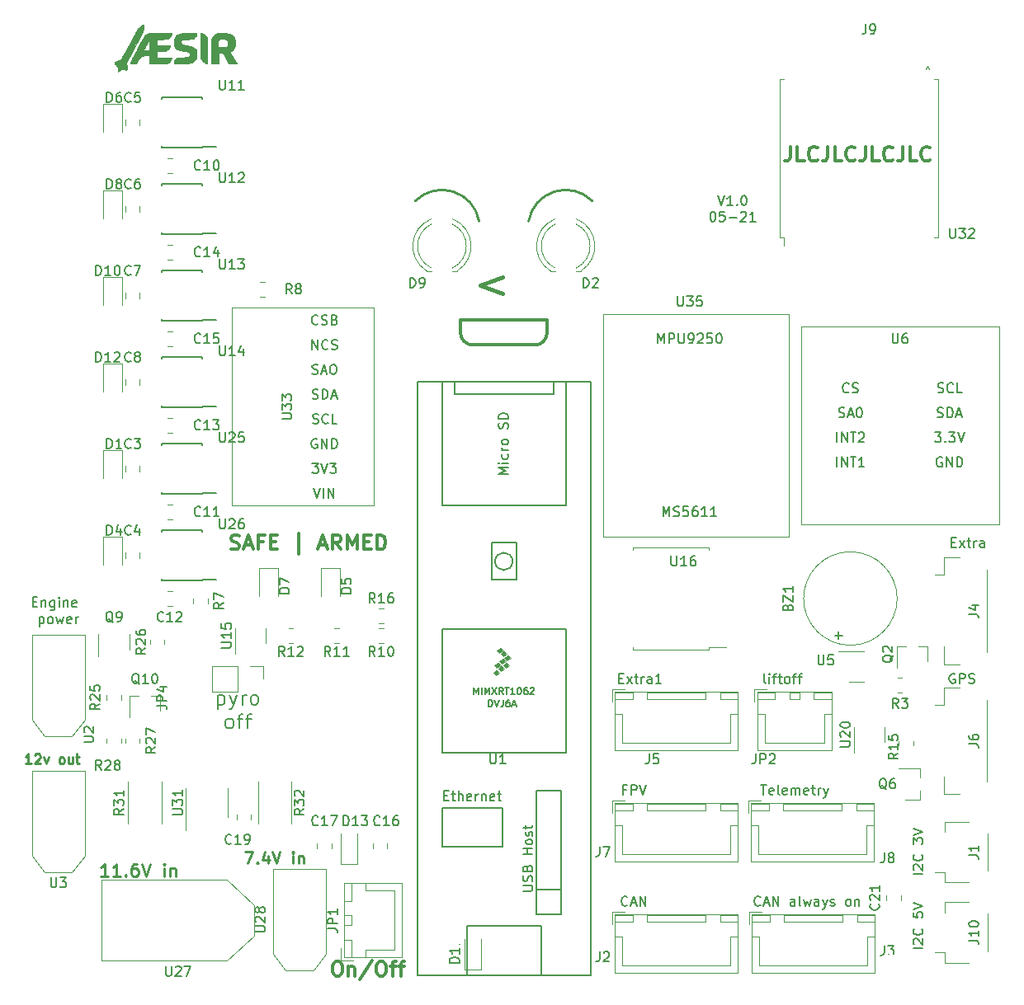
<source format=gto>
%TF.GenerationSoftware,KiCad,Pcbnew,5.1.10*%
%TF.CreationDate,2021-06-27T23:00:14+02:00*%
%TF.ProjectId,main_v1,6d61696e-5f76-4312-9e6b-696361645f70,rev?*%
%TF.SameCoordinates,Original*%
%TF.FileFunction,Legend,Top*%
%TF.FilePolarity,Positive*%
%FSLAX46Y46*%
G04 Gerber Fmt 4.6, Leading zero omitted, Abs format (unit mm)*
G04 Created by KiCad (PCBNEW 5.1.10) date 2021-06-27 23:00:14*
%MOMM*%
%LPD*%
G01*
G04 APERTURE LIST*
%ADD10C,0.150000*%
%ADD11C,0.250000*%
%ADD12C,0.300000*%
%ADD13C,0.400000*%
%ADD14C,0.200000*%
%ADD15C,0.120000*%
%ADD16C,0.010000*%
%ADD17C,0.100000*%
%ADD18R,1.000000X1.000000*%
%ADD19O,1.700000X1.700000*%
%ADD20R,1.700000X1.700000*%
%ADD21C,1.800000*%
%ADD22R,0.900000X0.800000*%
%ADD23R,0.800000X0.900000*%
%ADD24O,1.700000X2.000000*%
%ADD25O,1.700000X1.950000*%
%ADD26O,2.000000X1.700000*%
%ADD27R,1.000000X2.000000*%
%ADD28R,1.500000X5.080000*%
%ADD29C,3.200000*%
%ADD30R,0.510000X0.700000*%
%ADD31C,3.800000*%
%ADD32R,3.800000X3.800000*%
%ADD33C,6.000000*%
%ADD34C,0.800000*%
%ADD35R,2.650000X4.000000*%
%ADD36R,1.310000X0.450000*%
%ADD37C,4.000000*%
%ADD38O,1.800000X1.070000*%
%ADD39R,1.800000X1.070000*%
%ADD40C,1.524000*%
%ADD41C,1.300000*%
%ADD42C,1.600000*%
%ADD43R,1.300000X1.300000*%
%ADD44R,1.600000X1.600000*%
G04 APERTURE END LIST*
D10*
X236458333Y-113593571D02*
X236791666Y-113593571D01*
X236934523Y-114117380D02*
X236458333Y-114117380D01*
X236458333Y-113117380D01*
X236934523Y-113117380D01*
X237267857Y-114117380D02*
X237791666Y-113450714D01*
X237267857Y-113450714D02*
X237791666Y-114117380D01*
X238029761Y-113450714D02*
X238410714Y-113450714D01*
X238172619Y-113117380D02*
X238172619Y-113974523D01*
X238220238Y-114069761D01*
X238315476Y-114117380D01*
X238410714Y-114117380D01*
X238744047Y-114117380D02*
X238744047Y-113450714D01*
X238744047Y-113641190D02*
X238791666Y-113545952D01*
X238839285Y-113498333D01*
X238934523Y-113450714D01*
X239029761Y-113450714D01*
X239791666Y-114117380D02*
X239791666Y-113593571D01*
X239744047Y-113498333D01*
X239648809Y-113450714D01*
X239458333Y-113450714D01*
X239363095Y-113498333D01*
X239791666Y-114069761D02*
X239696428Y-114117380D01*
X239458333Y-114117380D01*
X239363095Y-114069761D01*
X239315476Y-113974523D01*
X239315476Y-113879285D01*
X239363095Y-113784047D01*
X239458333Y-113736428D01*
X239696428Y-113736428D01*
X239791666Y-113688809D01*
X236775714Y-127135000D02*
X236680476Y-127087380D01*
X236537619Y-127087380D01*
X236394761Y-127135000D01*
X236299523Y-127230238D01*
X236251904Y-127325476D01*
X236204285Y-127515952D01*
X236204285Y-127658809D01*
X236251904Y-127849285D01*
X236299523Y-127944523D01*
X236394761Y-128039761D01*
X236537619Y-128087380D01*
X236632857Y-128087380D01*
X236775714Y-128039761D01*
X236823333Y-127992142D01*
X236823333Y-127658809D01*
X236632857Y-127658809D01*
X237251904Y-128087380D02*
X237251904Y-127087380D01*
X237632857Y-127087380D01*
X237728095Y-127135000D01*
X237775714Y-127182619D01*
X237823333Y-127277857D01*
X237823333Y-127420714D01*
X237775714Y-127515952D01*
X237728095Y-127563571D01*
X237632857Y-127611190D01*
X237251904Y-127611190D01*
X238204285Y-128039761D02*
X238347142Y-128087380D01*
X238585238Y-128087380D01*
X238680476Y-128039761D01*
X238728095Y-127992142D01*
X238775714Y-127896904D01*
X238775714Y-127801666D01*
X238728095Y-127706428D01*
X238680476Y-127658809D01*
X238585238Y-127611190D01*
X238394761Y-127563571D01*
X238299523Y-127515952D01*
X238251904Y-127468333D01*
X238204285Y-127373095D01*
X238204285Y-127277857D01*
X238251904Y-127182619D01*
X238299523Y-127135000D01*
X238394761Y-127087380D01*
X238632857Y-127087380D01*
X238775714Y-127135000D01*
X233497380Y-147676904D02*
X232497380Y-147676904D01*
X232592619Y-147248333D02*
X232545000Y-147200714D01*
X232497380Y-147105476D01*
X232497380Y-146867380D01*
X232545000Y-146772142D01*
X232592619Y-146724523D01*
X232687857Y-146676904D01*
X232783095Y-146676904D01*
X232925952Y-146724523D01*
X233497380Y-147295952D01*
X233497380Y-146676904D01*
X233402142Y-145676904D02*
X233449761Y-145724523D01*
X233497380Y-145867380D01*
X233497380Y-145962619D01*
X233449761Y-146105476D01*
X233354523Y-146200714D01*
X233259285Y-146248333D01*
X233068809Y-146295952D01*
X232925952Y-146295952D01*
X232735476Y-146248333D01*
X232640238Y-146200714D01*
X232545000Y-146105476D01*
X232497380Y-145962619D01*
X232497380Y-145867380D01*
X232545000Y-145724523D01*
X232592619Y-145676904D01*
X232497380Y-144581666D02*
X232497380Y-143962619D01*
X232878333Y-144295952D01*
X232878333Y-144153095D01*
X232925952Y-144057857D01*
X232973571Y-144010238D01*
X233068809Y-143962619D01*
X233306904Y-143962619D01*
X233402142Y-144010238D01*
X233449761Y-144057857D01*
X233497380Y-144153095D01*
X233497380Y-144438809D01*
X233449761Y-144534047D01*
X233402142Y-144581666D01*
X232497380Y-143676904D02*
X233497380Y-143343571D01*
X232497380Y-143010238D01*
X233497380Y-155296904D02*
X232497380Y-155296904D01*
X232592619Y-154868333D02*
X232545000Y-154820714D01*
X232497380Y-154725476D01*
X232497380Y-154487380D01*
X232545000Y-154392142D01*
X232592619Y-154344523D01*
X232687857Y-154296904D01*
X232783095Y-154296904D01*
X232925952Y-154344523D01*
X233497380Y-154915952D01*
X233497380Y-154296904D01*
X233402142Y-153296904D02*
X233449761Y-153344523D01*
X233497380Y-153487380D01*
X233497380Y-153582619D01*
X233449761Y-153725476D01*
X233354523Y-153820714D01*
X233259285Y-153868333D01*
X233068809Y-153915952D01*
X232925952Y-153915952D01*
X232735476Y-153868333D01*
X232640238Y-153820714D01*
X232545000Y-153725476D01*
X232497380Y-153582619D01*
X232497380Y-153487380D01*
X232545000Y-153344523D01*
X232592619Y-153296904D01*
X232497380Y-151630238D02*
X232497380Y-152106428D01*
X232973571Y-152154047D01*
X232925952Y-152106428D01*
X232878333Y-152011190D01*
X232878333Y-151773095D01*
X232925952Y-151677857D01*
X232973571Y-151630238D01*
X233068809Y-151582619D01*
X233306904Y-151582619D01*
X233402142Y-151630238D01*
X233449761Y-151677857D01*
X233497380Y-151773095D01*
X233497380Y-152011190D01*
X233449761Y-152106428D01*
X233402142Y-152154047D01*
X232497380Y-151296904D02*
X233497380Y-150963571D01*
X232497380Y-150630238D01*
X202327142Y-127563571D02*
X202660476Y-127563571D01*
X202803333Y-128087380D02*
X202327142Y-128087380D01*
X202327142Y-127087380D01*
X202803333Y-127087380D01*
X203136666Y-128087380D02*
X203660476Y-127420714D01*
X203136666Y-127420714D02*
X203660476Y-128087380D01*
X203898571Y-127420714D02*
X204279523Y-127420714D01*
X204041428Y-127087380D02*
X204041428Y-127944523D01*
X204089047Y-128039761D01*
X204184285Y-128087380D01*
X204279523Y-128087380D01*
X204612857Y-128087380D02*
X204612857Y-127420714D01*
X204612857Y-127611190D02*
X204660476Y-127515952D01*
X204708095Y-127468333D01*
X204803333Y-127420714D01*
X204898571Y-127420714D01*
X205660476Y-128087380D02*
X205660476Y-127563571D01*
X205612857Y-127468333D01*
X205517619Y-127420714D01*
X205327142Y-127420714D01*
X205231904Y-127468333D01*
X205660476Y-128039761D02*
X205565238Y-128087380D01*
X205327142Y-128087380D01*
X205231904Y-128039761D01*
X205184285Y-127944523D01*
X205184285Y-127849285D01*
X205231904Y-127754047D01*
X205327142Y-127706428D01*
X205565238Y-127706428D01*
X205660476Y-127658809D01*
X206660476Y-128087380D02*
X206089047Y-128087380D01*
X206374761Y-128087380D02*
X206374761Y-127087380D01*
X206279523Y-127230238D01*
X206184285Y-127325476D01*
X206089047Y-127373095D01*
X217360714Y-128087380D02*
X217265476Y-128039761D01*
X217217857Y-127944523D01*
X217217857Y-127087380D01*
X217741666Y-128087380D02*
X217741666Y-127420714D01*
X217741666Y-127087380D02*
X217694047Y-127135000D01*
X217741666Y-127182619D01*
X217789285Y-127135000D01*
X217741666Y-127087380D01*
X217741666Y-127182619D01*
X218075000Y-127420714D02*
X218455952Y-127420714D01*
X218217857Y-128087380D02*
X218217857Y-127230238D01*
X218265476Y-127135000D01*
X218360714Y-127087380D01*
X218455952Y-127087380D01*
X218646428Y-127420714D02*
X219027380Y-127420714D01*
X218789285Y-127087380D02*
X218789285Y-127944523D01*
X218836904Y-128039761D01*
X218932142Y-128087380D01*
X219027380Y-128087380D01*
X219503571Y-128087380D02*
X219408333Y-128039761D01*
X219360714Y-127992142D01*
X219313095Y-127896904D01*
X219313095Y-127611190D01*
X219360714Y-127515952D01*
X219408333Y-127468333D01*
X219503571Y-127420714D01*
X219646428Y-127420714D01*
X219741666Y-127468333D01*
X219789285Y-127515952D01*
X219836904Y-127611190D01*
X219836904Y-127896904D01*
X219789285Y-127992142D01*
X219741666Y-128039761D01*
X219646428Y-128087380D01*
X219503571Y-128087380D01*
X220122619Y-127420714D02*
X220503571Y-127420714D01*
X220265476Y-128087380D02*
X220265476Y-127230238D01*
X220313095Y-127135000D01*
X220408333Y-127087380D01*
X220503571Y-127087380D01*
X220694047Y-127420714D02*
X221075000Y-127420714D01*
X220836904Y-128087380D02*
X220836904Y-127230238D01*
X220884523Y-127135000D01*
X220979761Y-127087380D01*
X221075000Y-127087380D01*
X216868809Y-138517380D02*
X217440238Y-138517380D01*
X217154523Y-139517380D02*
X217154523Y-138517380D01*
X218154523Y-139469761D02*
X218059285Y-139517380D01*
X217868809Y-139517380D01*
X217773571Y-139469761D01*
X217725952Y-139374523D01*
X217725952Y-138993571D01*
X217773571Y-138898333D01*
X217868809Y-138850714D01*
X218059285Y-138850714D01*
X218154523Y-138898333D01*
X218202142Y-138993571D01*
X218202142Y-139088809D01*
X217725952Y-139184047D01*
X218773571Y-139517380D02*
X218678333Y-139469761D01*
X218630714Y-139374523D01*
X218630714Y-138517380D01*
X219535476Y-139469761D02*
X219440238Y-139517380D01*
X219249761Y-139517380D01*
X219154523Y-139469761D01*
X219106904Y-139374523D01*
X219106904Y-138993571D01*
X219154523Y-138898333D01*
X219249761Y-138850714D01*
X219440238Y-138850714D01*
X219535476Y-138898333D01*
X219583095Y-138993571D01*
X219583095Y-139088809D01*
X219106904Y-139184047D01*
X220011666Y-139517380D02*
X220011666Y-138850714D01*
X220011666Y-138945952D02*
X220059285Y-138898333D01*
X220154523Y-138850714D01*
X220297380Y-138850714D01*
X220392619Y-138898333D01*
X220440238Y-138993571D01*
X220440238Y-139517380D01*
X220440238Y-138993571D02*
X220487857Y-138898333D01*
X220583095Y-138850714D01*
X220725952Y-138850714D01*
X220821190Y-138898333D01*
X220868809Y-138993571D01*
X220868809Y-139517380D01*
X221725952Y-139469761D02*
X221630714Y-139517380D01*
X221440238Y-139517380D01*
X221345000Y-139469761D01*
X221297380Y-139374523D01*
X221297380Y-138993571D01*
X221345000Y-138898333D01*
X221440238Y-138850714D01*
X221630714Y-138850714D01*
X221725952Y-138898333D01*
X221773571Y-138993571D01*
X221773571Y-139088809D01*
X221297380Y-139184047D01*
X222059285Y-138850714D02*
X222440238Y-138850714D01*
X222202142Y-138517380D02*
X222202142Y-139374523D01*
X222249761Y-139469761D01*
X222345000Y-139517380D01*
X222440238Y-139517380D01*
X222773571Y-139517380D02*
X222773571Y-138850714D01*
X222773571Y-139041190D02*
X222821190Y-138945952D01*
X222868809Y-138898333D01*
X222964047Y-138850714D01*
X223059285Y-138850714D01*
X223297380Y-138850714D02*
X223535476Y-139517380D01*
X223773571Y-138850714D02*
X223535476Y-139517380D01*
X223440238Y-139755476D01*
X223392619Y-139803095D01*
X223297380Y-139850714D01*
X203049285Y-138993571D02*
X202715952Y-138993571D01*
X202715952Y-139517380D02*
X202715952Y-138517380D01*
X203192142Y-138517380D01*
X203573095Y-139517380D02*
X203573095Y-138517380D01*
X203954047Y-138517380D01*
X204049285Y-138565000D01*
X204096904Y-138612619D01*
X204144523Y-138707857D01*
X204144523Y-138850714D01*
X204096904Y-138945952D01*
X204049285Y-138993571D01*
X203954047Y-139041190D01*
X203573095Y-139041190D01*
X204430238Y-138517380D02*
X204763571Y-139517380D01*
X205096904Y-138517380D01*
X216829285Y-150852142D02*
X216781666Y-150899761D01*
X216638809Y-150947380D01*
X216543571Y-150947380D01*
X216400714Y-150899761D01*
X216305476Y-150804523D01*
X216257857Y-150709285D01*
X216210238Y-150518809D01*
X216210238Y-150375952D01*
X216257857Y-150185476D01*
X216305476Y-150090238D01*
X216400714Y-149995000D01*
X216543571Y-149947380D01*
X216638809Y-149947380D01*
X216781666Y-149995000D01*
X216829285Y-150042619D01*
X217210238Y-150661666D02*
X217686428Y-150661666D01*
X217115000Y-150947380D02*
X217448333Y-149947380D01*
X217781666Y-150947380D01*
X218115000Y-150947380D02*
X218115000Y-149947380D01*
X218686428Y-150947380D01*
X218686428Y-149947380D01*
X220353095Y-150947380D02*
X220353095Y-150423571D01*
X220305476Y-150328333D01*
X220210238Y-150280714D01*
X220019761Y-150280714D01*
X219924523Y-150328333D01*
X220353095Y-150899761D02*
X220257857Y-150947380D01*
X220019761Y-150947380D01*
X219924523Y-150899761D01*
X219876904Y-150804523D01*
X219876904Y-150709285D01*
X219924523Y-150614047D01*
X220019761Y-150566428D01*
X220257857Y-150566428D01*
X220353095Y-150518809D01*
X220972142Y-150947380D02*
X220876904Y-150899761D01*
X220829285Y-150804523D01*
X220829285Y-149947380D01*
X221257857Y-150280714D02*
X221448333Y-150947380D01*
X221638809Y-150471190D01*
X221829285Y-150947380D01*
X222019761Y-150280714D01*
X222829285Y-150947380D02*
X222829285Y-150423571D01*
X222781666Y-150328333D01*
X222686428Y-150280714D01*
X222495952Y-150280714D01*
X222400714Y-150328333D01*
X222829285Y-150899761D02*
X222734047Y-150947380D01*
X222495952Y-150947380D01*
X222400714Y-150899761D01*
X222353095Y-150804523D01*
X222353095Y-150709285D01*
X222400714Y-150614047D01*
X222495952Y-150566428D01*
X222734047Y-150566428D01*
X222829285Y-150518809D01*
X223210238Y-150280714D02*
X223448333Y-150947380D01*
X223686428Y-150280714D02*
X223448333Y-150947380D01*
X223353095Y-151185476D01*
X223305476Y-151233095D01*
X223210238Y-151280714D01*
X224019761Y-150899761D02*
X224115000Y-150947380D01*
X224305476Y-150947380D01*
X224400714Y-150899761D01*
X224448333Y-150804523D01*
X224448333Y-150756904D01*
X224400714Y-150661666D01*
X224305476Y-150614047D01*
X224162619Y-150614047D01*
X224067380Y-150566428D01*
X224019761Y-150471190D01*
X224019761Y-150423571D01*
X224067380Y-150328333D01*
X224162619Y-150280714D01*
X224305476Y-150280714D01*
X224400714Y-150328333D01*
X225781666Y-150947380D02*
X225686428Y-150899761D01*
X225638809Y-150852142D01*
X225591190Y-150756904D01*
X225591190Y-150471190D01*
X225638809Y-150375952D01*
X225686428Y-150328333D01*
X225781666Y-150280714D01*
X225924523Y-150280714D01*
X226019761Y-150328333D01*
X226067380Y-150375952D01*
X226115000Y-150471190D01*
X226115000Y-150756904D01*
X226067380Y-150852142D01*
X226019761Y-150899761D01*
X225924523Y-150947380D01*
X225781666Y-150947380D01*
X226543571Y-150280714D02*
X226543571Y-150947380D01*
X226543571Y-150375952D02*
X226591190Y-150328333D01*
X226686428Y-150280714D01*
X226829285Y-150280714D01*
X226924523Y-150328333D01*
X226972142Y-150423571D01*
X226972142Y-150947380D01*
X203192142Y-150852142D02*
X203144523Y-150899761D01*
X203001666Y-150947380D01*
X202906428Y-150947380D01*
X202763571Y-150899761D01*
X202668333Y-150804523D01*
X202620714Y-150709285D01*
X202573095Y-150518809D01*
X202573095Y-150375952D01*
X202620714Y-150185476D01*
X202668333Y-150090238D01*
X202763571Y-149995000D01*
X202906428Y-149947380D01*
X203001666Y-149947380D01*
X203144523Y-149995000D01*
X203192142Y-150042619D01*
X203573095Y-150661666D02*
X204049285Y-150661666D01*
X203477857Y-150947380D02*
X203811190Y-149947380D01*
X204144523Y-150947380D01*
X204477857Y-150947380D02*
X204477857Y-149947380D01*
X205049285Y-150947380D01*
X205049285Y-149947380D01*
X212471190Y-78002380D02*
X212804523Y-79002380D01*
X213137857Y-78002380D01*
X213995000Y-79002380D02*
X213423571Y-79002380D01*
X213709285Y-79002380D02*
X213709285Y-78002380D01*
X213614047Y-78145238D01*
X213518809Y-78240476D01*
X213423571Y-78288095D01*
X214423571Y-78907142D02*
X214471190Y-78954761D01*
X214423571Y-79002380D01*
X214375952Y-78954761D01*
X214423571Y-78907142D01*
X214423571Y-79002380D01*
X215090238Y-78002380D02*
X215185476Y-78002380D01*
X215280714Y-78050000D01*
X215328333Y-78097619D01*
X215375952Y-78192857D01*
X215423571Y-78383333D01*
X215423571Y-78621428D01*
X215375952Y-78811904D01*
X215328333Y-78907142D01*
X215280714Y-78954761D01*
X215185476Y-79002380D01*
X215090238Y-79002380D01*
X214995000Y-78954761D01*
X214947380Y-78907142D01*
X214899761Y-78811904D01*
X214852142Y-78621428D01*
X214852142Y-78383333D01*
X214899761Y-78192857D01*
X214947380Y-78097619D01*
X214995000Y-78050000D01*
X215090238Y-78002380D01*
X211899761Y-79652380D02*
X211995000Y-79652380D01*
X212090238Y-79700000D01*
X212137857Y-79747619D01*
X212185476Y-79842857D01*
X212233095Y-80033333D01*
X212233095Y-80271428D01*
X212185476Y-80461904D01*
X212137857Y-80557142D01*
X212090238Y-80604761D01*
X211995000Y-80652380D01*
X211899761Y-80652380D01*
X211804523Y-80604761D01*
X211756904Y-80557142D01*
X211709285Y-80461904D01*
X211661666Y-80271428D01*
X211661666Y-80033333D01*
X211709285Y-79842857D01*
X211756904Y-79747619D01*
X211804523Y-79700000D01*
X211899761Y-79652380D01*
X213137857Y-79652380D02*
X212661666Y-79652380D01*
X212614047Y-80128571D01*
X212661666Y-80080952D01*
X212756904Y-80033333D01*
X212995000Y-80033333D01*
X213090238Y-80080952D01*
X213137857Y-80128571D01*
X213185476Y-80223809D01*
X213185476Y-80461904D01*
X213137857Y-80557142D01*
X213090238Y-80604761D01*
X212995000Y-80652380D01*
X212756904Y-80652380D01*
X212661666Y-80604761D01*
X212614047Y-80557142D01*
X213614047Y-80271428D02*
X214375952Y-80271428D01*
X214804523Y-79747619D02*
X214852142Y-79700000D01*
X214947380Y-79652380D01*
X215185476Y-79652380D01*
X215280714Y-79700000D01*
X215328333Y-79747619D01*
X215375952Y-79842857D01*
X215375952Y-79938095D01*
X215328333Y-80080952D01*
X214756904Y-80652380D01*
X215375952Y-80652380D01*
X216328333Y-80652380D02*
X215756904Y-80652380D01*
X216042619Y-80652380D02*
X216042619Y-79652380D01*
X215947380Y-79795238D01*
X215852142Y-79890476D01*
X215756904Y-79938095D01*
D11*
X193040423Y-80642496D02*
G75*
G02*
X199581234Y-78548765I3809577J-637504D01*
G01*
X181420560Y-78546967D02*
G75*
G02*
X187959999Y-80645001I2729440J-2733033D01*
G01*
D12*
X219893428Y-72965571D02*
X219893428Y-74037000D01*
X219822000Y-74251285D01*
X219679142Y-74394142D01*
X219464857Y-74465571D01*
X219322000Y-74465571D01*
X221322000Y-74465571D02*
X220607714Y-74465571D01*
X220607714Y-72965571D01*
X222679142Y-74322714D02*
X222607714Y-74394142D01*
X222393428Y-74465571D01*
X222250571Y-74465571D01*
X222036285Y-74394142D01*
X221893428Y-74251285D01*
X221822000Y-74108428D01*
X221750571Y-73822714D01*
X221750571Y-73608428D01*
X221822000Y-73322714D01*
X221893428Y-73179857D01*
X222036285Y-73037000D01*
X222250571Y-72965571D01*
X222393428Y-72965571D01*
X222607714Y-73037000D01*
X222679142Y-73108428D01*
X223750571Y-72965571D02*
X223750571Y-74037000D01*
X223679142Y-74251285D01*
X223536285Y-74394142D01*
X223322000Y-74465571D01*
X223179142Y-74465571D01*
X225179142Y-74465571D02*
X224464857Y-74465571D01*
X224464857Y-72965571D01*
X226536285Y-74322714D02*
X226464857Y-74394142D01*
X226250571Y-74465571D01*
X226107714Y-74465571D01*
X225893428Y-74394142D01*
X225750571Y-74251285D01*
X225679142Y-74108428D01*
X225607714Y-73822714D01*
X225607714Y-73608428D01*
X225679142Y-73322714D01*
X225750571Y-73179857D01*
X225893428Y-73037000D01*
X226107714Y-72965571D01*
X226250571Y-72965571D01*
X226464857Y-73037000D01*
X226536285Y-73108428D01*
X227607714Y-72965571D02*
X227607714Y-74037000D01*
X227536285Y-74251285D01*
X227393428Y-74394142D01*
X227179142Y-74465571D01*
X227036285Y-74465571D01*
X229036285Y-74465571D02*
X228322000Y-74465571D01*
X228322000Y-72965571D01*
X230393428Y-74322714D02*
X230322000Y-74394142D01*
X230107714Y-74465571D01*
X229964857Y-74465571D01*
X229750571Y-74394142D01*
X229607714Y-74251285D01*
X229536285Y-74108428D01*
X229464857Y-73822714D01*
X229464857Y-73608428D01*
X229536285Y-73322714D01*
X229607714Y-73179857D01*
X229750571Y-73037000D01*
X229964857Y-72965571D01*
X230107714Y-72965571D01*
X230322000Y-73037000D01*
X230393428Y-73108428D01*
X231464857Y-72965571D02*
X231464857Y-74037000D01*
X231393428Y-74251285D01*
X231250571Y-74394142D01*
X231036285Y-74465571D01*
X230893428Y-74465571D01*
X232893428Y-74465571D02*
X232179142Y-74465571D01*
X232179142Y-72965571D01*
X234250571Y-74322714D02*
X234179142Y-74394142D01*
X233964857Y-74465571D01*
X233822000Y-74465571D01*
X233607714Y-74394142D01*
X233464857Y-74251285D01*
X233393428Y-74108428D01*
X233322000Y-73822714D01*
X233322000Y-73608428D01*
X233393428Y-73322714D01*
X233464857Y-73179857D01*
X233607714Y-73037000D01*
X233822000Y-72965571D01*
X233964857Y-72965571D01*
X234179142Y-73037000D01*
X234250571Y-73108428D01*
X162505428Y-114272142D02*
X162719714Y-114343571D01*
X163076857Y-114343571D01*
X163219714Y-114272142D01*
X163291142Y-114200714D01*
X163362571Y-114057857D01*
X163362571Y-113915000D01*
X163291142Y-113772142D01*
X163219714Y-113700714D01*
X163076857Y-113629285D01*
X162791142Y-113557857D01*
X162648285Y-113486428D01*
X162576857Y-113415000D01*
X162505428Y-113272142D01*
X162505428Y-113129285D01*
X162576857Y-112986428D01*
X162648285Y-112915000D01*
X162791142Y-112843571D01*
X163148285Y-112843571D01*
X163362571Y-112915000D01*
X163934000Y-113915000D02*
X164648285Y-113915000D01*
X163791142Y-114343571D02*
X164291142Y-112843571D01*
X164791142Y-114343571D01*
X165791142Y-113557857D02*
X165291142Y-113557857D01*
X165291142Y-114343571D02*
X165291142Y-112843571D01*
X166005428Y-112843571D01*
X166576857Y-113557857D02*
X167076857Y-113557857D01*
X167291142Y-114343571D02*
X166576857Y-114343571D01*
X166576857Y-112843571D01*
X167291142Y-112843571D01*
X169434000Y-114843571D02*
X169434000Y-112700714D01*
X171576857Y-113915000D02*
X172291142Y-113915000D01*
X171434000Y-114343571D02*
X171934000Y-112843571D01*
X172434000Y-114343571D01*
X173791142Y-114343571D02*
X173291142Y-113629285D01*
X172934000Y-114343571D02*
X172934000Y-112843571D01*
X173505428Y-112843571D01*
X173648285Y-112915000D01*
X173719714Y-112986428D01*
X173791142Y-113129285D01*
X173791142Y-113343571D01*
X173719714Y-113486428D01*
X173648285Y-113557857D01*
X173505428Y-113629285D01*
X172934000Y-113629285D01*
X174434000Y-114343571D02*
X174434000Y-112843571D01*
X174934000Y-113915000D01*
X175434000Y-112843571D01*
X175434000Y-114343571D01*
X176148285Y-113557857D02*
X176648285Y-113557857D01*
X176862571Y-114343571D02*
X176148285Y-114343571D01*
X176148285Y-112843571D01*
X176862571Y-112843571D01*
X177505428Y-114343571D02*
X177505428Y-112843571D01*
X177862571Y-112843571D01*
X178076857Y-112915000D01*
X178219714Y-113057857D01*
X178291142Y-113200714D01*
X178362571Y-113486428D01*
X178362571Y-113700714D01*
X178291142Y-113986428D01*
X178219714Y-114129285D01*
X178076857Y-114272142D01*
X177862571Y-114343571D01*
X177505428Y-114343571D01*
D13*
X190372857Y-86352142D02*
X188087142Y-87209285D01*
X190372857Y-88066428D01*
D12*
X194945000Y-92075000D02*
X194945000Y-90805000D01*
X186055000Y-92075000D02*
X186055000Y-90805000D01*
X186055000Y-90805000D02*
X194945000Y-90805000D01*
X194945000Y-92075000D02*
G75*
G02*
X193675000Y-93345000I-1270000J0D01*
G01*
X187325000Y-93345000D02*
G75*
G02*
X186055000Y-92075000I0J1270000D01*
G01*
X187325000Y-93345000D02*
X193675000Y-93345000D01*
X173280000Y-156658571D02*
X173565714Y-156658571D01*
X173708571Y-156730000D01*
X173851428Y-156872857D01*
X173922857Y-157158571D01*
X173922857Y-157658571D01*
X173851428Y-157944285D01*
X173708571Y-158087142D01*
X173565714Y-158158571D01*
X173280000Y-158158571D01*
X173137142Y-158087142D01*
X172994285Y-157944285D01*
X172922857Y-157658571D01*
X172922857Y-157158571D01*
X172994285Y-156872857D01*
X173137142Y-156730000D01*
X173280000Y-156658571D01*
X174565714Y-157158571D02*
X174565714Y-158158571D01*
X174565714Y-157301428D02*
X174637142Y-157230000D01*
X174780000Y-157158571D01*
X174994285Y-157158571D01*
X175137142Y-157230000D01*
X175208571Y-157372857D01*
X175208571Y-158158571D01*
X176994285Y-156587142D02*
X175708571Y-158515714D01*
X177780000Y-156658571D02*
X178065714Y-156658571D01*
X178208571Y-156730000D01*
X178351428Y-156872857D01*
X178422857Y-157158571D01*
X178422857Y-157658571D01*
X178351428Y-157944285D01*
X178208571Y-158087142D01*
X178065714Y-158158571D01*
X177780000Y-158158571D01*
X177637142Y-158087142D01*
X177494285Y-157944285D01*
X177422857Y-157658571D01*
X177422857Y-157158571D01*
X177494285Y-156872857D01*
X177637142Y-156730000D01*
X177780000Y-156658571D01*
X178851428Y-157158571D02*
X179422857Y-157158571D01*
X179065714Y-158158571D02*
X179065714Y-156872857D01*
X179137142Y-156730000D01*
X179280000Y-156658571D01*
X179422857Y-156658571D01*
X179708571Y-157158571D02*
X180280000Y-157158571D01*
X179922857Y-158158571D02*
X179922857Y-156872857D01*
X179994285Y-156730000D01*
X180137142Y-156658571D01*
X180280000Y-156658571D01*
D14*
X142160952Y-119728571D02*
X142494285Y-119728571D01*
X142637142Y-120252380D02*
X142160952Y-120252380D01*
X142160952Y-119252380D01*
X142637142Y-119252380D01*
X143065714Y-119585714D02*
X143065714Y-120252380D01*
X143065714Y-119680952D02*
X143113333Y-119633333D01*
X143208571Y-119585714D01*
X143351428Y-119585714D01*
X143446666Y-119633333D01*
X143494285Y-119728571D01*
X143494285Y-120252380D01*
X144399047Y-119585714D02*
X144399047Y-120395238D01*
X144351428Y-120490476D01*
X144303809Y-120538095D01*
X144208571Y-120585714D01*
X144065714Y-120585714D01*
X143970476Y-120538095D01*
X144399047Y-120204761D02*
X144303809Y-120252380D01*
X144113333Y-120252380D01*
X144018095Y-120204761D01*
X143970476Y-120157142D01*
X143922857Y-120061904D01*
X143922857Y-119776190D01*
X143970476Y-119680952D01*
X144018095Y-119633333D01*
X144113333Y-119585714D01*
X144303809Y-119585714D01*
X144399047Y-119633333D01*
X144875238Y-120252380D02*
X144875238Y-119585714D01*
X144875238Y-119252380D02*
X144827619Y-119300000D01*
X144875238Y-119347619D01*
X144922857Y-119300000D01*
X144875238Y-119252380D01*
X144875238Y-119347619D01*
X145351428Y-119585714D02*
X145351428Y-120252380D01*
X145351428Y-119680952D02*
X145399047Y-119633333D01*
X145494285Y-119585714D01*
X145637142Y-119585714D01*
X145732380Y-119633333D01*
X145780000Y-119728571D01*
X145780000Y-120252380D01*
X146637142Y-120204761D02*
X146541904Y-120252380D01*
X146351428Y-120252380D01*
X146256190Y-120204761D01*
X146208571Y-120109523D01*
X146208571Y-119728571D01*
X146256190Y-119633333D01*
X146351428Y-119585714D01*
X146541904Y-119585714D01*
X146637142Y-119633333D01*
X146684761Y-119728571D01*
X146684761Y-119823809D01*
X146208571Y-119919047D01*
X142851428Y-121285714D02*
X142851428Y-122285714D01*
X142851428Y-121333333D02*
X142946666Y-121285714D01*
X143137142Y-121285714D01*
X143232380Y-121333333D01*
X143280000Y-121380952D01*
X143327619Y-121476190D01*
X143327619Y-121761904D01*
X143280000Y-121857142D01*
X143232380Y-121904761D01*
X143137142Y-121952380D01*
X142946666Y-121952380D01*
X142851428Y-121904761D01*
X143899047Y-121952380D02*
X143803809Y-121904761D01*
X143756190Y-121857142D01*
X143708571Y-121761904D01*
X143708571Y-121476190D01*
X143756190Y-121380952D01*
X143803809Y-121333333D01*
X143899047Y-121285714D01*
X144041904Y-121285714D01*
X144137142Y-121333333D01*
X144184761Y-121380952D01*
X144232380Y-121476190D01*
X144232380Y-121761904D01*
X144184761Y-121857142D01*
X144137142Y-121904761D01*
X144041904Y-121952380D01*
X143899047Y-121952380D01*
X144565714Y-121285714D02*
X144756190Y-121952380D01*
X144946666Y-121476190D01*
X145137142Y-121952380D01*
X145327619Y-121285714D01*
X146089523Y-121904761D02*
X145994285Y-121952380D01*
X145803809Y-121952380D01*
X145708571Y-121904761D01*
X145660952Y-121809523D01*
X145660952Y-121428571D01*
X145708571Y-121333333D01*
X145803809Y-121285714D01*
X145994285Y-121285714D01*
X146089523Y-121333333D01*
X146137142Y-121428571D01*
X146137142Y-121523809D01*
X145660952Y-121619047D01*
X146565714Y-121952380D02*
X146565714Y-121285714D01*
X146565714Y-121476190D02*
X146613333Y-121380952D01*
X146660952Y-121333333D01*
X146756190Y-121285714D01*
X146851428Y-121285714D01*
D11*
X142002142Y-136342380D02*
X141430714Y-136342380D01*
X141716428Y-136342380D02*
X141716428Y-135342380D01*
X141621190Y-135485238D01*
X141525952Y-135580476D01*
X141430714Y-135628095D01*
X142383095Y-135437619D02*
X142430714Y-135390000D01*
X142525952Y-135342380D01*
X142764047Y-135342380D01*
X142859285Y-135390000D01*
X142906904Y-135437619D01*
X142954523Y-135532857D01*
X142954523Y-135628095D01*
X142906904Y-135770952D01*
X142335476Y-136342380D01*
X142954523Y-136342380D01*
X143287857Y-135675714D02*
X143525952Y-136342380D01*
X143764047Y-135675714D01*
X145049761Y-136342380D02*
X144954523Y-136294761D01*
X144906904Y-136247142D01*
X144859285Y-136151904D01*
X144859285Y-135866190D01*
X144906904Y-135770952D01*
X144954523Y-135723333D01*
X145049761Y-135675714D01*
X145192619Y-135675714D01*
X145287857Y-135723333D01*
X145335476Y-135770952D01*
X145383095Y-135866190D01*
X145383095Y-136151904D01*
X145335476Y-136247142D01*
X145287857Y-136294761D01*
X145192619Y-136342380D01*
X145049761Y-136342380D01*
X146240238Y-135675714D02*
X146240238Y-136342380D01*
X145811666Y-135675714D02*
X145811666Y-136199523D01*
X145859285Y-136294761D01*
X145954523Y-136342380D01*
X146097380Y-136342380D01*
X146192619Y-136294761D01*
X146240238Y-136247142D01*
X146573571Y-135675714D02*
X146954523Y-135675714D01*
X146716428Y-135342380D02*
X146716428Y-136199523D01*
X146764047Y-136294761D01*
X146859285Y-136342380D01*
X146954523Y-136342380D01*
X163947857Y-145392857D02*
X164747857Y-145392857D01*
X164233571Y-146592857D01*
X165205000Y-146478571D02*
X165262142Y-146535714D01*
X165205000Y-146592857D01*
X165147857Y-146535714D01*
X165205000Y-146478571D01*
X165205000Y-146592857D01*
X166290714Y-145792857D02*
X166290714Y-146592857D01*
X166005000Y-145335714D02*
X165719285Y-146192857D01*
X166462142Y-146192857D01*
X166747857Y-145392857D02*
X167147857Y-146592857D01*
X167547857Y-145392857D01*
X168862142Y-146592857D02*
X168862142Y-145792857D01*
X168862142Y-145392857D02*
X168805000Y-145450000D01*
X168862142Y-145507142D01*
X168919285Y-145450000D01*
X168862142Y-145392857D01*
X168862142Y-145507142D01*
X169433571Y-145792857D02*
X169433571Y-146592857D01*
X169433571Y-145907142D02*
X169490714Y-145850000D01*
X169605000Y-145792857D01*
X169776428Y-145792857D01*
X169890714Y-145850000D01*
X169947857Y-145964285D01*
X169947857Y-146592857D01*
X149908809Y-147908095D02*
X149165952Y-147908095D01*
X149537380Y-147908095D02*
X149537380Y-146608095D01*
X149413571Y-146793809D01*
X149289761Y-146917619D01*
X149165952Y-146979523D01*
X151146904Y-147908095D02*
X150404047Y-147908095D01*
X150775476Y-147908095D02*
X150775476Y-146608095D01*
X150651666Y-146793809D01*
X150527857Y-146917619D01*
X150404047Y-146979523D01*
X151704047Y-147784285D02*
X151765952Y-147846190D01*
X151704047Y-147908095D01*
X151642142Y-147846190D01*
X151704047Y-147784285D01*
X151704047Y-147908095D01*
X152880238Y-146608095D02*
X152632619Y-146608095D01*
X152508809Y-146670000D01*
X152446904Y-146731904D01*
X152323095Y-146917619D01*
X152261190Y-147165238D01*
X152261190Y-147660476D01*
X152323095Y-147784285D01*
X152385000Y-147846190D01*
X152508809Y-147908095D01*
X152756428Y-147908095D01*
X152880238Y-147846190D01*
X152942142Y-147784285D01*
X153004047Y-147660476D01*
X153004047Y-147350952D01*
X152942142Y-147227142D01*
X152880238Y-147165238D01*
X152756428Y-147103333D01*
X152508809Y-147103333D01*
X152385000Y-147165238D01*
X152323095Y-147227142D01*
X152261190Y-147350952D01*
X153375476Y-146608095D02*
X153808809Y-147908095D01*
X154242142Y-146608095D01*
X155665952Y-147908095D02*
X155665952Y-147041428D01*
X155665952Y-146608095D02*
X155604047Y-146670000D01*
X155665952Y-146731904D01*
X155727857Y-146670000D01*
X155665952Y-146608095D01*
X155665952Y-146731904D01*
X156285000Y-147041428D02*
X156285000Y-147908095D01*
X156285000Y-147165238D02*
X156346904Y-147103333D01*
X156470714Y-147041428D01*
X156656428Y-147041428D01*
X156780238Y-147103333D01*
X156842142Y-147227142D01*
X156842142Y-147908095D01*
D14*
X161159285Y-129263571D02*
X161159285Y-130763571D01*
X161159285Y-129335000D02*
X161302142Y-129263571D01*
X161587857Y-129263571D01*
X161730714Y-129335000D01*
X161802142Y-129406428D01*
X161873571Y-129549285D01*
X161873571Y-129977857D01*
X161802142Y-130120714D01*
X161730714Y-130192142D01*
X161587857Y-130263571D01*
X161302142Y-130263571D01*
X161159285Y-130192142D01*
X162373571Y-129263571D02*
X162730714Y-130263571D01*
X163087857Y-129263571D02*
X162730714Y-130263571D01*
X162587857Y-130620714D01*
X162516428Y-130692142D01*
X162373571Y-130763571D01*
X163659285Y-130263571D02*
X163659285Y-129263571D01*
X163659285Y-129549285D02*
X163730714Y-129406428D01*
X163802142Y-129335000D01*
X163945000Y-129263571D01*
X164087857Y-129263571D01*
X164802142Y-130263571D02*
X164659285Y-130192142D01*
X164587857Y-130120714D01*
X164516428Y-129977857D01*
X164516428Y-129549285D01*
X164587857Y-129406428D01*
X164659285Y-129335000D01*
X164802142Y-129263571D01*
X165016428Y-129263571D01*
X165159285Y-129335000D01*
X165230714Y-129406428D01*
X165302142Y-129549285D01*
X165302142Y-129977857D01*
X165230714Y-130120714D01*
X165159285Y-130192142D01*
X165016428Y-130263571D01*
X164802142Y-130263571D01*
X162230714Y-132713571D02*
X162087857Y-132642142D01*
X162016428Y-132570714D01*
X161945000Y-132427857D01*
X161945000Y-131999285D01*
X162016428Y-131856428D01*
X162087857Y-131785000D01*
X162230714Y-131713571D01*
X162445000Y-131713571D01*
X162587857Y-131785000D01*
X162659285Y-131856428D01*
X162730714Y-131999285D01*
X162730714Y-132427857D01*
X162659285Y-132570714D01*
X162587857Y-132642142D01*
X162445000Y-132713571D01*
X162230714Y-132713571D01*
X163159285Y-131713571D02*
X163730714Y-131713571D01*
X163373571Y-132713571D02*
X163373571Y-131427857D01*
X163445000Y-131285000D01*
X163587857Y-131213571D01*
X163730714Y-131213571D01*
X164016428Y-131713571D02*
X164587857Y-131713571D01*
X164230714Y-132713571D02*
X164230714Y-131427857D01*
X164302142Y-131285000D01*
X164445000Y-131213571D01*
X164587857Y-131213571D01*
D15*
%TO.C,D13*%
X173775000Y-146680000D02*
X175475000Y-146680000D01*
X175475000Y-146680000D02*
X175475000Y-143530000D01*
X173775000Y-146680000D02*
X173775000Y-143530000D01*
%TO.C,D11*%
X186475000Y-157475000D02*
X188175000Y-157475000D01*
X188175000Y-157475000D02*
X188175000Y-154325000D01*
X186475000Y-157475000D02*
X186475000Y-154325000D01*
%TO.C,U6*%
X241300000Y-102870000D02*
X241300000Y-110490000D01*
X220980000Y-106680000D02*
X220980000Y-96520000D01*
X241300000Y-96520000D02*
X241300000Y-102870000D01*
X241300000Y-96520000D02*
X241300000Y-91440000D01*
X241300000Y-91440000D02*
X220980000Y-91440000D01*
X220980000Y-91440000D02*
X220980000Y-96520000D01*
X220980000Y-96520000D02*
X220980000Y-111760000D01*
X220980000Y-111760000D02*
X241300000Y-111760000D01*
X241300000Y-111760000D02*
X241300000Y-110490000D01*
%TO.C,R16*%
X178138064Y-121893000D02*
X177683936Y-121893000D01*
X178138064Y-120423000D02*
X177683936Y-120423000D01*
%TO.C,U20*%
X229525000Y-133350000D02*
X229525000Y-132600000D01*
X229525000Y-133350000D02*
X229525000Y-134100000D01*
X226405000Y-133350000D02*
X226405000Y-132600000D01*
X226405000Y-133350000D02*
X226405000Y-135200000D01*
%TO.C,U5*%
X226695000Y-127925000D02*
X227445000Y-127925000D01*
X226695000Y-127925000D02*
X225945000Y-127925000D01*
X226695000Y-124805000D02*
X227445000Y-124805000D01*
X226695000Y-124805000D02*
X224845000Y-124805000D01*
%TO.C,R15*%
X232510000Y-134027936D02*
X232510000Y-134482064D01*
X231040000Y-134027936D02*
X231040000Y-134482064D01*
%TO.C,R3*%
X230912936Y-127535000D02*
X231367064Y-127535000D01*
X230912936Y-129005000D02*
X231367064Y-129005000D01*
%TO.C,Q6*%
X233170000Y-140010000D02*
X233170000Y-139080000D01*
X233170000Y-136850000D02*
X233170000Y-137780000D01*
X233170000Y-136850000D02*
X231010000Y-136850000D01*
X233170000Y-140010000D02*
X231710000Y-140010000D01*
%TO.C,Q2*%
X233990000Y-124335000D02*
X233060000Y-124335000D01*
X230830000Y-124335000D02*
X231760000Y-124335000D01*
X230830000Y-124335000D02*
X230830000Y-126495000D01*
X233990000Y-124335000D02*
X233990000Y-125795000D01*
%TO.C,J6*%
X240100000Y-129770000D02*
X240100000Y-138200000D01*
X235630000Y-139470000D02*
X235630000Y-137670000D01*
X237230000Y-139470000D02*
X235630000Y-139470000D01*
X235630000Y-130300000D02*
X234690000Y-130300000D01*
X235630000Y-128500000D02*
X235630000Y-130300000D01*
X237230000Y-128500000D02*
X235630000Y-128500000D01*
%TO.C,J4*%
X240100000Y-116435000D02*
X240100000Y-124865000D01*
X235630000Y-126135000D02*
X235630000Y-124335000D01*
X237230000Y-126135000D02*
X235630000Y-126135000D01*
X235630000Y-116965000D02*
X234690000Y-116965000D01*
X235630000Y-115165000D02*
X235630000Y-116965000D01*
X237230000Y-115165000D02*
X235630000Y-115165000D01*
%TO.C,J10*%
X240175000Y-155610000D02*
X240175000Y-151730000D01*
X235705000Y-150560000D02*
X235705000Y-151610000D01*
X238205000Y-150560000D02*
X235705000Y-150560000D01*
X235705000Y-155730000D02*
X234715000Y-155730000D01*
X235705000Y-156780000D02*
X235705000Y-155730000D01*
X238205000Y-156780000D02*
X235705000Y-156780000D01*
%TO.C,J1*%
X240175000Y-147355000D02*
X240175000Y-143475000D01*
X235705000Y-142305000D02*
X235705000Y-143355000D01*
X238205000Y-142305000D02*
X235705000Y-142305000D01*
X235705000Y-147475000D02*
X234715000Y-147475000D01*
X235705000Y-148525000D02*
X235705000Y-147475000D01*
X238205000Y-148525000D02*
X235705000Y-148525000D01*
%TO.C,C21*%
X231240000Y-149831248D02*
X231240000Y-150353752D01*
X229770000Y-149831248D02*
X229770000Y-150353752D01*
%TO.C,JP2*%
X216515000Y-128985000D02*
X216515000Y-134955000D01*
X216515000Y-134955000D02*
X224135000Y-134955000D01*
X224135000Y-134955000D02*
X224135000Y-128985000D01*
X224135000Y-128985000D02*
X216515000Y-128985000D01*
X219825000Y-128995000D02*
X219825000Y-129745000D01*
X219825000Y-129745000D02*
X220825000Y-129745000D01*
X220825000Y-129745000D02*
X220825000Y-128995000D01*
X220825000Y-128995000D02*
X219825000Y-128995000D01*
X216525000Y-128995000D02*
X216525000Y-129745000D01*
X216525000Y-129745000D02*
X218325000Y-129745000D01*
X218325000Y-129745000D02*
X218325000Y-128995000D01*
X218325000Y-128995000D02*
X216525000Y-128995000D01*
X222325000Y-128995000D02*
X222325000Y-129745000D01*
X222325000Y-129745000D02*
X224125000Y-129745000D01*
X224125000Y-129745000D02*
X224125000Y-128995000D01*
X224125000Y-128995000D02*
X222325000Y-128995000D01*
X216525000Y-131245000D02*
X217275000Y-131245000D01*
X217275000Y-131245000D02*
X217275000Y-134195000D01*
X217275000Y-134195000D02*
X220325000Y-134195000D01*
X224125000Y-131245000D02*
X223375000Y-131245000D01*
X223375000Y-131245000D02*
X223375000Y-134195000D01*
X223375000Y-134195000D02*
X220325000Y-134195000D01*
X217475000Y-128695000D02*
X216225000Y-128695000D01*
X216225000Y-128695000D02*
X216225000Y-129945000D01*
%TO.C,J5*%
X201620000Y-128695000D02*
X201620000Y-129945000D01*
X202870000Y-128695000D02*
X201620000Y-128695000D01*
X213770000Y-134195000D02*
X208220000Y-134195000D01*
X213770000Y-131245000D02*
X213770000Y-134195000D01*
X214520000Y-131245000D02*
X213770000Y-131245000D01*
X202670000Y-134195000D02*
X208220000Y-134195000D01*
X202670000Y-131245000D02*
X202670000Y-134195000D01*
X201920000Y-131245000D02*
X202670000Y-131245000D01*
X214520000Y-128995000D02*
X212720000Y-128995000D01*
X214520000Y-129745000D02*
X214520000Y-128995000D01*
X212720000Y-129745000D02*
X214520000Y-129745000D01*
X212720000Y-128995000D02*
X212720000Y-129745000D01*
X203720000Y-128995000D02*
X201920000Y-128995000D01*
X203720000Y-129745000D02*
X203720000Y-128995000D01*
X201920000Y-129745000D02*
X203720000Y-129745000D01*
X201920000Y-128995000D02*
X201920000Y-129745000D01*
X211220000Y-128995000D02*
X205220000Y-128995000D01*
X211220000Y-129745000D02*
X211220000Y-128995000D01*
X205220000Y-129745000D02*
X211220000Y-129745000D01*
X205220000Y-128995000D02*
X205220000Y-129745000D01*
X214530000Y-128985000D02*
X201910000Y-128985000D01*
X214530000Y-134955000D02*
X214530000Y-128985000D01*
X201910000Y-134955000D02*
X214530000Y-134955000D01*
X201910000Y-128985000D02*
X201910000Y-134955000D01*
%TO.C,JP1*%
X174070000Y-156230000D02*
X180040000Y-156230000D01*
X180040000Y-156230000D02*
X180040000Y-148610000D01*
X180040000Y-148610000D02*
X174070000Y-148610000D01*
X174070000Y-148610000D02*
X174070000Y-156230000D01*
X174080000Y-152920000D02*
X174830000Y-152920000D01*
X174830000Y-152920000D02*
X174830000Y-151920000D01*
X174830000Y-151920000D02*
X174080000Y-151920000D01*
X174080000Y-151920000D02*
X174080000Y-152920000D01*
X174080000Y-156220000D02*
X174830000Y-156220000D01*
X174830000Y-156220000D02*
X174830000Y-154420000D01*
X174830000Y-154420000D02*
X174080000Y-154420000D01*
X174080000Y-154420000D02*
X174080000Y-156220000D01*
X174080000Y-150420000D02*
X174830000Y-150420000D01*
X174830000Y-150420000D02*
X174830000Y-148620000D01*
X174830000Y-148620000D02*
X174080000Y-148620000D01*
X174080000Y-148620000D02*
X174080000Y-150420000D01*
X176330000Y-156220000D02*
X176330000Y-155470000D01*
X176330000Y-155470000D02*
X179280000Y-155470000D01*
X179280000Y-155470000D02*
X179280000Y-152420000D01*
X176330000Y-148620000D02*
X176330000Y-149370000D01*
X176330000Y-149370000D02*
X179280000Y-149370000D01*
X179280000Y-149370000D02*
X179280000Y-152420000D01*
X173780000Y-155270000D02*
X173780000Y-156520000D01*
X173780000Y-156520000D02*
X175030000Y-156520000D01*
%TO.C,U35*%
X219710000Y-113030000D02*
X219710000Y-90170000D01*
X219710000Y-90170000D02*
X200660000Y-90170000D01*
X200660000Y-90170000D02*
X200660000Y-113030000D01*
X200660000Y-113030000D02*
X219710000Y-113030000D01*
%TO.C,U32*%
X218849000Y-82268000D02*
X218849000Y-66068000D01*
X218849000Y-66068000D02*
X219249000Y-66068000D01*
X234649000Y-82268000D02*
X235049000Y-82268000D01*
X235049000Y-82268000D02*
X235049000Y-66068000D01*
X235049000Y-66068000D02*
X234649000Y-66068000D01*
X218849000Y-82268000D02*
X219199000Y-82268000D01*
X219199000Y-82268000D02*
X219199000Y-83168000D01*
%TO.C,U16*%
X207645000Y-114120000D02*
X203785000Y-114120000D01*
X203785000Y-114120000D02*
X203785000Y-114375000D01*
X207645000Y-114120000D02*
X211505000Y-114120000D01*
X211505000Y-114120000D02*
X211505000Y-114375000D01*
X207645000Y-124640000D02*
X203785000Y-124640000D01*
X203785000Y-124640000D02*
X203785000Y-124385000D01*
X207645000Y-124640000D02*
X211505000Y-124640000D01*
X211505000Y-124640000D02*
X211505000Y-124385000D01*
X211505000Y-124385000D02*
X213320000Y-124385000D01*
%TO.C,J9*%
X234184000Y-65178000D02*
X233934000Y-64678000D01*
X233684000Y-65178000D02*
X234184000Y-65178000D01*
X233934000Y-64678000D02*
X233684000Y-65178000D01*
%TO.C,J8*%
X215880000Y-140415000D02*
X215880000Y-146385000D01*
X215880000Y-146385000D02*
X228500000Y-146385000D01*
X228500000Y-146385000D02*
X228500000Y-140415000D01*
X228500000Y-140415000D02*
X215880000Y-140415000D01*
X219190000Y-140425000D02*
X219190000Y-141175000D01*
X219190000Y-141175000D02*
X225190000Y-141175000D01*
X225190000Y-141175000D02*
X225190000Y-140425000D01*
X225190000Y-140425000D02*
X219190000Y-140425000D01*
X215890000Y-140425000D02*
X215890000Y-141175000D01*
X215890000Y-141175000D02*
X217690000Y-141175000D01*
X217690000Y-141175000D02*
X217690000Y-140425000D01*
X217690000Y-140425000D02*
X215890000Y-140425000D01*
X226690000Y-140425000D02*
X226690000Y-141175000D01*
X226690000Y-141175000D02*
X228490000Y-141175000D01*
X228490000Y-141175000D02*
X228490000Y-140425000D01*
X228490000Y-140425000D02*
X226690000Y-140425000D01*
X215890000Y-142675000D02*
X216640000Y-142675000D01*
X216640000Y-142675000D02*
X216640000Y-145625000D01*
X216640000Y-145625000D02*
X222190000Y-145625000D01*
X228490000Y-142675000D02*
X227740000Y-142675000D01*
X227740000Y-142675000D02*
X227740000Y-145625000D01*
X227740000Y-145625000D02*
X222190000Y-145625000D01*
X216840000Y-140125000D02*
X215590000Y-140125000D01*
X215590000Y-140125000D02*
X215590000Y-141375000D01*
%TO.C,J7*%
X201910000Y-140415000D02*
X201910000Y-146385000D01*
X201910000Y-146385000D02*
X214530000Y-146385000D01*
X214530000Y-146385000D02*
X214530000Y-140415000D01*
X214530000Y-140415000D02*
X201910000Y-140415000D01*
X205220000Y-140425000D02*
X205220000Y-141175000D01*
X205220000Y-141175000D02*
X211220000Y-141175000D01*
X211220000Y-141175000D02*
X211220000Y-140425000D01*
X211220000Y-140425000D02*
X205220000Y-140425000D01*
X201920000Y-140425000D02*
X201920000Y-141175000D01*
X201920000Y-141175000D02*
X203720000Y-141175000D01*
X203720000Y-141175000D02*
X203720000Y-140425000D01*
X203720000Y-140425000D02*
X201920000Y-140425000D01*
X212720000Y-140425000D02*
X212720000Y-141175000D01*
X212720000Y-141175000D02*
X214520000Y-141175000D01*
X214520000Y-141175000D02*
X214520000Y-140425000D01*
X214520000Y-140425000D02*
X212720000Y-140425000D01*
X201920000Y-142675000D02*
X202670000Y-142675000D01*
X202670000Y-142675000D02*
X202670000Y-145625000D01*
X202670000Y-145625000D02*
X208220000Y-145625000D01*
X214520000Y-142675000D02*
X213770000Y-142675000D01*
X213770000Y-142675000D02*
X213770000Y-145625000D01*
X213770000Y-145625000D02*
X208220000Y-145625000D01*
X202870000Y-140125000D02*
X201620000Y-140125000D01*
X201620000Y-140125000D02*
X201620000Y-141375000D01*
%TO.C,J3*%
X215960000Y-151845000D02*
X215960000Y-157815000D01*
X215960000Y-157815000D02*
X228580000Y-157815000D01*
X228580000Y-157815000D02*
X228580000Y-151845000D01*
X228580000Y-151845000D02*
X215960000Y-151845000D01*
X219270000Y-151855000D02*
X219270000Y-152605000D01*
X219270000Y-152605000D02*
X225270000Y-152605000D01*
X225270000Y-152605000D02*
X225270000Y-151855000D01*
X225270000Y-151855000D02*
X219270000Y-151855000D01*
X215970000Y-151855000D02*
X215970000Y-152605000D01*
X215970000Y-152605000D02*
X217770000Y-152605000D01*
X217770000Y-152605000D02*
X217770000Y-151855000D01*
X217770000Y-151855000D02*
X215970000Y-151855000D01*
X226770000Y-151855000D02*
X226770000Y-152605000D01*
X226770000Y-152605000D02*
X228570000Y-152605000D01*
X228570000Y-152605000D02*
X228570000Y-151855000D01*
X228570000Y-151855000D02*
X226770000Y-151855000D01*
X215970000Y-154105000D02*
X216720000Y-154105000D01*
X216720000Y-154105000D02*
X216720000Y-157055000D01*
X216720000Y-157055000D02*
X222270000Y-157055000D01*
X228570000Y-154105000D02*
X227820000Y-154105000D01*
X227820000Y-154105000D02*
X227820000Y-157055000D01*
X227820000Y-157055000D02*
X222270000Y-157055000D01*
X216920000Y-151555000D02*
X215670000Y-151555000D01*
X215670000Y-151555000D02*
X215670000Y-152805000D01*
%TO.C,J2*%
X201910000Y-151845000D02*
X201910000Y-157815000D01*
X201910000Y-157815000D02*
X214530000Y-157815000D01*
X214530000Y-157815000D02*
X214530000Y-151845000D01*
X214530000Y-151845000D02*
X201910000Y-151845000D01*
X205220000Y-151855000D02*
X205220000Y-152605000D01*
X205220000Y-152605000D02*
X211220000Y-152605000D01*
X211220000Y-152605000D02*
X211220000Y-151855000D01*
X211220000Y-151855000D02*
X205220000Y-151855000D01*
X201920000Y-151855000D02*
X201920000Y-152605000D01*
X201920000Y-152605000D02*
X203720000Y-152605000D01*
X203720000Y-152605000D02*
X203720000Y-151855000D01*
X203720000Y-151855000D02*
X201920000Y-151855000D01*
X212720000Y-151855000D02*
X212720000Y-152605000D01*
X212720000Y-152605000D02*
X214520000Y-152605000D01*
X214520000Y-152605000D02*
X214520000Y-151855000D01*
X214520000Y-151855000D02*
X212720000Y-151855000D01*
X201920000Y-154105000D02*
X202670000Y-154105000D01*
X202670000Y-154105000D02*
X202670000Y-157055000D01*
X202670000Y-157055000D02*
X208220000Y-157055000D01*
X214520000Y-154105000D02*
X213770000Y-154105000D01*
X213770000Y-154105000D02*
X213770000Y-157055000D01*
X213770000Y-157055000D02*
X208220000Y-157055000D01*
X202870000Y-151555000D02*
X201620000Y-151555000D01*
X201620000Y-151555000D02*
X201620000Y-152805000D01*
%TO.C,Q9*%
X152095000Y-124625000D02*
X152095000Y-123025000D01*
X148895000Y-123025000D02*
X148895000Y-125325000D01*
%TO.C,U33*%
X162625000Y-109855000D02*
X165735000Y-109855000D01*
X162625000Y-89535000D02*
X162625000Y-109855000D01*
X177165000Y-89535000D02*
X162625000Y-89535000D01*
X177165000Y-109855000D02*
X165735000Y-109855000D01*
X177165000Y-89535000D02*
X177165000Y-109855000D01*
%TO.C,C19*%
X164565000Y-141576248D02*
X164565000Y-142098752D01*
X163095000Y-141576248D02*
X163095000Y-142098752D01*
%TO.C,U31*%
X162180000Y-140335000D02*
X162180000Y-138835000D01*
X162180000Y-140335000D02*
X162180000Y-141835000D01*
X157860000Y-140335000D02*
X157860000Y-138835000D01*
X157860000Y-140335000D02*
X157860000Y-143210000D01*
%TO.C,R32*%
X165295000Y-142512064D02*
X165295000Y-138157936D01*
X168715000Y-142512064D02*
X168715000Y-138157936D01*
%TO.C,R31*%
X151960000Y-142512064D02*
X151960000Y-138157936D01*
X155380000Y-142512064D02*
X155380000Y-138157936D01*
%TO.C,R28*%
X151230000Y-133757936D02*
X151230000Y-134212064D01*
X149760000Y-133757936D02*
X149760000Y-134212064D01*
%TO.C,R27*%
X153135000Y-133757936D02*
X153135000Y-134212064D01*
X151665000Y-133757936D02*
X151665000Y-134212064D01*
%TO.C,R26*%
X154205000Y-124052064D02*
X154205000Y-123597936D01*
X155675000Y-124052064D02*
X155675000Y-123597936D01*
%TO.C,R25*%
X151230000Y-129312936D02*
X151230000Y-129767064D01*
X149760000Y-129312936D02*
X149760000Y-129767064D01*
%TO.C,Q10*%
X155250000Y-129415000D02*
X154320000Y-129415000D01*
X152090000Y-129415000D02*
X153020000Y-129415000D01*
X152090000Y-129415000D02*
X152090000Y-131575000D01*
X155250000Y-129415000D02*
X155250000Y-130875000D01*
%TO.C,U28*%
X166835000Y-155870000D02*
X166835000Y-147150000D01*
X166835000Y-147150000D02*
X172255000Y-147150000D01*
X172255000Y-155870000D02*
X172255000Y-147150000D01*
X168135000Y-157570000D02*
X166835000Y-155870000D01*
X170955000Y-157570000D02*
X172255000Y-155870000D01*
X168135000Y-157570000D02*
X170955000Y-157570000D01*
%TO.C,U27*%
X164905000Y-150850000D02*
X162055000Y-148250000D01*
X162055000Y-156550000D02*
X164905000Y-154000000D01*
X149205000Y-148250000D02*
X149205000Y-156550000D01*
X162055000Y-148250000D02*
X149205000Y-148250000D01*
X164905000Y-154000000D02*
X164905000Y-150850000D01*
X149205000Y-156550000D02*
X162055000Y-156550000D01*
D10*
%TO.C,U26*%
X159555000Y-117510000D02*
X159555000Y-117460000D01*
X155405000Y-117510000D02*
X155405000Y-117365000D01*
X155405000Y-112360000D02*
X155405000Y-112505000D01*
X159555000Y-112360000D02*
X159555000Y-112505000D01*
X159555000Y-117510000D02*
X155405000Y-117510000D01*
X159555000Y-112360000D02*
X155405000Y-112360000D01*
X159555000Y-117460000D02*
X160955000Y-117460000D01*
%TO.C,U25*%
X159555000Y-108620000D02*
X159555000Y-108570000D01*
X155405000Y-108620000D02*
X155405000Y-108475000D01*
X155405000Y-103470000D02*
X155405000Y-103615000D01*
X159555000Y-103470000D02*
X159555000Y-103615000D01*
X159555000Y-108620000D02*
X155405000Y-108620000D01*
X159555000Y-103470000D02*
X155405000Y-103470000D01*
X159555000Y-108570000D02*
X160955000Y-108570000D01*
D15*
%TO.C,U15*%
X162905000Y-123190000D02*
X162905000Y-125040000D01*
X162905000Y-123190000D02*
X162905000Y-122440000D01*
X166025000Y-123190000D02*
X166025000Y-123940000D01*
X166025000Y-123190000D02*
X166025000Y-122440000D01*
D10*
%TO.C,U14*%
X159555000Y-99730000D02*
X159555000Y-99680000D01*
X155405000Y-99730000D02*
X155405000Y-99585000D01*
X155405000Y-94580000D02*
X155405000Y-94725000D01*
X159555000Y-94580000D02*
X159555000Y-94725000D01*
X159555000Y-99730000D02*
X155405000Y-99730000D01*
X159555000Y-94580000D02*
X155405000Y-94580000D01*
X159555000Y-99680000D02*
X160955000Y-99680000D01*
%TO.C,U13*%
X159555000Y-90840000D02*
X159555000Y-90790000D01*
X155405000Y-90840000D02*
X155405000Y-90695000D01*
X155405000Y-85690000D02*
X155405000Y-85835000D01*
X159555000Y-85690000D02*
X159555000Y-85835000D01*
X159555000Y-90840000D02*
X155405000Y-90840000D01*
X159555000Y-85690000D02*
X155405000Y-85690000D01*
X159555000Y-90790000D02*
X160955000Y-90790000D01*
%TO.C,U12*%
X159555000Y-81950000D02*
X159555000Y-81900000D01*
X155405000Y-81950000D02*
X155405000Y-81805000D01*
X155405000Y-76800000D02*
X155405000Y-76945000D01*
X159555000Y-76800000D02*
X159555000Y-76945000D01*
X159555000Y-81950000D02*
X155405000Y-81950000D01*
X159555000Y-76800000D02*
X155405000Y-76800000D01*
X159555000Y-81900000D02*
X160955000Y-81900000D01*
%TO.C,U11*%
X159555000Y-73060000D02*
X159555000Y-73010000D01*
X155405000Y-73060000D02*
X155405000Y-72915000D01*
X155405000Y-67910000D02*
X155405000Y-68055000D01*
X159555000Y-67910000D02*
X159555000Y-68055000D01*
X159555000Y-73060000D02*
X155405000Y-73060000D01*
X159555000Y-67910000D02*
X155405000Y-67910000D01*
X159555000Y-73010000D02*
X160955000Y-73010000D01*
D15*
%TO.C,U3*%
X142070000Y-145790000D02*
X142070000Y-137070000D01*
X142070000Y-137070000D02*
X147490000Y-137070000D01*
X147490000Y-145790000D02*
X147490000Y-137070000D01*
X143370000Y-147490000D02*
X142070000Y-145790000D01*
X146190000Y-147490000D02*
X147490000Y-145790000D01*
X143370000Y-147490000D02*
X146190000Y-147490000D01*
%TO.C,U2*%
X142070000Y-131820000D02*
X142070000Y-123100000D01*
X142070000Y-123100000D02*
X147490000Y-123100000D01*
X147490000Y-131820000D02*
X147490000Y-123100000D01*
X143370000Y-133520000D02*
X142070000Y-131820000D01*
X146190000Y-133520000D02*
X147490000Y-131820000D01*
X143370000Y-133520000D02*
X146190000Y-133520000D01*
%TO.C,SW1*%
X160595000Y-126305000D02*
X160595000Y-128965000D01*
X163195000Y-126305000D02*
X160595000Y-126305000D01*
X163195000Y-128965000D02*
X160595000Y-128965000D01*
X163195000Y-126305000D02*
X163195000Y-128965000D01*
X164465000Y-126305000D02*
X165795000Y-126305000D01*
X165795000Y-126305000D02*
X165795000Y-127635000D01*
%TO.C,R12*%
X168867064Y-123925000D02*
X168412936Y-123925000D01*
X168867064Y-122455000D02*
X168412936Y-122455000D01*
%TO.C,R11*%
X173582064Y-123925000D02*
X173127936Y-123925000D01*
X173582064Y-122455000D02*
X173127936Y-122455000D01*
%TO.C,R10*%
X178154064Y-123925000D02*
X177699936Y-123925000D01*
X178154064Y-122455000D02*
X177699936Y-122455000D01*
%TO.C,R8*%
X165962064Y-88365000D02*
X165507936Y-88365000D01*
X165962064Y-86895000D02*
X165507936Y-86895000D01*
%TO.C,R7*%
X158650000Y-119877064D02*
X158650000Y-119422936D01*
X160120000Y-119877064D02*
X160120000Y-119422936D01*
D16*
%TO.C,H6*%
G36*
X161687945Y-61328061D02*
G01*
X161791692Y-61328431D01*
X161876769Y-61329307D01*
X161946541Y-61330830D01*
X162004372Y-61333140D01*
X162053627Y-61336379D01*
X162097670Y-61340688D01*
X162139866Y-61346208D01*
X162183580Y-61353080D01*
X162191700Y-61354442D01*
X162313179Y-61379349D01*
X162416031Y-61410768D01*
X162506701Y-61451151D01*
X162591635Y-61502950D01*
X162602915Y-61510882D01*
X162686121Y-61578141D01*
X162751787Y-61650787D01*
X162807560Y-61737476D01*
X162814678Y-61750594D01*
X162848180Y-61822667D01*
X162874241Y-61901086D01*
X162893994Y-61990799D01*
X162908576Y-62096751D01*
X162917402Y-62198250D01*
X162925005Y-62357890D01*
X162923217Y-62496655D01*
X162911252Y-62617565D01*
X162888325Y-62723644D01*
X162853649Y-62817912D01*
X162806441Y-62903392D01*
X162745913Y-62983105D01*
X162700793Y-63031518D01*
X162643572Y-63085706D01*
X162592116Y-63125979D01*
X162537281Y-63158986D01*
X162500019Y-63177568D01*
X162454020Y-63200396D01*
X162418280Y-63220180D01*
X162397982Y-63233951D01*
X162395244Y-63237593D01*
X162401427Y-63250298D01*
X162419309Y-63282781D01*
X162447682Y-63332948D01*
X162485338Y-63398699D01*
X162531070Y-63477939D01*
X162583670Y-63568569D01*
X162641931Y-63668493D01*
X162704645Y-63775613D01*
X162724297Y-63809093D01*
X162788447Y-63918468D01*
X162848803Y-64021661D01*
X162904115Y-64116516D01*
X162953135Y-64200877D01*
X162994612Y-64272586D01*
X163027296Y-64329488D01*
X163049939Y-64369426D01*
X163061289Y-64390243D01*
X163062276Y-64392357D01*
X163063444Y-64398606D01*
X163059925Y-64403534D01*
X163049172Y-64407266D01*
X163028639Y-64409927D01*
X162995779Y-64411642D01*
X162948045Y-64412536D01*
X162882890Y-64412734D01*
X162797767Y-64412361D01*
X162690129Y-64411542D01*
X162674088Y-64411407D01*
X162277319Y-64408050D01*
X162032558Y-63963550D01*
X161959477Y-63831955D01*
X161895314Y-63718760D01*
X161840565Y-63624797D01*
X161795724Y-63550901D01*
X161761289Y-63497904D01*
X161737753Y-63466639D01*
X161735610Y-63464309D01*
X161693306Y-63427413D01*
X161641514Y-63392252D01*
X161610537Y-63375611D01*
X161576628Y-63361029D01*
X161544486Y-63350987D01*
X161507700Y-63344433D01*
X161459860Y-63340311D01*
X161394557Y-63337568D01*
X161375725Y-63337002D01*
X161213800Y-63332349D01*
X161213800Y-64414400D01*
X160502600Y-64414400D01*
X160502820Y-63185675D01*
X160502915Y-62973995D01*
X160503133Y-62786248D01*
X160503494Y-62620962D01*
X160504019Y-62476671D01*
X160504315Y-62424509D01*
X161175700Y-62424509D01*
X161175700Y-62750700D01*
X161497217Y-62750700D01*
X161590738Y-62750146D01*
X161679626Y-62748589D01*
X161759423Y-62746183D01*
X161825671Y-62743086D01*
X161873913Y-62739453D01*
X161893689Y-62736843D01*
X161981106Y-62713014D01*
X162050373Y-62676143D01*
X162102734Y-62624412D01*
X162139436Y-62556001D01*
X162161723Y-62469093D01*
X162170842Y-62361869D01*
X162171210Y-62331600D01*
X162165714Y-62229358D01*
X162149807Y-62141180D01*
X162124361Y-62070829D01*
X162102722Y-62035936D01*
X162057574Y-61994957D01*
X161992811Y-61962533D01*
X161907511Y-61938473D01*
X161800751Y-61922585D01*
X161671608Y-61914678D01*
X161519158Y-61914560D01*
X161517635Y-61914595D01*
X161444772Y-61916510D01*
X161392307Y-61918899D01*
X161355240Y-61922573D01*
X161328570Y-61928342D01*
X161307298Y-61937017D01*
X161286423Y-61949407D01*
X161281049Y-61952937D01*
X161234076Y-61995525D01*
X161202638Y-62042671D01*
X161194379Y-62061106D01*
X161188000Y-62080350D01*
X161183261Y-62103828D01*
X161179920Y-62134964D01*
X161177735Y-62177184D01*
X161176465Y-62233910D01*
X161175868Y-62308567D01*
X161175702Y-62404580D01*
X161175700Y-62424509D01*
X160504315Y-62424509D01*
X160504727Y-62351906D01*
X160505638Y-62245197D01*
X160506774Y-62155077D01*
X160508153Y-62080077D01*
X160509797Y-62018728D01*
X160511725Y-61969562D01*
X160513957Y-61931110D01*
X160516514Y-61901903D01*
X160519416Y-61880474D01*
X160520849Y-61872935D01*
X160558893Y-61751923D01*
X160618268Y-61640459D01*
X160696200Y-61541477D01*
X160789916Y-61457911D01*
X160896645Y-61392695D01*
X161013612Y-61348763D01*
X161017098Y-61347844D01*
X161041982Y-61342557D01*
X161073725Y-61338265D01*
X161114959Y-61334873D01*
X161168313Y-61332285D01*
X161236419Y-61330405D01*
X161321908Y-61329138D01*
X161427410Y-61328389D01*
X161555556Y-61328061D01*
X161562164Y-61328055D01*
X161687945Y-61328061D01*
G37*
X161687945Y-61328061D02*
X161791692Y-61328431D01*
X161876769Y-61329307D01*
X161946541Y-61330830D01*
X162004372Y-61333140D01*
X162053627Y-61336379D01*
X162097670Y-61340688D01*
X162139866Y-61346208D01*
X162183580Y-61353080D01*
X162191700Y-61354442D01*
X162313179Y-61379349D01*
X162416031Y-61410768D01*
X162506701Y-61451151D01*
X162591635Y-61502950D01*
X162602915Y-61510882D01*
X162686121Y-61578141D01*
X162751787Y-61650787D01*
X162807560Y-61737476D01*
X162814678Y-61750594D01*
X162848180Y-61822667D01*
X162874241Y-61901086D01*
X162893994Y-61990799D01*
X162908576Y-62096751D01*
X162917402Y-62198250D01*
X162925005Y-62357890D01*
X162923217Y-62496655D01*
X162911252Y-62617565D01*
X162888325Y-62723644D01*
X162853649Y-62817912D01*
X162806441Y-62903392D01*
X162745913Y-62983105D01*
X162700793Y-63031518D01*
X162643572Y-63085706D01*
X162592116Y-63125979D01*
X162537281Y-63158986D01*
X162500019Y-63177568D01*
X162454020Y-63200396D01*
X162418280Y-63220180D01*
X162397982Y-63233951D01*
X162395244Y-63237593D01*
X162401427Y-63250298D01*
X162419309Y-63282781D01*
X162447682Y-63332948D01*
X162485338Y-63398699D01*
X162531070Y-63477939D01*
X162583670Y-63568569D01*
X162641931Y-63668493D01*
X162704645Y-63775613D01*
X162724297Y-63809093D01*
X162788447Y-63918468D01*
X162848803Y-64021661D01*
X162904115Y-64116516D01*
X162953135Y-64200877D01*
X162994612Y-64272586D01*
X163027296Y-64329488D01*
X163049939Y-64369426D01*
X163061289Y-64390243D01*
X163062276Y-64392357D01*
X163063444Y-64398606D01*
X163059925Y-64403534D01*
X163049172Y-64407266D01*
X163028639Y-64409927D01*
X162995779Y-64411642D01*
X162948045Y-64412536D01*
X162882890Y-64412734D01*
X162797767Y-64412361D01*
X162690129Y-64411542D01*
X162674088Y-64411407D01*
X162277319Y-64408050D01*
X162032558Y-63963550D01*
X161959477Y-63831955D01*
X161895314Y-63718760D01*
X161840565Y-63624797D01*
X161795724Y-63550901D01*
X161761289Y-63497904D01*
X161737753Y-63466639D01*
X161735610Y-63464309D01*
X161693306Y-63427413D01*
X161641514Y-63392252D01*
X161610537Y-63375611D01*
X161576628Y-63361029D01*
X161544486Y-63350987D01*
X161507700Y-63344433D01*
X161459860Y-63340311D01*
X161394557Y-63337568D01*
X161375725Y-63337002D01*
X161213800Y-63332349D01*
X161213800Y-64414400D01*
X160502600Y-64414400D01*
X160502820Y-63185675D01*
X160502915Y-62973995D01*
X160503133Y-62786248D01*
X160503494Y-62620962D01*
X160504019Y-62476671D01*
X160504315Y-62424509D01*
X161175700Y-62424509D01*
X161175700Y-62750700D01*
X161497217Y-62750700D01*
X161590738Y-62750146D01*
X161679626Y-62748589D01*
X161759423Y-62746183D01*
X161825671Y-62743086D01*
X161873913Y-62739453D01*
X161893689Y-62736843D01*
X161981106Y-62713014D01*
X162050373Y-62676143D01*
X162102734Y-62624412D01*
X162139436Y-62556001D01*
X162161723Y-62469093D01*
X162170842Y-62361869D01*
X162171210Y-62331600D01*
X162165714Y-62229358D01*
X162149807Y-62141180D01*
X162124361Y-62070829D01*
X162102722Y-62035936D01*
X162057574Y-61994957D01*
X161992811Y-61962533D01*
X161907511Y-61938473D01*
X161800751Y-61922585D01*
X161671608Y-61914678D01*
X161519158Y-61914560D01*
X161517635Y-61914595D01*
X161444772Y-61916510D01*
X161392307Y-61918899D01*
X161355240Y-61922573D01*
X161328570Y-61928342D01*
X161307298Y-61937017D01*
X161286423Y-61949407D01*
X161281049Y-61952937D01*
X161234076Y-61995525D01*
X161202638Y-62042671D01*
X161194379Y-62061106D01*
X161188000Y-62080350D01*
X161183261Y-62103828D01*
X161179920Y-62134964D01*
X161177735Y-62177184D01*
X161176465Y-62233910D01*
X161175868Y-62308567D01*
X161175702Y-62404580D01*
X161175700Y-62424509D01*
X160504315Y-62424509D01*
X160504727Y-62351906D01*
X160505638Y-62245197D01*
X160506774Y-62155077D01*
X160508153Y-62080077D01*
X160509797Y-62018728D01*
X160511725Y-61969562D01*
X160513957Y-61931110D01*
X160516514Y-61901903D01*
X160519416Y-61880474D01*
X160520849Y-61872935D01*
X160558893Y-61751923D01*
X160618268Y-61640459D01*
X160696200Y-61541477D01*
X160789916Y-61457911D01*
X160896645Y-61392695D01*
X161013612Y-61348763D01*
X161017098Y-61347844D01*
X161041982Y-61342557D01*
X161073725Y-61338265D01*
X161114959Y-61334873D01*
X161168313Y-61332285D01*
X161236419Y-61330405D01*
X161321908Y-61329138D01*
X161427410Y-61328389D01*
X161555556Y-61328061D01*
X161562164Y-61328055D01*
X161687945Y-61328061D01*
G36*
X159432625Y-61328450D02*
G01*
X159535600Y-61340442D01*
X159640655Y-61373928D01*
X159743085Y-61425922D01*
X159838188Y-61493442D01*
X159921258Y-61573502D01*
X159987593Y-61663118D01*
X160002913Y-61690250D01*
X160016829Y-61716206D01*
X160029170Y-61739091D01*
X160040035Y-61760504D01*
X160049521Y-61782047D01*
X160057729Y-61805321D01*
X160064756Y-61831927D01*
X160070700Y-61863468D01*
X160075659Y-61901543D01*
X160079733Y-61947755D01*
X160083020Y-62003704D01*
X160085618Y-62070991D01*
X160087625Y-62151219D01*
X160089140Y-62245988D01*
X160090261Y-62356899D01*
X160091086Y-62485554D01*
X160091715Y-62633554D01*
X160092246Y-62802501D01*
X160092776Y-62993995D01*
X160093253Y-63160275D01*
X160097025Y-64414400D01*
X160042637Y-64413008D01*
X159993063Y-64409454D01*
X159943197Y-64402580D01*
X159937450Y-64401489D01*
X159818538Y-64365294D01*
X159706277Y-64307038D01*
X159604885Y-64229940D01*
X159518577Y-64137221D01*
X159451571Y-64032102D01*
X159450152Y-64029288D01*
X159437631Y-64004485D01*
X159426528Y-63981938D01*
X159416759Y-63960043D01*
X159408237Y-63937197D01*
X159400879Y-63911799D01*
X159394598Y-63882245D01*
X159389310Y-63846933D01*
X159384929Y-63804259D01*
X159381370Y-63752622D01*
X159378549Y-63690419D01*
X159376380Y-63616047D01*
X159374777Y-63527903D01*
X159373656Y-63424385D01*
X159372932Y-63303890D01*
X159372519Y-63164815D01*
X159372333Y-63005558D01*
X159372287Y-62824516D01*
X159372298Y-62620086D01*
X159372300Y-62563881D01*
X159372300Y-61328300D01*
X159432625Y-61328450D01*
G37*
X159432625Y-61328450D02*
X159535600Y-61340442D01*
X159640655Y-61373928D01*
X159743085Y-61425922D01*
X159838188Y-61493442D01*
X159921258Y-61573502D01*
X159987593Y-61663118D01*
X160002913Y-61690250D01*
X160016829Y-61716206D01*
X160029170Y-61739091D01*
X160040035Y-61760504D01*
X160049521Y-61782047D01*
X160057729Y-61805321D01*
X160064756Y-61831927D01*
X160070700Y-61863468D01*
X160075659Y-61901543D01*
X160079733Y-61947755D01*
X160083020Y-62003704D01*
X160085618Y-62070991D01*
X160087625Y-62151219D01*
X160089140Y-62245988D01*
X160090261Y-62356899D01*
X160091086Y-62485554D01*
X160091715Y-62633554D01*
X160092246Y-62802501D01*
X160092776Y-62993995D01*
X160093253Y-63160275D01*
X160097025Y-64414400D01*
X160042637Y-64413008D01*
X159993063Y-64409454D01*
X159943197Y-64402580D01*
X159937450Y-64401489D01*
X159818538Y-64365294D01*
X159706277Y-64307038D01*
X159604885Y-64229940D01*
X159518577Y-64137221D01*
X159451571Y-64032102D01*
X159450152Y-64029288D01*
X159437631Y-64004485D01*
X159426528Y-63981938D01*
X159416759Y-63960043D01*
X159408237Y-63937197D01*
X159400879Y-63911799D01*
X159394598Y-63882245D01*
X159389310Y-63846933D01*
X159384929Y-63804259D01*
X159381370Y-63752622D01*
X159378549Y-63690419D01*
X159376380Y-63616047D01*
X159374777Y-63527903D01*
X159373656Y-63424385D01*
X159372932Y-63303890D01*
X159372519Y-63164815D01*
X159372333Y-63005558D01*
X159372287Y-62824516D01*
X159372298Y-62620086D01*
X159372300Y-62563881D01*
X159372300Y-61328300D01*
X159432625Y-61328450D01*
G36*
X158177943Y-61323655D02*
G01*
X158252352Y-61323835D01*
X158385979Y-61324312D01*
X158511940Y-61325015D01*
X158627959Y-61325915D01*
X158731758Y-61326981D01*
X158821057Y-61328184D01*
X158893581Y-61329494D01*
X158947050Y-61330881D01*
X158979187Y-61332315D01*
X158987990Y-61333456D01*
X158990374Y-61350829D01*
X158985697Y-61386071D01*
X158975500Y-61433149D01*
X158961325Y-61486033D01*
X158944712Y-61538693D01*
X158927204Y-61585098D01*
X158919065Y-61603113D01*
X158872229Y-61679466D01*
X158809118Y-61754896D01*
X158737659Y-61820785D01*
X158684643Y-61857987D01*
X158647498Y-61879100D01*
X158611642Y-61896166D01*
X158573872Y-61909611D01*
X158530987Y-61919865D01*
X158479783Y-61927354D01*
X158417059Y-61932508D01*
X158339611Y-61935755D01*
X158244238Y-61937521D01*
X158127737Y-61938236D01*
X158083756Y-61938315D01*
X157940979Y-61938990D01*
X157821241Y-61940913D01*
X157722196Y-61944438D01*
X157641498Y-61949921D01*
X157576802Y-61957716D01*
X157525762Y-61968176D01*
X157486032Y-61981658D01*
X157455267Y-61998514D01*
X157431122Y-62019101D01*
X157414265Y-62039500D01*
X157391022Y-62088491D01*
X157376922Y-62153145D01*
X157372086Y-62225377D01*
X157376634Y-62297106D01*
X157390686Y-62360251D01*
X157408902Y-62399229D01*
X157431705Y-62426753D01*
X157462725Y-62450502D01*
X157505030Y-62471619D01*
X157561686Y-62491250D01*
X157635763Y-62510540D01*
X157730327Y-62530632D01*
X157793155Y-62542621D01*
X158002650Y-62584089D01*
X158187899Y-62626523D01*
X158350050Y-62670410D01*
X158490252Y-62716243D01*
X158609654Y-62764509D01*
X158709404Y-62815698D01*
X158790652Y-62870301D01*
X158854545Y-62928807D01*
X158902234Y-62991706D01*
X158919212Y-63022590D01*
X158946089Y-63083551D01*
X158966215Y-63145089D01*
X158980416Y-63212220D01*
X158989517Y-63289961D01*
X158994345Y-63383329D01*
X158995723Y-63487300D01*
X158993625Y-63615141D01*
X158986060Y-63722142D01*
X158971618Y-63812538D01*
X158948887Y-63890562D01*
X158916455Y-63960449D01*
X158872912Y-64026433D01*
X158816847Y-64092749D01*
X158781750Y-64129300D01*
X158689317Y-64212134D01*
X158592985Y-64276091D01*
X158484741Y-64325978D01*
X158413450Y-64350328D01*
X158369828Y-64363204D01*
X158327472Y-64374241D01*
X158284081Y-64383580D01*
X158237360Y-64391359D01*
X158185007Y-64397720D01*
X158124727Y-64402801D01*
X158054220Y-64406744D01*
X157971187Y-64409687D01*
X157873331Y-64411772D01*
X157758353Y-64413137D01*
X157623955Y-64413923D01*
X157467839Y-64414269D01*
X157362525Y-64414325D01*
X157209004Y-64414310D01*
X157078944Y-64414190D01*
X156970405Y-64413903D01*
X156881446Y-64413388D01*
X156810130Y-64412581D01*
X156754515Y-64411422D01*
X156712663Y-64409848D01*
X156682633Y-64407798D01*
X156662487Y-64405210D01*
X156650284Y-64402022D01*
X156644085Y-64398171D01*
X156641951Y-64393597D01*
X156641800Y-64391332D01*
X156647069Y-64337318D01*
X156661116Y-64270946D01*
X156681301Y-64202548D01*
X156704983Y-64142453D01*
X156705917Y-64140470D01*
X156768414Y-64037527D01*
X156850444Y-63950793D01*
X156951923Y-63880347D01*
X157038278Y-63839232D01*
X157057709Y-63832002D01*
X157078283Y-63826094D01*
X157102879Y-63821313D01*
X157134374Y-63817460D01*
X157175647Y-63814340D01*
X157229577Y-63811756D01*
X157299041Y-63809511D01*
X157386919Y-63807407D01*
X157496087Y-63805250D01*
X157549850Y-63804264D01*
X157692420Y-63801314D01*
X157811953Y-63797721D01*
X157910810Y-63792963D01*
X157991353Y-63786521D01*
X158055943Y-63777874D01*
X158106943Y-63766503D01*
X158146714Y-63751887D01*
X158177618Y-63733506D01*
X158202018Y-63710840D01*
X158222274Y-63683369D01*
X158239857Y-63652297D01*
X158254224Y-63621657D01*
X158262385Y-63593145D01*
X158265403Y-63558854D01*
X158264338Y-63510873D01*
X158262750Y-63481697D01*
X158256555Y-63413972D01*
X158245507Y-63365061D01*
X158226840Y-63328466D01*
X158197788Y-63297685D01*
X158177715Y-63281861D01*
X158146083Y-63266052D01*
X158091796Y-63247769D01*
X158017407Y-63227650D01*
X157925471Y-63206332D01*
X157818541Y-63184453D01*
X157702250Y-63163182D01*
X157541434Y-63134298D01*
X157403313Y-63106997D01*
X157285303Y-63080373D01*
X157184822Y-63053519D01*
X157099287Y-63025527D01*
X157026113Y-62995491D01*
X156962719Y-62962503D01*
X156906522Y-62925657D01*
X156854937Y-62884045D01*
X156823147Y-62854490D01*
X156787530Y-62813414D01*
X156751738Y-62762105D01*
X156730889Y-62725675D01*
X156703540Y-62666655D01*
X156682825Y-62608918D01*
X156667921Y-62547564D01*
X156658002Y-62477692D01*
X156652244Y-62394403D01*
X156649821Y-62292795D01*
X156649600Y-62242700D01*
X156649806Y-62157978D01*
X156650831Y-62093348D01*
X156653203Y-62043503D01*
X156657452Y-62003135D01*
X156664106Y-61966937D01*
X156673695Y-61929603D01*
X156684415Y-61893450D01*
X156723502Y-61785710D01*
X156770530Y-61696640D01*
X156829276Y-61619852D01*
X156871319Y-61577389D01*
X156969073Y-61501720D01*
X157086339Y-61438631D01*
X157224182Y-61387657D01*
X157383669Y-61348331D01*
X157403800Y-61344468D01*
X157431988Y-61339614D01*
X157461788Y-61335517D01*
X157495473Y-61332124D01*
X157535321Y-61329379D01*
X157583605Y-61327226D01*
X157642603Y-61325611D01*
X157714591Y-61324477D01*
X157801842Y-61323770D01*
X157906635Y-61323434D01*
X158031243Y-61323414D01*
X158177943Y-61323655D01*
G37*
X158177943Y-61323655D02*
X158252352Y-61323835D01*
X158385979Y-61324312D01*
X158511940Y-61325015D01*
X158627959Y-61325915D01*
X158731758Y-61326981D01*
X158821057Y-61328184D01*
X158893581Y-61329494D01*
X158947050Y-61330881D01*
X158979187Y-61332315D01*
X158987990Y-61333456D01*
X158990374Y-61350829D01*
X158985697Y-61386071D01*
X158975500Y-61433149D01*
X158961325Y-61486033D01*
X158944712Y-61538693D01*
X158927204Y-61585098D01*
X158919065Y-61603113D01*
X158872229Y-61679466D01*
X158809118Y-61754896D01*
X158737659Y-61820785D01*
X158684643Y-61857987D01*
X158647498Y-61879100D01*
X158611642Y-61896166D01*
X158573872Y-61909611D01*
X158530987Y-61919865D01*
X158479783Y-61927354D01*
X158417059Y-61932508D01*
X158339611Y-61935755D01*
X158244238Y-61937521D01*
X158127737Y-61938236D01*
X158083756Y-61938315D01*
X157940979Y-61938990D01*
X157821241Y-61940913D01*
X157722196Y-61944438D01*
X157641498Y-61949921D01*
X157576802Y-61957716D01*
X157525762Y-61968176D01*
X157486032Y-61981658D01*
X157455267Y-61998514D01*
X157431122Y-62019101D01*
X157414265Y-62039500D01*
X157391022Y-62088491D01*
X157376922Y-62153145D01*
X157372086Y-62225377D01*
X157376634Y-62297106D01*
X157390686Y-62360251D01*
X157408902Y-62399229D01*
X157431705Y-62426753D01*
X157462725Y-62450502D01*
X157505030Y-62471619D01*
X157561686Y-62491250D01*
X157635763Y-62510540D01*
X157730327Y-62530632D01*
X157793155Y-62542621D01*
X158002650Y-62584089D01*
X158187899Y-62626523D01*
X158350050Y-62670410D01*
X158490252Y-62716243D01*
X158609654Y-62764509D01*
X158709404Y-62815698D01*
X158790652Y-62870301D01*
X158854545Y-62928807D01*
X158902234Y-62991706D01*
X158919212Y-63022590D01*
X158946089Y-63083551D01*
X158966215Y-63145089D01*
X158980416Y-63212220D01*
X158989517Y-63289961D01*
X158994345Y-63383329D01*
X158995723Y-63487300D01*
X158993625Y-63615141D01*
X158986060Y-63722142D01*
X158971618Y-63812538D01*
X158948887Y-63890562D01*
X158916455Y-63960449D01*
X158872912Y-64026433D01*
X158816847Y-64092749D01*
X158781750Y-64129300D01*
X158689317Y-64212134D01*
X158592985Y-64276091D01*
X158484741Y-64325978D01*
X158413450Y-64350328D01*
X158369828Y-64363204D01*
X158327472Y-64374241D01*
X158284081Y-64383580D01*
X158237360Y-64391359D01*
X158185007Y-64397720D01*
X158124727Y-64402801D01*
X158054220Y-64406744D01*
X157971187Y-64409687D01*
X157873331Y-64411772D01*
X157758353Y-64413137D01*
X157623955Y-64413923D01*
X157467839Y-64414269D01*
X157362525Y-64414325D01*
X157209004Y-64414310D01*
X157078944Y-64414190D01*
X156970405Y-64413903D01*
X156881446Y-64413388D01*
X156810130Y-64412581D01*
X156754515Y-64411422D01*
X156712663Y-64409848D01*
X156682633Y-64407798D01*
X156662487Y-64405210D01*
X156650284Y-64402022D01*
X156644085Y-64398171D01*
X156641951Y-64393597D01*
X156641800Y-64391332D01*
X156647069Y-64337318D01*
X156661116Y-64270946D01*
X156681301Y-64202548D01*
X156704983Y-64142453D01*
X156705917Y-64140470D01*
X156768414Y-64037527D01*
X156850444Y-63950793D01*
X156951923Y-63880347D01*
X157038278Y-63839232D01*
X157057709Y-63832002D01*
X157078283Y-63826094D01*
X157102879Y-63821313D01*
X157134374Y-63817460D01*
X157175647Y-63814340D01*
X157229577Y-63811756D01*
X157299041Y-63809511D01*
X157386919Y-63807407D01*
X157496087Y-63805250D01*
X157549850Y-63804264D01*
X157692420Y-63801314D01*
X157811953Y-63797721D01*
X157910810Y-63792963D01*
X157991353Y-63786521D01*
X158055943Y-63777874D01*
X158106943Y-63766503D01*
X158146714Y-63751887D01*
X158177618Y-63733506D01*
X158202018Y-63710840D01*
X158222274Y-63683369D01*
X158239857Y-63652297D01*
X158254224Y-63621657D01*
X158262385Y-63593145D01*
X158265403Y-63558854D01*
X158264338Y-63510873D01*
X158262750Y-63481697D01*
X158256555Y-63413972D01*
X158245507Y-63365061D01*
X158226840Y-63328466D01*
X158197788Y-63297685D01*
X158177715Y-63281861D01*
X158146083Y-63266052D01*
X158091796Y-63247769D01*
X158017407Y-63227650D01*
X157925471Y-63206332D01*
X157818541Y-63184453D01*
X157702250Y-63163182D01*
X157541434Y-63134298D01*
X157403313Y-63106997D01*
X157285303Y-63080373D01*
X157184822Y-63053519D01*
X157099287Y-63025527D01*
X157026113Y-62995491D01*
X156962719Y-62962503D01*
X156906522Y-62925657D01*
X156854937Y-62884045D01*
X156823147Y-62854490D01*
X156787530Y-62813414D01*
X156751738Y-62762105D01*
X156730889Y-62725675D01*
X156703540Y-62666655D01*
X156682825Y-62608918D01*
X156667921Y-62547564D01*
X156658002Y-62477692D01*
X156652244Y-62394403D01*
X156649821Y-62292795D01*
X156649600Y-62242700D01*
X156649806Y-62157978D01*
X156650831Y-62093348D01*
X156653203Y-62043503D01*
X156657452Y-62003135D01*
X156664106Y-61966937D01*
X156673695Y-61929603D01*
X156684415Y-61893450D01*
X156723502Y-61785710D01*
X156770530Y-61696640D01*
X156829276Y-61619852D01*
X156871319Y-61577389D01*
X156969073Y-61501720D01*
X157086339Y-61438631D01*
X157224182Y-61387657D01*
X157383669Y-61348331D01*
X157403800Y-61344468D01*
X157431988Y-61339614D01*
X157461788Y-61335517D01*
X157495473Y-61332124D01*
X157535321Y-61329379D01*
X157583605Y-61327226D01*
X157642603Y-61325611D01*
X157714591Y-61324477D01*
X157801842Y-61323770D01*
X157906635Y-61323434D01*
X158031243Y-61323414D01*
X158177943Y-61323655D01*
G36*
X155441008Y-61328583D02*
G01*
X155624557Y-61328931D01*
X155791241Y-61329521D01*
X155940032Y-61330343D01*
X156069901Y-61331385D01*
X156179819Y-61332639D01*
X156268757Y-61334092D01*
X156335685Y-61335736D01*
X156379576Y-61337559D01*
X156399399Y-61339551D01*
X156400500Y-61340169D01*
X156396248Y-61377290D01*
X156385002Y-61429868D01*
X156369025Y-61489706D01*
X156350582Y-61548607D01*
X156331937Y-61598376D01*
X156324852Y-61614050D01*
X156283239Y-61681416D01*
X156225921Y-61750230D01*
X156160543Y-61812481D01*
X156094751Y-61860158D01*
X156084200Y-61866170D01*
X156051563Y-61883235D01*
X156020276Y-61897366D01*
X155987621Y-61908838D01*
X155950878Y-61917925D01*
X155907328Y-61924903D01*
X155854253Y-61930048D01*
X155788932Y-61933634D01*
X155708648Y-61935937D01*
X155610680Y-61937231D01*
X155492310Y-61937793D01*
X155375481Y-61937900D01*
X154876500Y-61937900D01*
X154876500Y-62547500D01*
X155568650Y-62547500D01*
X155719032Y-62547713D01*
X155854024Y-62548338D01*
X155972198Y-62549349D01*
X156072124Y-62550723D01*
X156152376Y-62552434D01*
X156211524Y-62554458D01*
X156248141Y-62556771D01*
X156260799Y-62559348D01*
X156260800Y-62559369D01*
X156256757Y-62593853D01*
X156246112Y-62643944D01*
X156231084Y-62701435D01*
X156213894Y-62758116D01*
X156196765Y-62805778D01*
X156189780Y-62821858D01*
X156145757Y-62894738D01*
X156085431Y-62967103D01*
X156016402Y-63030954D01*
X155946270Y-63078291D01*
X155945973Y-63078450D01*
X155906979Y-63098496D01*
X155870590Y-63114828D01*
X155833697Y-63127822D01*
X155793191Y-63137857D01*
X155745963Y-63145310D01*
X155688902Y-63150561D01*
X155618900Y-63153988D01*
X155532848Y-63155967D01*
X155427636Y-63156878D01*
X155300154Y-63157099D01*
X155299281Y-63157100D01*
X154876500Y-63157100D01*
X154876500Y-63804800D01*
X155638500Y-63804800D01*
X155818337Y-63804993D01*
X155973185Y-63805576D01*
X156103453Y-63806558D01*
X156209549Y-63807944D01*
X156291880Y-63809743D01*
X156350856Y-63811960D01*
X156386885Y-63814604D01*
X156400374Y-63817681D01*
X156400500Y-63818035D01*
X156398068Y-63836105D01*
X156391632Y-63871937D01*
X156382478Y-63918452D01*
X156380453Y-63928321D01*
X156343200Y-64052790D01*
X156286352Y-64161182D01*
X156210245Y-64253101D01*
X156115216Y-64328152D01*
X156001600Y-64385937D01*
X155986724Y-64391696D01*
X155971735Y-64397173D01*
X155956796Y-64401901D01*
X155939993Y-64405945D01*
X155919411Y-64409371D01*
X155893135Y-64412244D01*
X155859251Y-64414628D01*
X155815844Y-64416589D01*
X155761000Y-64418193D01*
X155692804Y-64419505D01*
X155609340Y-64420589D01*
X155508695Y-64421511D01*
X155388954Y-64422336D01*
X155248203Y-64423130D01*
X155084526Y-64423958D01*
X155032075Y-64424215D01*
X154152600Y-64428527D01*
X154152600Y-63614300D01*
X153870025Y-63614520D01*
X153752323Y-63615402D01*
X153655815Y-63618263D01*
X153576329Y-63623732D01*
X153509694Y-63632436D01*
X153451740Y-63645002D01*
X153398295Y-63662059D01*
X153345188Y-63684235D01*
X153316749Y-63697787D01*
X153259087Y-63728967D01*
X153209024Y-63763322D01*
X153163634Y-63804246D01*
X153119994Y-63855136D01*
X153075178Y-63919386D01*
X153026260Y-64000393D01*
X152972617Y-64097277D01*
X152933605Y-64169521D01*
X152896609Y-64237716D01*
X152864109Y-64297316D01*
X152838585Y-64343775D01*
X152822516Y-64372547D01*
X152822186Y-64373125D01*
X152791286Y-64427100D01*
X152509918Y-64426912D01*
X152404570Y-64426298D01*
X152322669Y-64424546D01*
X152262283Y-64421555D01*
X152221480Y-64417227D01*
X152198327Y-64411461D01*
X152196800Y-64410748D01*
X152186445Y-64405567D01*
X152177545Y-64400202D01*
X152170664Y-64393466D01*
X152166363Y-64384174D01*
X152165205Y-64371143D01*
X152167753Y-64353185D01*
X152174568Y-64329118D01*
X152186213Y-64297755D01*
X152203251Y-64257911D01*
X152226244Y-64208402D01*
X152255755Y-64148042D01*
X152292345Y-64075646D01*
X152336578Y-63990030D01*
X152389015Y-63890008D01*
X152450219Y-63774395D01*
X152520754Y-63642007D01*
X152601180Y-63491657D01*
X152692060Y-63322162D01*
X152793958Y-63132335D01*
X152842033Y-63042800D01*
X153542106Y-63042800D01*
X154152600Y-63042800D01*
X154151542Y-61969650D01*
X154107426Y-62019616D01*
X154093515Y-62039680D01*
X154069128Y-62079580D01*
X154035701Y-62136721D01*
X153994671Y-62208506D01*
X153947476Y-62292339D01*
X153895552Y-62385623D01*
X153840337Y-62485762D01*
X153783266Y-62590160D01*
X153725778Y-62696221D01*
X153669308Y-62801349D01*
X153615295Y-62902946D01*
X153565174Y-62998418D01*
X153556950Y-63014225D01*
X153542106Y-63042800D01*
X152842033Y-63042800D01*
X152876480Y-62978646D01*
X152969298Y-62805994D01*
X153059445Y-62638737D01*
X153146120Y-62478337D01*
X153228525Y-62326255D01*
X153305859Y-62183952D01*
X153377323Y-62052891D01*
X153442118Y-61934531D01*
X153499445Y-61830335D01*
X153548504Y-61741764D01*
X153588495Y-61670280D01*
X153618620Y-61617344D01*
X153638078Y-61584417D01*
X153644540Y-61574553D01*
X153712033Y-61501625D01*
X153797264Y-61435489D01*
X153869625Y-61393340D01*
X153891007Y-61382672D01*
X153911420Y-61373248D01*
X153932499Y-61364989D01*
X153955878Y-61357818D01*
X153983192Y-61351658D01*
X154016075Y-61346433D01*
X154056161Y-61342064D01*
X154105085Y-61338474D01*
X154164481Y-61335586D01*
X154235983Y-61333324D01*
X154321226Y-61331609D01*
X154421845Y-61330364D01*
X154539473Y-61329512D01*
X154675746Y-61328977D01*
X154832297Y-61328680D01*
X155010761Y-61328544D01*
X155212772Y-61328492D01*
X155241625Y-61328487D01*
X155441008Y-61328583D01*
G37*
X155441008Y-61328583D02*
X155624557Y-61328931D01*
X155791241Y-61329521D01*
X155940032Y-61330343D01*
X156069901Y-61331385D01*
X156179819Y-61332639D01*
X156268757Y-61334092D01*
X156335685Y-61335736D01*
X156379576Y-61337559D01*
X156399399Y-61339551D01*
X156400500Y-61340169D01*
X156396248Y-61377290D01*
X156385002Y-61429868D01*
X156369025Y-61489706D01*
X156350582Y-61548607D01*
X156331937Y-61598376D01*
X156324852Y-61614050D01*
X156283239Y-61681416D01*
X156225921Y-61750230D01*
X156160543Y-61812481D01*
X156094751Y-61860158D01*
X156084200Y-61866170D01*
X156051563Y-61883235D01*
X156020276Y-61897366D01*
X155987621Y-61908838D01*
X155950878Y-61917925D01*
X155907328Y-61924903D01*
X155854253Y-61930048D01*
X155788932Y-61933634D01*
X155708648Y-61935937D01*
X155610680Y-61937231D01*
X155492310Y-61937793D01*
X155375481Y-61937900D01*
X154876500Y-61937900D01*
X154876500Y-62547500D01*
X155568650Y-62547500D01*
X155719032Y-62547713D01*
X155854024Y-62548338D01*
X155972198Y-62549349D01*
X156072124Y-62550723D01*
X156152376Y-62552434D01*
X156211524Y-62554458D01*
X156248141Y-62556771D01*
X156260799Y-62559348D01*
X156260800Y-62559369D01*
X156256757Y-62593853D01*
X156246112Y-62643944D01*
X156231084Y-62701435D01*
X156213894Y-62758116D01*
X156196765Y-62805778D01*
X156189780Y-62821858D01*
X156145757Y-62894738D01*
X156085431Y-62967103D01*
X156016402Y-63030954D01*
X155946270Y-63078291D01*
X155945973Y-63078450D01*
X155906979Y-63098496D01*
X155870590Y-63114828D01*
X155833697Y-63127822D01*
X155793191Y-63137857D01*
X155745963Y-63145310D01*
X155688902Y-63150561D01*
X155618900Y-63153988D01*
X155532848Y-63155967D01*
X155427636Y-63156878D01*
X155300154Y-63157099D01*
X155299281Y-63157100D01*
X154876500Y-63157100D01*
X154876500Y-63804800D01*
X155638500Y-63804800D01*
X155818337Y-63804993D01*
X155973185Y-63805576D01*
X156103453Y-63806558D01*
X156209549Y-63807944D01*
X156291880Y-63809743D01*
X156350856Y-63811960D01*
X156386885Y-63814604D01*
X156400374Y-63817681D01*
X156400500Y-63818035D01*
X156398068Y-63836105D01*
X156391632Y-63871937D01*
X156382478Y-63918452D01*
X156380453Y-63928321D01*
X156343200Y-64052790D01*
X156286352Y-64161182D01*
X156210245Y-64253101D01*
X156115216Y-64328152D01*
X156001600Y-64385937D01*
X155986724Y-64391696D01*
X155971735Y-64397173D01*
X155956796Y-64401901D01*
X155939993Y-64405945D01*
X155919411Y-64409371D01*
X155893135Y-64412244D01*
X155859251Y-64414628D01*
X155815844Y-64416589D01*
X155761000Y-64418193D01*
X155692804Y-64419505D01*
X155609340Y-64420589D01*
X155508695Y-64421511D01*
X155388954Y-64422336D01*
X155248203Y-64423130D01*
X155084526Y-64423958D01*
X155032075Y-64424215D01*
X154152600Y-64428527D01*
X154152600Y-63614300D01*
X153870025Y-63614520D01*
X153752323Y-63615402D01*
X153655815Y-63618263D01*
X153576329Y-63623732D01*
X153509694Y-63632436D01*
X153451740Y-63645002D01*
X153398295Y-63662059D01*
X153345188Y-63684235D01*
X153316749Y-63697787D01*
X153259087Y-63728967D01*
X153209024Y-63763322D01*
X153163634Y-63804246D01*
X153119994Y-63855136D01*
X153075178Y-63919386D01*
X153026260Y-64000393D01*
X152972617Y-64097277D01*
X152933605Y-64169521D01*
X152896609Y-64237716D01*
X152864109Y-64297316D01*
X152838585Y-64343775D01*
X152822516Y-64372547D01*
X152822186Y-64373125D01*
X152791286Y-64427100D01*
X152509918Y-64426912D01*
X152404570Y-64426298D01*
X152322669Y-64424546D01*
X152262283Y-64421555D01*
X152221480Y-64417227D01*
X152198327Y-64411461D01*
X152196800Y-64410748D01*
X152186445Y-64405567D01*
X152177545Y-64400202D01*
X152170664Y-64393466D01*
X152166363Y-64384174D01*
X152165205Y-64371143D01*
X152167753Y-64353185D01*
X152174568Y-64329118D01*
X152186213Y-64297755D01*
X152203251Y-64257911D01*
X152226244Y-64208402D01*
X152255755Y-64148042D01*
X152292345Y-64075646D01*
X152336578Y-63990030D01*
X152389015Y-63890008D01*
X152450219Y-63774395D01*
X152520754Y-63642007D01*
X152601180Y-63491657D01*
X152692060Y-63322162D01*
X152793958Y-63132335D01*
X152842033Y-63042800D01*
X153542106Y-63042800D01*
X154152600Y-63042800D01*
X154151542Y-61969650D01*
X154107426Y-62019616D01*
X154093515Y-62039680D01*
X154069128Y-62079580D01*
X154035701Y-62136721D01*
X153994671Y-62208506D01*
X153947476Y-62292339D01*
X153895552Y-62385623D01*
X153840337Y-62485762D01*
X153783266Y-62590160D01*
X153725778Y-62696221D01*
X153669308Y-62801349D01*
X153615295Y-62902946D01*
X153565174Y-62998418D01*
X153556950Y-63014225D01*
X153542106Y-63042800D01*
X152842033Y-63042800D01*
X152876480Y-62978646D01*
X152969298Y-62805994D01*
X153059445Y-62638737D01*
X153146120Y-62478337D01*
X153228525Y-62326255D01*
X153305859Y-62183952D01*
X153377323Y-62052891D01*
X153442118Y-61934531D01*
X153499445Y-61830335D01*
X153548504Y-61741764D01*
X153588495Y-61670280D01*
X153618620Y-61617344D01*
X153638078Y-61584417D01*
X153644540Y-61574553D01*
X153712033Y-61501625D01*
X153797264Y-61435489D01*
X153869625Y-61393340D01*
X153891007Y-61382672D01*
X153911420Y-61373248D01*
X153932499Y-61364989D01*
X153955878Y-61357818D01*
X153983192Y-61351658D01*
X154016075Y-61346433D01*
X154056161Y-61342064D01*
X154105085Y-61338474D01*
X154164481Y-61335586D01*
X154235983Y-61333324D01*
X154321226Y-61331609D01*
X154421845Y-61330364D01*
X154539473Y-61329512D01*
X154675746Y-61328977D01*
X154832297Y-61328680D01*
X155010761Y-61328544D01*
X155212772Y-61328492D01*
X155241625Y-61328487D01*
X155441008Y-61328583D01*
G36*
X153505524Y-60436668D02*
G01*
X153514215Y-60443172D01*
X153526117Y-60469556D01*
X153532742Y-60516719D01*
X153534469Y-60580674D01*
X153531677Y-60657438D01*
X153524747Y-60743027D01*
X153514058Y-60833456D01*
X153499990Y-60924741D01*
X153482921Y-61012898D01*
X153463233Y-61093942D01*
X153447144Y-61147157D01*
X153435752Y-61173998D01*
X153412342Y-61222621D01*
X153377159Y-61292566D01*
X153330447Y-61383369D01*
X153272450Y-61494569D01*
X153203411Y-61625703D01*
X153123575Y-61776310D01*
X153033186Y-61945928D01*
X152932487Y-62134095D01*
X152821722Y-62340349D01*
X152701136Y-62564227D01*
X152596927Y-62757250D01*
X152498359Y-62939772D01*
X152403079Y-63116445D01*
X152311793Y-63285951D01*
X152225205Y-63446969D01*
X152144020Y-63598181D01*
X152068944Y-63738266D01*
X152000682Y-63865906D01*
X151939939Y-63979782D01*
X151887421Y-64078573D01*
X151843832Y-64160960D01*
X151809878Y-64225624D01*
X151786264Y-64271245D01*
X151773695Y-64296505D01*
X151771778Y-64301065D01*
X151772061Y-64322061D01*
X151776999Y-64363910D01*
X151785961Y-64422623D01*
X151798314Y-64494209D01*
X151813427Y-64574677D01*
X151821782Y-64616801D01*
X151838322Y-64699776D01*
X151853003Y-64775390D01*
X151865100Y-64839758D01*
X151873892Y-64888993D01*
X151878655Y-64919210D01*
X151879300Y-64926032D01*
X151869996Y-64968413D01*
X151846523Y-65012579D01*
X151815537Y-65047306D01*
X151802018Y-65056309D01*
X151776543Y-65066386D01*
X151745488Y-65071808D01*
X151705393Y-65072338D01*
X151652798Y-65067742D01*
X151584246Y-65057784D01*
X151496278Y-65042228D01*
X151441150Y-65031740D01*
X151225250Y-64989986D01*
X151091900Y-65111210D01*
X151040476Y-65157940D01*
X150992872Y-65201169D01*
X150953694Y-65236715D01*
X150927555Y-65260392D01*
X150923625Y-65263942D01*
X150900838Y-65283275D01*
X150891003Y-65285987D01*
X150888829Y-65273129D01*
X150888830Y-65270851D01*
X150890786Y-65250312D01*
X150896104Y-65209580D01*
X150904096Y-65153536D01*
X150914076Y-65087061D01*
X150920790Y-65043824D01*
X150952621Y-64841399D01*
X150782659Y-64669174D01*
X150728285Y-64613368D01*
X150679466Y-64561927D01*
X150639315Y-64518239D01*
X150610949Y-64485695D01*
X150597492Y-64467705D01*
X150583940Y-64419846D01*
X150584022Y-64363460D01*
X150597470Y-64311278D01*
X150600923Y-64304018D01*
X150608578Y-64290181D01*
X150617687Y-64278124D01*
X150631054Y-64266421D01*
X150651480Y-64253647D01*
X150681768Y-64238376D01*
X150724721Y-64219182D01*
X150783139Y-64194641D01*
X150859827Y-64163326D01*
X150945850Y-64128548D01*
X151039330Y-64089723D01*
X151116052Y-64055588D01*
X151173928Y-64027136D01*
X151210874Y-64005364D01*
X151220795Y-63997346D01*
X151230821Y-63982208D01*
X151252112Y-63946020D01*
X151283936Y-63890121D01*
X151325558Y-63815846D01*
X151376246Y-63724534D01*
X151435265Y-63617521D01*
X151501883Y-63496146D01*
X151575365Y-63361746D01*
X151654979Y-63215658D01*
X151739991Y-63059219D01*
X151829667Y-62893767D01*
X151923274Y-62720640D01*
X152020079Y-62541174D01*
X152057709Y-62471300D01*
X152155719Y-62289326D01*
X152250866Y-62112867D01*
X152342409Y-61943287D01*
X152429608Y-61781950D01*
X152511721Y-61630220D01*
X152588009Y-61489461D01*
X152657729Y-61361036D01*
X152720142Y-61246310D01*
X152774507Y-61146647D01*
X152820083Y-61063411D01*
X152856129Y-60997965D01*
X152881904Y-60951674D01*
X152896668Y-60925903D01*
X152899152Y-60921900D01*
X152930341Y-60881424D01*
X152976695Y-60829137D01*
X153033774Y-60769375D01*
X153097136Y-60706473D01*
X153162341Y-60644769D01*
X153224948Y-60588599D01*
X153280515Y-60542299D01*
X153312336Y-60518440D01*
X153382503Y-60472377D01*
X153436849Y-60443857D01*
X153477236Y-60432185D01*
X153505524Y-60436668D01*
G37*
X153505524Y-60436668D02*
X153514215Y-60443172D01*
X153526117Y-60469556D01*
X153532742Y-60516719D01*
X153534469Y-60580674D01*
X153531677Y-60657438D01*
X153524747Y-60743027D01*
X153514058Y-60833456D01*
X153499990Y-60924741D01*
X153482921Y-61012898D01*
X153463233Y-61093942D01*
X153447144Y-61147157D01*
X153435752Y-61173998D01*
X153412342Y-61222621D01*
X153377159Y-61292566D01*
X153330447Y-61383369D01*
X153272450Y-61494569D01*
X153203411Y-61625703D01*
X153123575Y-61776310D01*
X153033186Y-61945928D01*
X152932487Y-62134095D01*
X152821722Y-62340349D01*
X152701136Y-62564227D01*
X152596927Y-62757250D01*
X152498359Y-62939772D01*
X152403079Y-63116445D01*
X152311793Y-63285951D01*
X152225205Y-63446969D01*
X152144020Y-63598181D01*
X152068944Y-63738266D01*
X152000682Y-63865906D01*
X151939939Y-63979782D01*
X151887421Y-64078573D01*
X151843832Y-64160960D01*
X151809878Y-64225624D01*
X151786264Y-64271245D01*
X151773695Y-64296505D01*
X151771778Y-64301065D01*
X151772061Y-64322061D01*
X151776999Y-64363910D01*
X151785961Y-64422623D01*
X151798314Y-64494209D01*
X151813427Y-64574677D01*
X151821782Y-64616801D01*
X151838322Y-64699776D01*
X151853003Y-64775390D01*
X151865100Y-64839758D01*
X151873892Y-64888993D01*
X151878655Y-64919210D01*
X151879300Y-64926032D01*
X151869996Y-64968413D01*
X151846523Y-65012579D01*
X151815537Y-65047306D01*
X151802018Y-65056309D01*
X151776543Y-65066386D01*
X151745488Y-65071808D01*
X151705393Y-65072338D01*
X151652798Y-65067742D01*
X151584246Y-65057784D01*
X151496278Y-65042228D01*
X151441150Y-65031740D01*
X151225250Y-64989986D01*
X151091900Y-65111210D01*
X151040476Y-65157940D01*
X150992872Y-65201169D01*
X150953694Y-65236715D01*
X150927555Y-65260392D01*
X150923625Y-65263942D01*
X150900838Y-65283275D01*
X150891003Y-65285987D01*
X150888829Y-65273129D01*
X150888830Y-65270851D01*
X150890786Y-65250312D01*
X150896104Y-65209580D01*
X150904096Y-65153536D01*
X150914076Y-65087061D01*
X150920790Y-65043824D01*
X150952621Y-64841399D01*
X150782659Y-64669174D01*
X150728285Y-64613368D01*
X150679466Y-64561927D01*
X150639315Y-64518239D01*
X150610949Y-64485695D01*
X150597492Y-64467705D01*
X150583940Y-64419846D01*
X150584022Y-64363460D01*
X150597470Y-64311278D01*
X150600923Y-64304018D01*
X150608578Y-64290181D01*
X150617687Y-64278124D01*
X150631054Y-64266421D01*
X150651480Y-64253647D01*
X150681768Y-64238376D01*
X150724721Y-64219182D01*
X150783139Y-64194641D01*
X150859827Y-64163326D01*
X150945850Y-64128548D01*
X151039330Y-64089723D01*
X151116052Y-64055588D01*
X151173928Y-64027136D01*
X151210874Y-64005364D01*
X151220795Y-63997346D01*
X151230821Y-63982208D01*
X151252112Y-63946020D01*
X151283936Y-63890121D01*
X151325558Y-63815846D01*
X151376246Y-63724534D01*
X151435265Y-63617521D01*
X151501883Y-63496146D01*
X151575365Y-63361746D01*
X151654979Y-63215658D01*
X151739991Y-63059219D01*
X151829667Y-62893767D01*
X151923274Y-62720640D01*
X152020079Y-62541174D01*
X152057709Y-62471300D01*
X152155719Y-62289326D01*
X152250866Y-62112867D01*
X152342409Y-61943287D01*
X152429608Y-61781950D01*
X152511721Y-61630220D01*
X152588009Y-61489461D01*
X152657729Y-61361036D01*
X152720142Y-61246310D01*
X152774507Y-61146647D01*
X152820083Y-61063411D01*
X152856129Y-60997965D01*
X152881904Y-60951674D01*
X152896668Y-60925903D01*
X152899152Y-60921900D01*
X152930341Y-60881424D01*
X152976695Y-60829137D01*
X153033774Y-60769375D01*
X153097136Y-60706473D01*
X153162341Y-60644769D01*
X153224948Y-60588599D01*
X153280515Y-60542299D01*
X153312336Y-60518440D01*
X153382503Y-60472377D01*
X153436849Y-60443857D01*
X153477236Y-60432185D01*
X153505524Y-60436668D01*
D15*
%TO.C,D12*%
X151328000Y-98155000D02*
X151328000Y-95295000D01*
X151328000Y-95295000D02*
X149408000Y-95295000D01*
X149408000Y-95295000D02*
X149408000Y-98155000D01*
%TO.C,D10*%
X151328000Y-89265000D02*
X151328000Y-86405000D01*
X151328000Y-86405000D02*
X149408000Y-86405000D01*
X149408000Y-86405000D02*
X149408000Y-89265000D01*
%TO.C,D9*%
X182605000Y-85745000D02*
X183070000Y-85745000D01*
X185230000Y-85745000D02*
X185695000Y-85745000D01*
X185230429Y-80930521D02*
G75*
G02*
X185230000Y-85439684I-1080429J-2254479D01*
G01*
X183069571Y-80930521D02*
G75*
G03*
X183070000Y-85439684I1080429J-2254479D01*
G01*
X185230827Y-80397185D02*
G75*
G02*
X185694830Y-85745000I-1080827J-2787815D01*
G01*
X183069173Y-80397185D02*
G75*
G03*
X182605170Y-85745000I1080827J-2787815D01*
G01*
%TO.C,D8*%
X151328000Y-80375000D02*
X151328000Y-77515000D01*
X151328000Y-77515000D02*
X149408000Y-77515000D01*
X149408000Y-77515000D02*
X149408000Y-80375000D01*
%TO.C,D7*%
X167330000Y-119110000D02*
X167330000Y-116250000D01*
X167330000Y-116250000D02*
X165410000Y-116250000D01*
X165410000Y-116250000D02*
X165410000Y-119110000D01*
%TO.C,D6*%
X151328000Y-71485000D02*
X151328000Y-68625000D01*
X151328000Y-68625000D02*
X149408000Y-68625000D01*
X149408000Y-68625000D02*
X149408000Y-71485000D01*
%TO.C,D5*%
X173680000Y-119110000D02*
X173680000Y-116250000D01*
X173680000Y-116250000D02*
X171760000Y-116250000D01*
X171760000Y-116250000D02*
X171760000Y-119110000D01*
%TO.C,D4*%
X151328000Y-115935000D02*
X151328000Y-113075000D01*
X151328000Y-113075000D02*
X149408000Y-113075000D01*
X149408000Y-113075000D02*
X149408000Y-115935000D01*
%TO.C,D2*%
X195305000Y-85745000D02*
X195770000Y-85745000D01*
X197930000Y-85745000D02*
X198395000Y-85745000D01*
X197930429Y-80930521D02*
G75*
G02*
X197930000Y-85439684I-1080429J-2254479D01*
G01*
X195769571Y-80930521D02*
G75*
G03*
X195770000Y-85439684I1080429J-2254479D01*
G01*
X197930827Y-80397185D02*
G75*
G02*
X198394830Y-85745000I-1080827J-2787815D01*
G01*
X195769173Y-80397185D02*
G75*
G03*
X195305170Y-85745000I1080827J-2787815D01*
G01*
%TO.C,D1*%
X151328000Y-107045000D02*
X151328000Y-104185000D01*
X151328000Y-104185000D02*
X149408000Y-104185000D01*
X149408000Y-104185000D02*
X149408000Y-107045000D01*
%TO.C,C17*%
X172820000Y-144518748D02*
X172820000Y-145041252D01*
X171350000Y-144518748D02*
X171350000Y-145041252D01*
%TO.C,C16*%
X178535000Y-144518748D02*
X178535000Y-145041252D01*
X177065000Y-144518748D02*
X177065000Y-145041252D01*
%TO.C,C15*%
X155948748Y-91975000D02*
X156471252Y-91975000D01*
X155948748Y-93445000D02*
X156471252Y-93445000D01*
%TO.C,C14*%
X155948748Y-83085000D02*
X156471252Y-83085000D01*
X155948748Y-84555000D02*
X156471252Y-84555000D01*
%TO.C,C13*%
X155948748Y-100865000D02*
X156471252Y-100865000D01*
X155948748Y-102335000D02*
X156471252Y-102335000D01*
%TO.C,C12*%
X155948748Y-118645000D02*
X156471252Y-118645000D01*
X155948748Y-120115000D02*
X156471252Y-120115000D01*
%TO.C,C11*%
X155948748Y-109755000D02*
X156471252Y-109755000D01*
X155948748Y-111225000D02*
X156471252Y-111225000D01*
%TO.C,C10*%
X155948748Y-74195000D02*
X156471252Y-74195000D01*
X155948748Y-75665000D02*
X156471252Y-75665000D01*
%TO.C,C8*%
X151665000Y-97416252D02*
X151665000Y-96893748D01*
X153135000Y-97416252D02*
X153135000Y-96893748D01*
%TO.C,C7*%
X151665000Y-88526252D02*
X151665000Y-88003748D01*
X153135000Y-88526252D02*
X153135000Y-88003748D01*
%TO.C,C6*%
X151665000Y-79636252D02*
X151665000Y-79113748D01*
X153135000Y-79636252D02*
X153135000Y-79113748D01*
%TO.C,C5*%
X151665000Y-70746252D02*
X151665000Y-70223748D01*
X153135000Y-70746252D02*
X153135000Y-70223748D01*
%TO.C,C4*%
X151665000Y-115196252D02*
X151665000Y-114673748D01*
X153135000Y-115196252D02*
X153135000Y-114673748D01*
%TO.C,C3*%
X151665000Y-106306252D02*
X151665000Y-105783748D01*
X153135000Y-106306252D02*
X153135000Y-105783748D01*
%TO.C,BZ1*%
X230860000Y-119380000D02*
G75*
G03*
X230860000Y-119380000I-4800000J0D01*
G01*
D17*
%TO.C,U1*%
G36*
X190193000Y-124438000D02*
G01*
X190447000Y-124692000D01*
X190066000Y-124946000D01*
X189812000Y-124692000D01*
X190193000Y-124438000D01*
G37*
X190193000Y-124438000D02*
X190447000Y-124692000D01*
X190066000Y-124946000D01*
X189812000Y-124692000D01*
X190193000Y-124438000D01*
G36*
X190574000Y-124819000D02*
G01*
X190828000Y-125073000D01*
X190447000Y-125327000D01*
X190193000Y-125073000D01*
X190574000Y-124819000D01*
G37*
X190574000Y-124819000D02*
X190828000Y-125073000D01*
X190447000Y-125327000D01*
X190193000Y-125073000D01*
X190574000Y-124819000D01*
G36*
X189812000Y-126724000D02*
G01*
X190066000Y-126978000D01*
X189685000Y-127232000D01*
X189431000Y-126978000D01*
X189812000Y-126724000D01*
G37*
X189812000Y-126724000D02*
X190066000Y-126978000D01*
X189685000Y-127232000D01*
X189431000Y-126978000D01*
X189812000Y-126724000D01*
G36*
X190320000Y-126343000D02*
G01*
X190574000Y-126597000D01*
X190193000Y-126851000D01*
X189939000Y-126597000D01*
X190320000Y-126343000D01*
G37*
X190320000Y-126343000D02*
X190574000Y-126597000D01*
X190193000Y-126851000D01*
X189939000Y-126597000D01*
X190320000Y-126343000D01*
G36*
X190828000Y-125962000D02*
G01*
X191082000Y-126216000D01*
X190701000Y-126470000D01*
X190447000Y-126216000D01*
X190828000Y-125962000D01*
G37*
X190828000Y-125962000D02*
X191082000Y-126216000D01*
X190701000Y-126470000D01*
X190447000Y-126216000D01*
X190828000Y-125962000D01*
G36*
X189939000Y-125962000D02*
G01*
X190193000Y-126216000D01*
X189812000Y-126470000D01*
X189558000Y-126216000D01*
X189939000Y-125962000D01*
G37*
X189939000Y-125962000D02*
X190193000Y-126216000D01*
X189812000Y-126470000D01*
X189558000Y-126216000D01*
X189939000Y-125962000D01*
G36*
X190447000Y-125581000D02*
G01*
X190701000Y-125835000D01*
X190320000Y-126089000D01*
X190066000Y-125835000D01*
X190447000Y-125581000D01*
G37*
X190447000Y-125581000D02*
X190701000Y-125835000D01*
X190320000Y-126089000D01*
X190066000Y-125835000D01*
X190447000Y-125581000D01*
G36*
X190955000Y-125200000D02*
G01*
X191209000Y-125454000D01*
X190828000Y-125708000D01*
X190574000Y-125454000D01*
X190955000Y-125200000D01*
G37*
X190955000Y-125200000D02*
X191209000Y-125454000D01*
X190828000Y-125708000D01*
X190574000Y-125454000D01*
X190955000Y-125200000D01*
D10*
X199390000Y-158115000D02*
X181610000Y-158115000D01*
X199390000Y-97155000D02*
X199390000Y-158115000D01*
X181610000Y-97155000D02*
X199390000Y-97155000D01*
X181610000Y-158115000D02*
X181610000Y-97155000D01*
X194310000Y-153035000D02*
X194310000Y-158115000D01*
X186690000Y-153035000D02*
X186690000Y-158115000D01*
X194310000Y-153035000D02*
X186690000Y-153035000D01*
X184150000Y-97155000D02*
X184150000Y-109855000D01*
X184150000Y-109855000D02*
X196850000Y-109855000D01*
X196850000Y-109855000D02*
X196850000Y-97155000D01*
X185420000Y-97155000D02*
X185420000Y-98425000D01*
X185420000Y-98425000D02*
X195580000Y-98425000D01*
X195580000Y-98425000D02*
X195580000Y-97155000D01*
X189230000Y-113665000D02*
X191770000Y-113665000D01*
X191770000Y-113665000D02*
X191770000Y-117475000D01*
X191770000Y-117475000D02*
X189230000Y-117475000D01*
X189230000Y-117475000D02*
X189230000Y-113665000D01*
X193799200Y-151815800D02*
X193799200Y-139115800D01*
X193799200Y-139115800D02*
X196339200Y-139115800D01*
X196339200Y-139115800D02*
X196339200Y-151815800D01*
X196339200Y-151815800D02*
X193799200Y-151815800D01*
X193799200Y-151815800D02*
X193799200Y-149275800D01*
X193799200Y-149275800D02*
X196339200Y-149275800D01*
X184398400Y-144885000D02*
X190398400Y-144885000D01*
X190398400Y-144885000D02*
X190398400Y-140885000D01*
X190398400Y-140885000D02*
X184148400Y-140885000D01*
X184148400Y-140885000D02*
X184148400Y-144885000D01*
X184148400Y-144885000D02*
X184398400Y-144885000D01*
X196850000Y-135255000D02*
X196850000Y-122555000D01*
X196850000Y-122555000D02*
X184150000Y-122555000D01*
X184150000Y-122555000D02*
X184150000Y-135255000D01*
X184150000Y-135255000D02*
X196850000Y-135255000D01*
X191398026Y-115570000D02*
G75*
G03*
X191398026Y-115570000I-898026J0D01*
G01*
%TO.C,JP4*%
X154917380Y-130373333D02*
X155631666Y-130373333D01*
X155774523Y-130420952D01*
X155869761Y-130516190D01*
X155917380Y-130659047D01*
X155917380Y-130754285D01*
X155917380Y-129897142D02*
X154917380Y-129897142D01*
X154917380Y-129516190D01*
X154965000Y-129420952D01*
X155012619Y-129373333D01*
X155107857Y-129325714D01*
X155250714Y-129325714D01*
X155345952Y-129373333D01*
X155393571Y-129420952D01*
X155441190Y-129516190D01*
X155441190Y-129897142D01*
X155250714Y-128468571D02*
X155917380Y-128468571D01*
X154869761Y-128706666D02*
X155584047Y-128944761D01*
X155584047Y-128325714D01*
%TO.C,D13*%
X174045714Y-142692380D02*
X174045714Y-141692380D01*
X174283809Y-141692380D01*
X174426666Y-141740000D01*
X174521904Y-141835238D01*
X174569523Y-141930476D01*
X174617142Y-142120952D01*
X174617142Y-142263809D01*
X174569523Y-142454285D01*
X174521904Y-142549523D01*
X174426666Y-142644761D01*
X174283809Y-142692380D01*
X174045714Y-142692380D01*
X175569523Y-142692380D02*
X174998095Y-142692380D01*
X175283809Y-142692380D02*
X175283809Y-141692380D01*
X175188571Y-141835238D01*
X175093333Y-141930476D01*
X174998095Y-141978095D01*
X175902857Y-141692380D02*
X176521904Y-141692380D01*
X176188571Y-142073333D01*
X176331428Y-142073333D01*
X176426666Y-142120952D01*
X176474285Y-142168571D01*
X176521904Y-142263809D01*
X176521904Y-142501904D01*
X176474285Y-142597142D01*
X176426666Y-142644761D01*
X176331428Y-142692380D01*
X176045714Y-142692380D01*
X175950476Y-142644761D01*
X175902857Y-142597142D01*
%TO.C,D11*%
X185927380Y-156789285D02*
X184927380Y-156789285D01*
X184927380Y-156551190D01*
X184975000Y-156408333D01*
X185070238Y-156313095D01*
X185165476Y-156265476D01*
X185355952Y-156217857D01*
X185498809Y-156217857D01*
X185689285Y-156265476D01*
X185784523Y-156313095D01*
X185879761Y-156408333D01*
X185927380Y-156551190D01*
X185927380Y-156789285D01*
X185927380Y-155265476D02*
X185927380Y-155836904D01*
X185927380Y-155551190D02*
X184927380Y-155551190D01*
X185070238Y-155646428D01*
X185165476Y-155741666D01*
X185213095Y-155836904D01*
X185927380Y-154313095D02*
X185927380Y-154884523D01*
X185927380Y-154598809D02*
X184927380Y-154598809D01*
X185070238Y-154694047D01*
X185165476Y-154789285D01*
X185213095Y-154884523D01*
%TO.C,U6*%
X230378095Y-92162380D02*
X230378095Y-92971904D01*
X230425714Y-93067142D01*
X230473333Y-93114761D01*
X230568571Y-93162380D01*
X230759047Y-93162380D01*
X230854285Y-93114761D01*
X230901904Y-93067142D01*
X230949523Y-92971904D01*
X230949523Y-92162380D01*
X231854285Y-92162380D02*
X231663809Y-92162380D01*
X231568571Y-92210000D01*
X231520952Y-92257619D01*
X231425714Y-92400476D01*
X231378095Y-92590952D01*
X231378095Y-92971904D01*
X231425714Y-93067142D01*
X231473333Y-93114761D01*
X231568571Y-93162380D01*
X231759047Y-93162380D01*
X231854285Y-93114761D01*
X231901904Y-93067142D01*
X231949523Y-92971904D01*
X231949523Y-92733809D01*
X231901904Y-92638571D01*
X231854285Y-92590952D01*
X231759047Y-92543333D01*
X231568571Y-92543333D01*
X231473333Y-92590952D01*
X231425714Y-92638571D01*
X231378095Y-92733809D01*
X235458095Y-104910000D02*
X235362857Y-104862380D01*
X235220000Y-104862380D01*
X235077142Y-104910000D01*
X234981904Y-105005238D01*
X234934285Y-105100476D01*
X234886666Y-105290952D01*
X234886666Y-105433809D01*
X234934285Y-105624285D01*
X234981904Y-105719523D01*
X235077142Y-105814761D01*
X235220000Y-105862380D01*
X235315238Y-105862380D01*
X235458095Y-105814761D01*
X235505714Y-105767142D01*
X235505714Y-105433809D01*
X235315238Y-105433809D01*
X235934285Y-105862380D02*
X235934285Y-104862380D01*
X236505714Y-105862380D01*
X236505714Y-104862380D01*
X236981904Y-105862380D02*
X236981904Y-104862380D01*
X237220000Y-104862380D01*
X237362857Y-104910000D01*
X237458095Y-105005238D01*
X237505714Y-105100476D01*
X237553333Y-105290952D01*
X237553333Y-105433809D01*
X237505714Y-105624285D01*
X237458095Y-105719523D01*
X237362857Y-105814761D01*
X237220000Y-105862380D01*
X236981904Y-105862380D01*
X234743809Y-102322380D02*
X235362857Y-102322380D01*
X235029523Y-102703333D01*
X235172380Y-102703333D01*
X235267619Y-102750952D01*
X235315238Y-102798571D01*
X235362857Y-102893809D01*
X235362857Y-103131904D01*
X235315238Y-103227142D01*
X235267619Y-103274761D01*
X235172380Y-103322380D01*
X234886666Y-103322380D01*
X234791428Y-103274761D01*
X234743809Y-103227142D01*
X235791428Y-103227142D02*
X235839047Y-103274761D01*
X235791428Y-103322380D01*
X235743809Y-103274761D01*
X235791428Y-103227142D01*
X235791428Y-103322380D01*
X236172380Y-102322380D02*
X236791428Y-102322380D01*
X236458095Y-102703333D01*
X236600952Y-102703333D01*
X236696190Y-102750952D01*
X236743809Y-102798571D01*
X236791428Y-102893809D01*
X236791428Y-103131904D01*
X236743809Y-103227142D01*
X236696190Y-103274761D01*
X236600952Y-103322380D01*
X236315238Y-103322380D01*
X236220000Y-103274761D01*
X236172380Y-103227142D01*
X237077142Y-102322380D02*
X237410476Y-103322380D01*
X237743809Y-102322380D01*
X235005714Y-100734761D02*
X235148571Y-100782380D01*
X235386666Y-100782380D01*
X235481904Y-100734761D01*
X235529523Y-100687142D01*
X235577142Y-100591904D01*
X235577142Y-100496666D01*
X235529523Y-100401428D01*
X235481904Y-100353809D01*
X235386666Y-100306190D01*
X235196190Y-100258571D01*
X235100952Y-100210952D01*
X235053333Y-100163333D01*
X235005714Y-100068095D01*
X235005714Y-99972857D01*
X235053333Y-99877619D01*
X235100952Y-99830000D01*
X235196190Y-99782380D01*
X235434285Y-99782380D01*
X235577142Y-99830000D01*
X236005714Y-100782380D02*
X236005714Y-99782380D01*
X236243809Y-99782380D01*
X236386666Y-99830000D01*
X236481904Y-99925238D01*
X236529523Y-100020476D01*
X236577142Y-100210952D01*
X236577142Y-100353809D01*
X236529523Y-100544285D01*
X236481904Y-100639523D01*
X236386666Y-100734761D01*
X236243809Y-100782380D01*
X236005714Y-100782380D01*
X236958095Y-100496666D02*
X237434285Y-100496666D01*
X236862857Y-100782380D02*
X237196190Y-99782380D01*
X237529523Y-100782380D01*
X235029523Y-98194761D02*
X235172380Y-98242380D01*
X235410476Y-98242380D01*
X235505714Y-98194761D01*
X235553333Y-98147142D01*
X235600952Y-98051904D01*
X235600952Y-97956666D01*
X235553333Y-97861428D01*
X235505714Y-97813809D01*
X235410476Y-97766190D01*
X235220000Y-97718571D01*
X235124761Y-97670952D01*
X235077142Y-97623333D01*
X235029523Y-97528095D01*
X235029523Y-97432857D01*
X235077142Y-97337619D01*
X235124761Y-97290000D01*
X235220000Y-97242380D01*
X235458095Y-97242380D01*
X235600952Y-97290000D01*
X236600952Y-98147142D02*
X236553333Y-98194761D01*
X236410476Y-98242380D01*
X236315238Y-98242380D01*
X236172380Y-98194761D01*
X236077142Y-98099523D01*
X236029523Y-98004285D01*
X235981904Y-97813809D01*
X235981904Y-97670952D01*
X236029523Y-97480476D01*
X236077142Y-97385238D01*
X236172380Y-97290000D01*
X236315238Y-97242380D01*
X236410476Y-97242380D01*
X236553333Y-97290000D01*
X236600952Y-97337619D01*
X237505714Y-98242380D02*
X237029523Y-98242380D01*
X237029523Y-97242380D01*
X224679047Y-105862380D02*
X224679047Y-104862380D01*
X225155238Y-105862380D02*
X225155238Y-104862380D01*
X225726666Y-105862380D01*
X225726666Y-104862380D01*
X226060000Y-104862380D02*
X226631428Y-104862380D01*
X226345714Y-105862380D02*
X226345714Y-104862380D01*
X227488571Y-105862380D02*
X226917142Y-105862380D01*
X227202857Y-105862380D02*
X227202857Y-104862380D01*
X227107619Y-105005238D01*
X227012380Y-105100476D01*
X226917142Y-105148095D01*
X224679047Y-103322380D02*
X224679047Y-102322380D01*
X225155238Y-103322380D02*
X225155238Y-102322380D01*
X225726666Y-103322380D01*
X225726666Y-102322380D01*
X226060000Y-102322380D02*
X226631428Y-102322380D01*
X226345714Y-103322380D02*
X226345714Y-102322380D01*
X226917142Y-102417619D02*
X226964761Y-102370000D01*
X227060000Y-102322380D01*
X227298095Y-102322380D01*
X227393333Y-102370000D01*
X227440952Y-102417619D01*
X227488571Y-102512857D01*
X227488571Y-102608095D01*
X227440952Y-102750952D01*
X226869523Y-103322380D01*
X227488571Y-103322380D01*
X224869523Y-100734761D02*
X225012380Y-100782380D01*
X225250476Y-100782380D01*
X225345714Y-100734761D01*
X225393333Y-100687142D01*
X225440952Y-100591904D01*
X225440952Y-100496666D01*
X225393333Y-100401428D01*
X225345714Y-100353809D01*
X225250476Y-100306190D01*
X225060000Y-100258571D01*
X224964761Y-100210952D01*
X224917142Y-100163333D01*
X224869523Y-100068095D01*
X224869523Y-99972857D01*
X224917142Y-99877619D01*
X224964761Y-99830000D01*
X225060000Y-99782380D01*
X225298095Y-99782380D01*
X225440952Y-99830000D01*
X225821904Y-100496666D02*
X226298095Y-100496666D01*
X225726666Y-100782380D02*
X226060000Y-99782380D01*
X226393333Y-100782380D01*
X226917142Y-99782380D02*
X227012380Y-99782380D01*
X227107619Y-99830000D01*
X227155238Y-99877619D01*
X227202857Y-99972857D01*
X227250476Y-100163333D01*
X227250476Y-100401428D01*
X227202857Y-100591904D01*
X227155238Y-100687142D01*
X227107619Y-100734761D01*
X227012380Y-100782380D01*
X226917142Y-100782380D01*
X226821904Y-100734761D01*
X226774285Y-100687142D01*
X226726666Y-100591904D01*
X226679047Y-100401428D01*
X226679047Y-100163333D01*
X226726666Y-99972857D01*
X226774285Y-99877619D01*
X226821904Y-99830000D01*
X226917142Y-99782380D01*
X225893333Y-98147142D02*
X225845714Y-98194761D01*
X225702857Y-98242380D01*
X225607619Y-98242380D01*
X225464761Y-98194761D01*
X225369523Y-98099523D01*
X225321904Y-98004285D01*
X225274285Y-97813809D01*
X225274285Y-97670952D01*
X225321904Y-97480476D01*
X225369523Y-97385238D01*
X225464761Y-97290000D01*
X225607619Y-97242380D01*
X225702857Y-97242380D01*
X225845714Y-97290000D01*
X225893333Y-97337619D01*
X226274285Y-98194761D02*
X226417142Y-98242380D01*
X226655238Y-98242380D01*
X226750476Y-98194761D01*
X226798095Y-98147142D01*
X226845714Y-98051904D01*
X226845714Y-97956666D01*
X226798095Y-97861428D01*
X226750476Y-97813809D01*
X226655238Y-97766190D01*
X226464761Y-97718571D01*
X226369523Y-97670952D01*
X226321904Y-97623333D01*
X226274285Y-97528095D01*
X226274285Y-97432857D01*
X226321904Y-97337619D01*
X226369523Y-97290000D01*
X226464761Y-97242380D01*
X226702857Y-97242380D01*
X226845714Y-97290000D01*
%TO.C,R16*%
X177268142Y-119832380D02*
X176934809Y-119356190D01*
X176696714Y-119832380D02*
X176696714Y-118832380D01*
X177077666Y-118832380D01*
X177172904Y-118880000D01*
X177220523Y-118927619D01*
X177268142Y-119022857D01*
X177268142Y-119165714D01*
X177220523Y-119260952D01*
X177172904Y-119308571D01*
X177077666Y-119356190D01*
X176696714Y-119356190D01*
X178220523Y-119832380D02*
X177649095Y-119832380D01*
X177934809Y-119832380D02*
X177934809Y-118832380D01*
X177839571Y-118975238D01*
X177744333Y-119070476D01*
X177649095Y-119118095D01*
X179077666Y-118832380D02*
X178887190Y-118832380D01*
X178791952Y-118880000D01*
X178744333Y-118927619D01*
X178649095Y-119070476D01*
X178601476Y-119260952D01*
X178601476Y-119641904D01*
X178649095Y-119737142D01*
X178696714Y-119784761D01*
X178791952Y-119832380D01*
X178982428Y-119832380D01*
X179077666Y-119784761D01*
X179125285Y-119737142D01*
X179172904Y-119641904D01*
X179172904Y-119403809D01*
X179125285Y-119308571D01*
X179077666Y-119260952D01*
X178982428Y-119213333D01*
X178791952Y-119213333D01*
X178696714Y-119260952D01*
X178649095Y-119308571D01*
X178601476Y-119403809D01*
%TO.C,U20*%
X225017380Y-134588095D02*
X225826904Y-134588095D01*
X225922142Y-134540476D01*
X225969761Y-134492857D01*
X226017380Y-134397619D01*
X226017380Y-134207142D01*
X225969761Y-134111904D01*
X225922142Y-134064285D01*
X225826904Y-134016666D01*
X225017380Y-134016666D01*
X225112619Y-133588095D02*
X225065000Y-133540476D01*
X225017380Y-133445238D01*
X225017380Y-133207142D01*
X225065000Y-133111904D01*
X225112619Y-133064285D01*
X225207857Y-133016666D01*
X225303095Y-133016666D01*
X225445952Y-133064285D01*
X226017380Y-133635714D01*
X226017380Y-133016666D01*
X225017380Y-132397619D02*
X225017380Y-132302380D01*
X225065000Y-132207142D01*
X225112619Y-132159523D01*
X225207857Y-132111904D01*
X225398333Y-132064285D01*
X225636428Y-132064285D01*
X225826904Y-132111904D01*
X225922142Y-132159523D01*
X225969761Y-132207142D01*
X226017380Y-132302380D01*
X226017380Y-132397619D01*
X225969761Y-132492857D01*
X225922142Y-132540476D01*
X225826904Y-132588095D01*
X225636428Y-132635714D01*
X225398333Y-132635714D01*
X225207857Y-132588095D01*
X225112619Y-132540476D01*
X225065000Y-132492857D01*
X225017380Y-132397619D01*
%TO.C,U5*%
X222758095Y-125182380D02*
X222758095Y-125991904D01*
X222805714Y-126087142D01*
X222853333Y-126134761D01*
X222948571Y-126182380D01*
X223139047Y-126182380D01*
X223234285Y-126134761D01*
X223281904Y-126087142D01*
X223329523Y-125991904D01*
X223329523Y-125182380D01*
X224281904Y-125182380D02*
X223805714Y-125182380D01*
X223758095Y-125658571D01*
X223805714Y-125610952D01*
X223900952Y-125563333D01*
X224139047Y-125563333D01*
X224234285Y-125610952D01*
X224281904Y-125658571D01*
X224329523Y-125753809D01*
X224329523Y-125991904D01*
X224281904Y-126087142D01*
X224234285Y-126134761D01*
X224139047Y-126182380D01*
X223900952Y-126182380D01*
X223805714Y-126134761D01*
X223758095Y-126087142D01*
%TO.C,R15*%
X230957380Y-135262857D02*
X230481190Y-135596190D01*
X230957380Y-135834285D02*
X229957380Y-135834285D01*
X229957380Y-135453333D01*
X230005000Y-135358095D01*
X230052619Y-135310476D01*
X230147857Y-135262857D01*
X230290714Y-135262857D01*
X230385952Y-135310476D01*
X230433571Y-135358095D01*
X230481190Y-135453333D01*
X230481190Y-135834285D01*
X230957380Y-134310476D02*
X230957380Y-134881904D01*
X230957380Y-134596190D02*
X229957380Y-134596190D01*
X230100238Y-134691428D01*
X230195476Y-134786666D01*
X230243095Y-134881904D01*
X229957380Y-133405714D02*
X229957380Y-133881904D01*
X230433571Y-133929523D01*
X230385952Y-133881904D01*
X230338333Y-133786666D01*
X230338333Y-133548571D01*
X230385952Y-133453333D01*
X230433571Y-133405714D01*
X230528809Y-133358095D01*
X230766904Y-133358095D01*
X230862142Y-133405714D01*
X230909761Y-133453333D01*
X230957380Y-133548571D01*
X230957380Y-133786666D01*
X230909761Y-133881904D01*
X230862142Y-133929523D01*
%TO.C,R3*%
X230973333Y-130627380D02*
X230640000Y-130151190D01*
X230401904Y-130627380D02*
X230401904Y-129627380D01*
X230782857Y-129627380D01*
X230878095Y-129675000D01*
X230925714Y-129722619D01*
X230973333Y-129817857D01*
X230973333Y-129960714D01*
X230925714Y-130055952D01*
X230878095Y-130103571D01*
X230782857Y-130151190D01*
X230401904Y-130151190D01*
X231306666Y-129627380D02*
X231925714Y-129627380D01*
X231592380Y-130008333D01*
X231735238Y-130008333D01*
X231830476Y-130055952D01*
X231878095Y-130103571D01*
X231925714Y-130198809D01*
X231925714Y-130436904D01*
X231878095Y-130532142D01*
X231830476Y-130579761D01*
X231735238Y-130627380D01*
X231449523Y-130627380D01*
X231354285Y-130579761D01*
X231306666Y-130532142D01*
%TO.C,Q6*%
X229774761Y-138977619D02*
X229679523Y-138930000D01*
X229584285Y-138834761D01*
X229441428Y-138691904D01*
X229346190Y-138644285D01*
X229250952Y-138644285D01*
X229298571Y-138882380D02*
X229203333Y-138834761D01*
X229108095Y-138739523D01*
X229060476Y-138549047D01*
X229060476Y-138215714D01*
X229108095Y-138025238D01*
X229203333Y-137930000D01*
X229298571Y-137882380D01*
X229489047Y-137882380D01*
X229584285Y-137930000D01*
X229679523Y-138025238D01*
X229727142Y-138215714D01*
X229727142Y-138549047D01*
X229679523Y-138739523D01*
X229584285Y-138834761D01*
X229489047Y-138882380D01*
X229298571Y-138882380D01*
X230584285Y-137882380D02*
X230393809Y-137882380D01*
X230298571Y-137930000D01*
X230250952Y-137977619D01*
X230155714Y-138120476D01*
X230108095Y-138310952D01*
X230108095Y-138691904D01*
X230155714Y-138787142D01*
X230203333Y-138834761D01*
X230298571Y-138882380D01*
X230489047Y-138882380D01*
X230584285Y-138834761D01*
X230631904Y-138787142D01*
X230679523Y-138691904D01*
X230679523Y-138453809D01*
X230631904Y-138358571D01*
X230584285Y-138310952D01*
X230489047Y-138263333D01*
X230298571Y-138263333D01*
X230203333Y-138310952D01*
X230155714Y-138358571D01*
X230108095Y-138453809D01*
%TO.C,Q2*%
X230457619Y-125190238D02*
X230410000Y-125285476D01*
X230314761Y-125380714D01*
X230171904Y-125523571D01*
X230124285Y-125618809D01*
X230124285Y-125714047D01*
X230362380Y-125666428D02*
X230314761Y-125761666D01*
X230219523Y-125856904D01*
X230029047Y-125904523D01*
X229695714Y-125904523D01*
X229505238Y-125856904D01*
X229410000Y-125761666D01*
X229362380Y-125666428D01*
X229362380Y-125475952D01*
X229410000Y-125380714D01*
X229505238Y-125285476D01*
X229695714Y-125237857D01*
X230029047Y-125237857D01*
X230219523Y-125285476D01*
X230314761Y-125380714D01*
X230362380Y-125475952D01*
X230362380Y-125666428D01*
X229457619Y-124856904D02*
X229410000Y-124809285D01*
X229362380Y-124714047D01*
X229362380Y-124475952D01*
X229410000Y-124380714D01*
X229457619Y-124333095D01*
X229552857Y-124285476D01*
X229648095Y-124285476D01*
X229790952Y-124333095D01*
X230362380Y-124904523D01*
X230362380Y-124285476D01*
%TO.C,J6*%
X238212380Y-134318333D02*
X238926666Y-134318333D01*
X239069523Y-134365952D01*
X239164761Y-134461190D01*
X239212380Y-134604047D01*
X239212380Y-134699285D01*
X238212380Y-133413571D02*
X238212380Y-133604047D01*
X238260000Y-133699285D01*
X238307619Y-133746904D01*
X238450476Y-133842142D01*
X238640952Y-133889761D01*
X239021904Y-133889761D01*
X239117142Y-133842142D01*
X239164761Y-133794523D01*
X239212380Y-133699285D01*
X239212380Y-133508809D01*
X239164761Y-133413571D01*
X239117142Y-133365952D01*
X239021904Y-133318333D01*
X238783809Y-133318333D01*
X238688571Y-133365952D01*
X238640952Y-133413571D01*
X238593333Y-133508809D01*
X238593333Y-133699285D01*
X238640952Y-133794523D01*
X238688571Y-133842142D01*
X238783809Y-133889761D01*
%TO.C,J4*%
X238212380Y-120983333D02*
X238926666Y-120983333D01*
X239069523Y-121030952D01*
X239164761Y-121126190D01*
X239212380Y-121269047D01*
X239212380Y-121364285D01*
X238545714Y-120078571D02*
X239212380Y-120078571D01*
X238164761Y-120316666D02*
X238879047Y-120554761D01*
X238879047Y-119935714D01*
%TO.C,J10*%
X238212380Y-154479523D02*
X238926666Y-154479523D01*
X239069523Y-154527142D01*
X239164761Y-154622380D01*
X239212380Y-154765238D01*
X239212380Y-154860476D01*
X239212380Y-153479523D02*
X239212380Y-154050952D01*
X239212380Y-153765238D02*
X238212380Y-153765238D01*
X238355238Y-153860476D01*
X238450476Y-153955714D01*
X238498095Y-154050952D01*
X238212380Y-152860476D02*
X238212380Y-152765238D01*
X238260000Y-152670000D01*
X238307619Y-152622380D01*
X238402857Y-152574761D01*
X238593333Y-152527142D01*
X238831428Y-152527142D01*
X239021904Y-152574761D01*
X239117142Y-152622380D01*
X239164761Y-152670000D01*
X239212380Y-152765238D01*
X239212380Y-152860476D01*
X239164761Y-152955714D01*
X239117142Y-153003333D01*
X239021904Y-153050952D01*
X238831428Y-153098571D01*
X238593333Y-153098571D01*
X238402857Y-153050952D01*
X238307619Y-153003333D01*
X238260000Y-152955714D01*
X238212380Y-152860476D01*
%TO.C,J1*%
X238212380Y-145748333D02*
X238926666Y-145748333D01*
X239069523Y-145795952D01*
X239164761Y-145891190D01*
X239212380Y-146034047D01*
X239212380Y-146129285D01*
X239212380Y-144748333D02*
X239212380Y-145319761D01*
X239212380Y-145034047D02*
X238212380Y-145034047D01*
X238355238Y-145129285D01*
X238450476Y-145224523D01*
X238498095Y-145319761D01*
%TO.C,C21*%
X228957142Y-150735357D02*
X229004761Y-150782976D01*
X229052380Y-150925833D01*
X229052380Y-151021071D01*
X229004761Y-151163928D01*
X228909523Y-151259166D01*
X228814285Y-151306785D01*
X228623809Y-151354404D01*
X228480952Y-151354404D01*
X228290476Y-151306785D01*
X228195238Y-151259166D01*
X228100000Y-151163928D01*
X228052380Y-151021071D01*
X228052380Y-150925833D01*
X228100000Y-150782976D01*
X228147619Y-150735357D01*
X228147619Y-150354404D02*
X228100000Y-150306785D01*
X228052380Y-150211547D01*
X228052380Y-149973452D01*
X228100000Y-149878214D01*
X228147619Y-149830595D01*
X228242857Y-149782976D01*
X228338095Y-149782976D01*
X228480952Y-149830595D01*
X229052380Y-150402023D01*
X229052380Y-149782976D01*
X229052380Y-148830595D02*
X229052380Y-149402023D01*
X229052380Y-149116309D02*
X228052380Y-149116309D01*
X228195238Y-149211547D01*
X228290476Y-149306785D01*
X228338095Y-149402023D01*
%TO.C,JP2*%
X216336666Y-135342380D02*
X216336666Y-136056666D01*
X216289047Y-136199523D01*
X216193809Y-136294761D01*
X216050952Y-136342380D01*
X215955714Y-136342380D01*
X216812857Y-136342380D02*
X216812857Y-135342380D01*
X217193809Y-135342380D01*
X217289047Y-135390000D01*
X217336666Y-135437619D01*
X217384285Y-135532857D01*
X217384285Y-135675714D01*
X217336666Y-135770952D01*
X217289047Y-135818571D01*
X217193809Y-135866190D01*
X216812857Y-135866190D01*
X217765238Y-135437619D02*
X217812857Y-135390000D01*
X217908095Y-135342380D01*
X218146190Y-135342380D01*
X218241428Y-135390000D01*
X218289047Y-135437619D01*
X218336666Y-135532857D01*
X218336666Y-135628095D01*
X218289047Y-135770952D01*
X217717619Y-136342380D01*
X218336666Y-136342380D01*
%TO.C,J5*%
X205406666Y-135342380D02*
X205406666Y-136056666D01*
X205359047Y-136199523D01*
X205263809Y-136294761D01*
X205120952Y-136342380D01*
X205025714Y-136342380D01*
X206359047Y-135342380D02*
X205882857Y-135342380D01*
X205835238Y-135818571D01*
X205882857Y-135770952D01*
X205978095Y-135723333D01*
X206216190Y-135723333D01*
X206311428Y-135770952D01*
X206359047Y-135818571D01*
X206406666Y-135913809D01*
X206406666Y-136151904D01*
X206359047Y-136247142D01*
X206311428Y-136294761D01*
X206216190Y-136342380D01*
X205978095Y-136342380D01*
X205882857Y-136294761D01*
X205835238Y-136247142D01*
%TO.C,JP1*%
X172432380Y-153253333D02*
X173146666Y-153253333D01*
X173289523Y-153300952D01*
X173384761Y-153396190D01*
X173432380Y-153539047D01*
X173432380Y-153634285D01*
X173432380Y-152777142D02*
X172432380Y-152777142D01*
X172432380Y-152396190D01*
X172480000Y-152300952D01*
X172527619Y-152253333D01*
X172622857Y-152205714D01*
X172765714Y-152205714D01*
X172860952Y-152253333D01*
X172908571Y-152300952D01*
X172956190Y-152396190D01*
X172956190Y-152777142D01*
X173432380Y-151253333D02*
X173432380Y-151824761D01*
X173432380Y-151539047D02*
X172432380Y-151539047D01*
X172575238Y-151634285D01*
X172670476Y-151729523D01*
X172718095Y-151824761D01*
%TO.C,U35*%
X208311904Y-88352380D02*
X208311904Y-89161904D01*
X208359523Y-89257142D01*
X208407142Y-89304761D01*
X208502380Y-89352380D01*
X208692857Y-89352380D01*
X208788095Y-89304761D01*
X208835714Y-89257142D01*
X208883333Y-89161904D01*
X208883333Y-88352380D01*
X209264285Y-88352380D02*
X209883333Y-88352380D01*
X209550000Y-88733333D01*
X209692857Y-88733333D01*
X209788095Y-88780952D01*
X209835714Y-88828571D01*
X209883333Y-88923809D01*
X209883333Y-89161904D01*
X209835714Y-89257142D01*
X209788095Y-89304761D01*
X209692857Y-89352380D01*
X209407142Y-89352380D01*
X209311904Y-89304761D01*
X209264285Y-89257142D01*
X210788095Y-88352380D02*
X210311904Y-88352380D01*
X210264285Y-88828571D01*
X210311904Y-88780952D01*
X210407142Y-88733333D01*
X210645238Y-88733333D01*
X210740476Y-88780952D01*
X210788095Y-88828571D01*
X210835714Y-88923809D01*
X210835714Y-89161904D01*
X210788095Y-89257142D01*
X210740476Y-89304761D01*
X210645238Y-89352380D01*
X210407142Y-89352380D01*
X210311904Y-89304761D01*
X210264285Y-89257142D01*
X206835714Y-110942380D02*
X206835714Y-109942380D01*
X207169047Y-110656666D01*
X207502380Y-109942380D01*
X207502380Y-110942380D01*
X207930952Y-110894761D02*
X208073809Y-110942380D01*
X208311904Y-110942380D01*
X208407142Y-110894761D01*
X208454761Y-110847142D01*
X208502380Y-110751904D01*
X208502380Y-110656666D01*
X208454761Y-110561428D01*
X208407142Y-110513809D01*
X208311904Y-110466190D01*
X208121428Y-110418571D01*
X208026190Y-110370952D01*
X207978571Y-110323333D01*
X207930952Y-110228095D01*
X207930952Y-110132857D01*
X207978571Y-110037619D01*
X208026190Y-109990000D01*
X208121428Y-109942380D01*
X208359523Y-109942380D01*
X208502380Y-109990000D01*
X209407142Y-109942380D02*
X208930952Y-109942380D01*
X208883333Y-110418571D01*
X208930952Y-110370952D01*
X209026190Y-110323333D01*
X209264285Y-110323333D01*
X209359523Y-110370952D01*
X209407142Y-110418571D01*
X209454761Y-110513809D01*
X209454761Y-110751904D01*
X209407142Y-110847142D01*
X209359523Y-110894761D01*
X209264285Y-110942380D01*
X209026190Y-110942380D01*
X208930952Y-110894761D01*
X208883333Y-110847142D01*
X210311904Y-109942380D02*
X210121428Y-109942380D01*
X210026190Y-109990000D01*
X209978571Y-110037619D01*
X209883333Y-110180476D01*
X209835714Y-110370952D01*
X209835714Y-110751904D01*
X209883333Y-110847142D01*
X209930952Y-110894761D01*
X210026190Y-110942380D01*
X210216666Y-110942380D01*
X210311904Y-110894761D01*
X210359523Y-110847142D01*
X210407142Y-110751904D01*
X210407142Y-110513809D01*
X210359523Y-110418571D01*
X210311904Y-110370952D01*
X210216666Y-110323333D01*
X210026190Y-110323333D01*
X209930952Y-110370952D01*
X209883333Y-110418571D01*
X209835714Y-110513809D01*
X211359523Y-110942380D02*
X210788095Y-110942380D01*
X211073809Y-110942380D02*
X211073809Y-109942380D01*
X210978571Y-110085238D01*
X210883333Y-110180476D01*
X210788095Y-110228095D01*
X212311904Y-110942380D02*
X211740476Y-110942380D01*
X212026190Y-110942380D02*
X212026190Y-109942380D01*
X211930952Y-110085238D01*
X211835714Y-110180476D01*
X211740476Y-110228095D01*
X206288095Y-93162380D02*
X206288095Y-92162380D01*
X206621428Y-92876666D01*
X206954761Y-92162380D01*
X206954761Y-93162380D01*
X207430952Y-93162380D02*
X207430952Y-92162380D01*
X207811904Y-92162380D01*
X207907142Y-92210000D01*
X207954761Y-92257619D01*
X208002380Y-92352857D01*
X208002380Y-92495714D01*
X207954761Y-92590952D01*
X207907142Y-92638571D01*
X207811904Y-92686190D01*
X207430952Y-92686190D01*
X208430952Y-92162380D02*
X208430952Y-92971904D01*
X208478571Y-93067142D01*
X208526190Y-93114761D01*
X208621428Y-93162380D01*
X208811904Y-93162380D01*
X208907142Y-93114761D01*
X208954761Y-93067142D01*
X209002380Y-92971904D01*
X209002380Y-92162380D01*
X209526190Y-93162380D02*
X209716666Y-93162380D01*
X209811904Y-93114761D01*
X209859523Y-93067142D01*
X209954761Y-92924285D01*
X210002380Y-92733809D01*
X210002380Y-92352857D01*
X209954761Y-92257619D01*
X209907142Y-92210000D01*
X209811904Y-92162380D01*
X209621428Y-92162380D01*
X209526190Y-92210000D01*
X209478571Y-92257619D01*
X209430952Y-92352857D01*
X209430952Y-92590952D01*
X209478571Y-92686190D01*
X209526190Y-92733809D01*
X209621428Y-92781428D01*
X209811904Y-92781428D01*
X209907142Y-92733809D01*
X209954761Y-92686190D01*
X210002380Y-92590952D01*
X210383333Y-92257619D02*
X210430952Y-92210000D01*
X210526190Y-92162380D01*
X210764285Y-92162380D01*
X210859523Y-92210000D01*
X210907142Y-92257619D01*
X210954761Y-92352857D01*
X210954761Y-92448095D01*
X210907142Y-92590952D01*
X210335714Y-93162380D01*
X210954761Y-93162380D01*
X211859523Y-92162380D02*
X211383333Y-92162380D01*
X211335714Y-92638571D01*
X211383333Y-92590952D01*
X211478571Y-92543333D01*
X211716666Y-92543333D01*
X211811904Y-92590952D01*
X211859523Y-92638571D01*
X211907142Y-92733809D01*
X211907142Y-92971904D01*
X211859523Y-93067142D01*
X211811904Y-93114761D01*
X211716666Y-93162380D01*
X211478571Y-93162380D01*
X211383333Y-93114761D01*
X211335714Y-93067142D01*
X212526190Y-92162380D02*
X212621428Y-92162380D01*
X212716666Y-92210000D01*
X212764285Y-92257619D01*
X212811904Y-92352857D01*
X212859523Y-92543333D01*
X212859523Y-92781428D01*
X212811904Y-92971904D01*
X212764285Y-93067142D01*
X212716666Y-93114761D01*
X212621428Y-93162380D01*
X212526190Y-93162380D01*
X212430952Y-93114761D01*
X212383333Y-93067142D01*
X212335714Y-92971904D01*
X212288095Y-92781428D01*
X212288095Y-92543333D01*
X212335714Y-92352857D01*
X212383333Y-92257619D01*
X212430952Y-92210000D01*
X212526190Y-92162380D01*
%TO.C,U32*%
X236251904Y-81367380D02*
X236251904Y-82176904D01*
X236299523Y-82272142D01*
X236347142Y-82319761D01*
X236442380Y-82367380D01*
X236632857Y-82367380D01*
X236728095Y-82319761D01*
X236775714Y-82272142D01*
X236823333Y-82176904D01*
X236823333Y-81367380D01*
X237204285Y-81367380D02*
X237823333Y-81367380D01*
X237490000Y-81748333D01*
X237632857Y-81748333D01*
X237728095Y-81795952D01*
X237775714Y-81843571D01*
X237823333Y-81938809D01*
X237823333Y-82176904D01*
X237775714Y-82272142D01*
X237728095Y-82319761D01*
X237632857Y-82367380D01*
X237347142Y-82367380D01*
X237251904Y-82319761D01*
X237204285Y-82272142D01*
X238204285Y-81462619D02*
X238251904Y-81415000D01*
X238347142Y-81367380D01*
X238585238Y-81367380D01*
X238680476Y-81415000D01*
X238728095Y-81462619D01*
X238775714Y-81557857D01*
X238775714Y-81653095D01*
X238728095Y-81795952D01*
X238156666Y-82367380D01*
X238775714Y-82367380D01*
%TO.C,U16*%
X207676904Y-115022380D02*
X207676904Y-115831904D01*
X207724523Y-115927142D01*
X207772142Y-115974761D01*
X207867380Y-116022380D01*
X208057857Y-116022380D01*
X208153095Y-115974761D01*
X208200714Y-115927142D01*
X208248333Y-115831904D01*
X208248333Y-115022380D01*
X209248333Y-116022380D02*
X208676904Y-116022380D01*
X208962619Y-116022380D02*
X208962619Y-115022380D01*
X208867380Y-115165238D01*
X208772142Y-115260476D01*
X208676904Y-115308095D01*
X210105476Y-115022380D02*
X209915000Y-115022380D01*
X209819761Y-115070000D01*
X209772142Y-115117619D01*
X209676904Y-115260476D01*
X209629285Y-115450952D01*
X209629285Y-115831904D01*
X209676904Y-115927142D01*
X209724523Y-115974761D01*
X209819761Y-116022380D01*
X210010238Y-116022380D01*
X210105476Y-115974761D01*
X210153095Y-115927142D01*
X210200714Y-115831904D01*
X210200714Y-115593809D01*
X210153095Y-115498571D01*
X210105476Y-115450952D01*
X210010238Y-115403333D01*
X209819761Y-115403333D01*
X209724523Y-115450952D01*
X209676904Y-115498571D01*
X209629285Y-115593809D01*
%TO.C,J9*%
X227631666Y-60412380D02*
X227631666Y-61126666D01*
X227584047Y-61269523D01*
X227488809Y-61364761D01*
X227345952Y-61412380D01*
X227250714Y-61412380D01*
X228155476Y-61412380D02*
X228345952Y-61412380D01*
X228441190Y-61364761D01*
X228488809Y-61317142D01*
X228584047Y-61174285D01*
X228631666Y-60983809D01*
X228631666Y-60602857D01*
X228584047Y-60507619D01*
X228536428Y-60460000D01*
X228441190Y-60412380D01*
X228250714Y-60412380D01*
X228155476Y-60460000D01*
X228107857Y-60507619D01*
X228060238Y-60602857D01*
X228060238Y-60840952D01*
X228107857Y-60936190D01*
X228155476Y-60983809D01*
X228250714Y-61031428D01*
X228441190Y-61031428D01*
X228536428Y-60983809D01*
X228584047Y-60936190D01*
X228631666Y-60840952D01*
%TO.C,J8*%
X229536666Y-145502380D02*
X229536666Y-146216666D01*
X229489047Y-146359523D01*
X229393809Y-146454761D01*
X229250952Y-146502380D01*
X229155714Y-146502380D01*
X230155714Y-145930952D02*
X230060476Y-145883333D01*
X230012857Y-145835714D01*
X229965238Y-145740476D01*
X229965238Y-145692857D01*
X230012857Y-145597619D01*
X230060476Y-145550000D01*
X230155714Y-145502380D01*
X230346190Y-145502380D01*
X230441428Y-145550000D01*
X230489047Y-145597619D01*
X230536666Y-145692857D01*
X230536666Y-145740476D01*
X230489047Y-145835714D01*
X230441428Y-145883333D01*
X230346190Y-145930952D01*
X230155714Y-145930952D01*
X230060476Y-145978571D01*
X230012857Y-146026190D01*
X229965238Y-146121428D01*
X229965238Y-146311904D01*
X230012857Y-146407142D01*
X230060476Y-146454761D01*
X230155714Y-146502380D01*
X230346190Y-146502380D01*
X230441428Y-146454761D01*
X230489047Y-146407142D01*
X230536666Y-146311904D01*
X230536666Y-146121428D01*
X230489047Y-146026190D01*
X230441428Y-145978571D01*
X230346190Y-145930952D01*
%TO.C,J7*%
X200326666Y-144867380D02*
X200326666Y-145581666D01*
X200279047Y-145724523D01*
X200183809Y-145819761D01*
X200040952Y-145867380D01*
X199945714Y-145867380D01*
X200707619Y-144867380D02*
X201374285Y-144867380D01*
X200945714Y-145867380D01*
%TO.C,J3*%
X229536666Y-155027380D02*
X229536666Y-155741666D01*
X229489047Y-155884523D01*
X229393809Y-155979761D01*
X229250952Y-156027380D01*
X229155714Y-156027380D01*
X229917619Y-155027380D02*
X230536666Y-155027380D01*
X230203333Y-155408333D01*
X230346190Y-155408333D01*
X230441428Y-155455952D01*
X230489047Y-155503571D01*
X230536666Y-155598809D01*
X230536666Y-155836904D01*
X230489047Y-155932142D01*
X230441428Y-155979761D01*
X230346190Y-156027380D01*
X230060476Y-156027380D01*
X229965238Y-155979761D01*
X229917619Y-155932142D01*
%TO.C,J2*%
X200326666Y-155662380D02*
X200326666Y-156376666D01*
X200279047Y-156519523D01*
X200183809Y-156614761D01*
X200040952Y-156662380D01*
X199945714Y-156662380D01*
X200755238Y-155757619D02*
X200802857Y-155710000D01*
X200898095Y-155662380D01*
X201136190Y-155662380D01*
X201231428Y-155710000D01*
X201279047Y-155757619D01*
X201326666Y-155852857D01*
X201326666Y-155948095D01*
X201279047Y-156090952D01*
X200707619Y-156662380D01*
X201326666Y-156662380D01*
%TO.C,Q9*%
X150399761Y-121832619D02*
X150304523Y-121785000D01*
X150209285Y-121689761D01*
X150066428Y-121546904D01*
X149971190Y-121499285D01*
X149875952Y-121499285D01*
X149923571Y-121737380D02*
X149828333Y-121689761D01*
X149733095Y-121594523D01*
X149685476Y-121404047D01*
X149685476Y-121070714D01*
X149733095Y-120880238D01*
X149828333Y-120785000D01*
X149923571Y-120737380D01*
X150114047Y-120737380D01*
X150209285Y-120785000D01*
X150304523Y-120880238D01*
X150352142Y-121070714D01*
X150352142Y-121404047D01*
X150304523Y-121594523D01*
X150209285Y-121689761D01*
X150114047Y-121737380D01*
X149923571Y-121737380D01*
X150828333Y-121737380D02*
X151018809Y-121737380D01*
X151114047Y-121689761D01*
X151161666Y-121642142D01*
X151256904Y-121499285D01*
X151304523Y-121308809D01*
X151304523Y-120927857D01*
X151256904Y-120832619D01*
X151209285Y-120785000D01*
X151114047Y-120737380D01*
X150923571Y-120737380D01*
X150828333Y-120785000D01*
X150780714Y-120832619D01*
X150733095Y-120927857D01*
X150733095Y-121165952D01*
X150780714Y-121261190D01*
X150828333Y-121308809D01*
X150923571Y-121356428D01*
X151114047Y-121356428D01*
X151209285Y-121308809D01*
X151256904Y-121261190D01*
X151304523Y-121165952D01*
%TO.C,U33*%
X167727380Y-100933095D02*
X168536904Y-100933095D01*
X168632142Y-100885476D01*
X168679761Y-100837857D01*
X168727380Y-100742619D01*
X168727380Y-100552142D01*
X168679761Y-100456904D01*
X168632142Y-100409285D01*
X168536904Y-100361666D01*
X167727380Y-100361666D01*
X167727380Y-99980714D02*
X167727380Y-99361666D01*
X168108333Y-99695000D01*
X168108333Y-99552142D01*
X168155952Y-99456904D01*
X168203571Y-99409285D01*
X168298809Y-99361666D01*
X168536904Y-99361666D01*
X168632142Y-99409285D01*
X168679761Y-99456904D01*
X168727380Y-99552142D01*
X168727380Y-99837857D01*
X168679761Y-99933095D01*
X168632142Y-99980714D01*
X167727380Y-99028333D02*
X167727380Y-98409285D01*
X168108333Y-98742619D01*
X168108333Y-98599761D01*
X168155952Y-98504523D01*
X168203571Y-98456904D01*
X168298809Y-98409285D01*
X168536904Y-98409285D01*
X168632142Y-98456904D01*
X168679761Y-98504523D01*
X168727380Y-98599761D01*
X168727380Y-98885476D01*
X168679761Y-98980714D01*
X168632142Y-99028333D01*
X171418333Y-91162142D02*
X171370714Y-91209761D01*
X171227857Y-91257380D01*
X171132619Y-91257380D01*
X170989761Y-91209761D01*
X170894523Y-91114523D01*
X170846904Y-91019285D01*
X170799285Y-90828809D01*
X170799285Y-90685952D01*
X170846904Y-90495476D01*
X170894523Y-90400238D01*
X170989761Y-90305000D01*
X171132619Y-90257380D01*
X171227857Y-90257380D01*
X171370714Y-90305000D01*
X171418333Y-90352619D01*
X171799285Y-91209761D02*
X171942142Y-91257380D01*
X172180238Y-91257380D01*
X172275476Y-91209761D01*
X172323095Y-91162142D01*
X172370714Y-91066904D01*
X172370714Y-90971666D01*
X172323095Y-90876428D01*
X172275476Y-90828809D01*
X172180238Y-90781190D01*
X171989761Y-90733571D01*
X171894523Y-90685952D01*
X171846904Y-90638333D01*
X171799285Y-90543095D01*
X171799285Y-90447857D01*
X171846904Y-90352619D01*
X171894523Y-90305000D01*
X171989761Y-90257380D01*
X172227857Y-90257380D01*
X172370714Y-90305000D01*
X173132619Y-90733571D02*
X173275476Y-90781190D01*
X173323095Y-90828809D01*
X173370714Y-90924047D01*
X173370714Y-91066904D01*
X173323095Y-91162142D01*
X173275476Y-91209761D01*
X173180238Y-91257380D01*
X172799285Y-91257380D01*
X172799285Y-90257380D01*
X173132619Y-90257380D01*
X173227857Y-90305000D01*
X173275476Y-90352619D01*
X173323095Y-90447857D01*
X173323095Y-90543095D01*
X173275476Y-90638333D01*
X173227857Y-90685952D01*
X173132619Y-90733571D01*
X172799285Y-90733571D01*
X170823095Y-93797380D02*
X170823095Y-92797380D01*
X171394523Y-93797380D01*
X171394523Y-92797380D01*
X172442142Y-93702142D02*
X172394523Y-93749761D01*
X172251666Y-93797380D01*
X172156428Y-93797380D01*
X172013571Y-93749761D01*
X171918333Y-93654523D01*
X171870714Y-93559285D01*
X171823095Y-93368809D01*
X171823095Y-93225952D01*
X171870714Y-93035476D01*
X171918333Y-92940238D01*
X172013571Y-92845000D01*
X172156428Y-92797380D01*
X172251666Y-92797380D01*
X172394523Y-92845000D01*
X172442142Y-92892619D01*
X172823095Y-93749761D02*
X172965952Y-93797380D01*
X173204047Y-93797380D01*
X173299285Y-93749761D01*
X173346904Y-93702142D01*
X173394523Y-93606904D01*
X173394523Y-93511666D01*
X173346904Y-93416428D01*
X173299285Y-93368809D01*
X173204047Y-93321190D01*
X173013571Y-93273571D01*
X172918333Y-93225952D01*
X172870714Y-93178333D01*
X172823095Y-93083095D01*
X172823095Y-92987857D01*
X172870714Y-92892619D01*
X172918333Y-92845000D01*
X173013571Y-92797380D01*
X173251666Y-92797380D01*
X173394523Y-92845000D01*
X170846904Y-96289761D02*
X170989761Y-96337380D01*
X171227857Y-96337380D01*
X171323095Y-96289761D01*
X171370714Y-96242142D01*
X171418333Y-96146904D01*
X171418333Y-96051666D01*
X171370714Y-95956428D01*
X171323095Y-95908809D01*
X171227857Y-95861190D01*
X171037380Y-95813571D01*
X170942142Y-95765952D01*
X170894523Y-95718333D01*
X170846904Y-95623095D01*
X170846904Y-95527857D01*
X170894523Y-95432619D01*
X170942142Y-95385000D01*
X171037380Y-95337380D01*
X171275476Y-95337380D01*
X171418333Y-95385000D01*
X171799285Y-96051666D02*
X172275476Y-96051666D01*
X171704047Y-96337380D02*
X172037380Y-95337380D01*
X172370714Y-96337380D01*
X172894523Y-95337380D02*
X173085000Y-95337380D01*
X173180238Y-95385000D01*
X173275476Y-95480238D01*
X173323095Y-95670714D01*
X173323095Y-96004047D01*
X173275476Y-96194523D01*
X173180238Y-96289761D01*
X173085000Y-96337380D01*
X172894523Y-96337380D01*
X172799285Y-96289761D01*
X172704047Y-96194523D01*
X172656428Y-96004047D01*
X172656428Y-95670714D01*
X172704047Y-95480238D01*
X172799285Y-95385000D01*
X172894523Y-95337380D01*
X170870714Y-98829761D02*
X171013571Y-98877380D01*
X171251666Y-98877380D01*
X171346904Y-98829761D01*
X171394523Y-98782142D01*
X171442142Y-98686904D01*
X171442142Y-98591666D01*
X171394523Y-98496428D01*
X171346904Y-98448809D01*
X171251666Y-98401190D01*
X171061190Y-98353571D01*
X170965952Y-98305952D01*
X170918333Y-98258333D01*
X170870714Y-98163095D01*
X170870714Y-98067857D01*
X170918333Y-97972619D01*
X170965952Y-97925000D01*
X171061190Y-97877380D01*
X171299285Y-97877380D01*
X171442142Y-97925000D01*
X171870714Y-98877380D02*
X171870714Y-97877380D01*
X172108809Y-97877380D01*
X172251666Y-97925000D01*
X172346904Y-98020238D01*
X172394523Y-98115476D01*
X172442142Y-98305952D01*
X172442142Y-98448809D01*
X172394523Y-98639285D01*
X172346904Y-98734523D01*
X172251666Y-98829761D01*
X172108809Y-98877380D01*
X171870714Y-98877380D01*
X172823095Y-98591666D02*
X173299285Y-98591666D01*
X172727857Y-98877380D02*
X173061190Y-97877380D01*
X173394523Y-98877380D01*
X170894523Y-101369761D02*
X171037380Y-101417380D01*
X171275476Y-101417380D01*
X171370714Y-101369761D01*
X171418333Y-101322142D01*
X171465952Y-101226904D01*
X171465952Y-101131666D01*
X171418333Y-101036428D01*
X171370714Y-100988809D01*
X171275476Y-100941190D01*
X171085000Y-100893571D01*
X170989761Y-100845952D01*
X170942142Y-100798333D01*
X170894523Y-100703095D01*
X170894523Y-100607857D01*
X170942142Y-100512619D01*
X170989761Y-100465000D01*
X171085000Y-100417380D01*
X171323095Y-100417380D01*
X171465952Y-100465000D01*
X172465952Y-101322142D02*
X172418333Y-101369761D01*
X172275476Y-101417380D01*
X172180238Y-101417380D01*
X172037380Y-101369761D01*
X171942142Y-101274523D01*
X171894523Y-101179285D01*
X171846904Y-100988809D01*
X171846904Y-100845952D01*
X171894523Y-100655476D01*
X171942142Y-100560238D01*
X172037380Y-100465000D01*
X172180238Y-100417380D01*
X172275476Y-100417380D01*
X172418333Y-100465000D01*
X172465952Y-100512619D01*
X173370714Y-101417380D02*
X172894523Y-101417380D01*
X172894523Y-100417380D01*
X171323095Y-103005000D02*
X171227857Y-102957380D01*
X171085000Y-102957380D01*
X170942142Y-103005000D01*
X170846904Y-103100238D01*
X170799285Y-103195476D01*
X170751666Y-103385952D01*
X170751666Y-103528809D01*
X170799285Y-103719285D01*
X170846904Y-103814523D01*
X170942142Y-103909761D01*
X171085000Y-103957380D01*
X171180238Y-103957380D01*
X171323095Y-103909761D01*
X171370714Y-103862142D01*
X171370714Y-103528809D01*
X171180238Y-103528809D01*
X171799285Y-103957380D02*
X171799285Y-102957380D01*
X172370714Y-103957380D01*
X172370714Y-102957380D01*
X172846904Y-103957380D02*
X172846904Y-102957380D01*
X173085000Y-102957380D01*
X173227857Y-103005000D01*
X173323095Y-103100238D01*
X173370714Y-103195476D01*
X173418333Y-103385952D01*
X173418333Y-103528809D01*
X173370714Y-103719285D01*
X173323095Y-103814523D01*
X173227857Y-103909761D01*
X173085000Y-103957380D01*
X172846904Y-103957380D01*
X170846904Y-105497380D02*
X171465952Y-105497380D01*
X171132619Y-105878333D01*
X171275476Y-105878333D01*
X171370714Y-105925952D01*
X171418333Y-105973571D01*
X171465952Y-106068809D01*
X171465952Y-106306904D01*
X171418333Y-106402142D01*
X171370714Y-106449761D01*
X171275476Y-106497380D01*
X170989761Y-106497380D01*
X170894523Y-106449761D01*
X170846904Y-106402142D01*
X171751666Y-105497380D02*
X172085000Y-106497380D01*
X172418333Y-105497380D01*
X172656428Y-105497380D02*
X173275476Y-105497380D01*
X172942142Y-105878333D01*
X173085000Y-105878333D01*
X173180238Y-105925952D01*
X173227857Y-105973571D01*
X173275476Y-106068809D01*
X173275476Y-106306904D01*
X173227857Y-106402142D01*
X173180238Y-106449761D01*
X173085000Y-106497380D01*
X172799285Y-106497380D01*
X172704047Y-106449761D01*
X172656428Y-106402142D01*
X170989761Y-108037380D02*
X171323095Y-109037380D01*
X171656428Y-108037380D01*
X171989761Y-109037380D02*
X171989761Y-108037380D01*
X172465952Y-109037380D02*
X172465952Y-108037380D01*
X173037380Y-109037380D01*
X173037380Y-108037380D01*
%TO.C,C19*%
X162552142Y-144502142D02*
X162504523Y-144549761D01*
X162361666Y-144597380D01*
X162266428Y-144597380D01*
X162123571Y-144549761D01*
X162028333Y-144454523D01*
X161980714Y-144359285D01*
X161933095Y-144168809D01*
X161933095Y-144025952D01*
X161980714Y-143835476D01*
X162028333Y-143740238D01*
X162123571Y-143645000D01*
X162266428Y-143597380D01*
X162361666Y-143597380D01*
X162504523Y-143645000D01*
X162552142Y-143692619D01*
X163504523Y-144597380D02*
X162933095Y-144597380D01*
X163218809Y-144597380D02*
X163218809Y-143597380D01*
X163123571Y-143740238D01*
X163028333Y-143835476D01*
X162933095Y-143883095D01*
X163980714Y-144597380D02*
X164171190Y-144597380D01*
X164266428Y-144549761D01*
X164314047Y-144502142D01*
X164409285Y-144359285D01*
X164456904Y-144168809D01*
X164456904Y-143787857D01*
X164409285Y-143692619D01*
X164361666Y-143645000D01*
X164266428Y-143597380D01*
X164075952Y-143597380D01*
X163980714Y-143645000D01*
X163933095Y-143692619D01*
X163885476Y-143787857D01*
X163885476Y-144025952D01*
X163933095Y-144121190D01*
X163980714Y-144168809D01*
X164075952Y-144216428D01*
X164266428Y-144216428D01*
X164361666Y-144168809D01*
X164409285Y-144121190D01*
X164456904Y-144025952D01*
%TO.C,U31*%
X156522380Y-141573095D02*
X157331904Y-141573095D01*
X157427142Y-141525476D01*
X157474761Y-141477857D01*
X157522380Y-141382619D01*
X157522380Y-141192142D01*
X157474761Y-141096904D01*
X157427142Y-141049285D01*
X157331904Y-141001666D01*
X156522380Y-141001666D01*
X156522380Y-140620714D02*
X156522380Y-140001666D01*
X156903333Y-140335000D01*
X156903333Y-140192142D01*
X156950952Y-140096904D01*
X156998571Y-140049285D01*
X157093809Y-140001666D01*
X157331904Y-140001666D01*
X157427142Y-140049285D01*
X157474761Y-140096904D01*
X157522380Y-140192142D01*
X157522380Y-140477857D01*
X157474761Y-140573095D01*
X157427142Y-140620714D01*
X157522380Y-139049285D02*
X157522380Y-139620714D01*
X157522380Y-139335000D02*
X156522380Y-139335000D01*
X156665238Y-139430238D01*
X156760476Y-139525476D01*
X156808095Y-139620714D01*
%TO.C,R32*%
X169997380Y-140977857D02*
X169521190Y-141311190D01*
X169997380Y-141549285D02*
X168997380Y-141549285D01*
X168997380Y-141168333D01*
X169045000Y-141073095D01*
X169092619Y-141025476D01*
X169187857Y-140977857D01*
X169330714Y-140977857D01*
X169425952Y-141025476D01*
X169473571Y-141073095D01*
X169521190Y-141168333D01*
X169521190Y-141549285D01*
X168997380Y-140644523D02*
X168997380Y-140025476D01*
X169378333Y-140358809D01*
X169378333Y-140215952D01*
X169425952Y-140120714D01*
X169473571Y-140073095D01*
X169568809Y-140025476D01*
X169806904Y-140025476D01*
X169902142Y-140073095D01*
X169949761Y-140120714D01*
X169997380Y-140215952D01*
X169997380Y-140501666D01*
X169949761Y-140596904D01*
X169902142Y-140644523D01*
X169092619Y-139644523D02*
X169045000Y-139596904D01*
X168997380Y-139501666D01*
X168997380Y-139263571D01*
X169045000Y-139168333D01*
X169092619Y-139120714D01*
X169187857Y-139073095D01*
X169283095Y-139073095D01*
X169425952Y-139120714D01*
X169997380Y-139692142D01*
X169997380Y-139073095D01*
%TO.C,R31*%
X151502380Y-140977857D02*
X151026190Y-141311190D01*
X151502380Y-141549285D02*
X150502380Y-141549285D01*
X150502380Y-141168333D01*
X150550000Y-141073095D01*
X150597619Y-141025476D01*
X150692857Y-140977857D01*
X150835714Y-140977857D01*
X150930952Y-141025476D01*
X150978571Y-141073095D01*
X151026190Y-141168333D01*
X151026190Y-141549285D01*
X150502380Y-140644523D02*
X150502380Y-140025476D01*
X150883333Y-140358809D01*
X150883333Y-140215952D01*
X150930952Y-140120714D01*
X150978571Y-140073095D01*
X151073809Y-140025476D01*
X151311904Y-140025476D01*
X151407142Y-140073095D01*
X151454761Y-140120714D01*
X151502380Y-140215952D01*
X151502380Y-140501666D01*
X151454761Y-140596904D01*
X151407142Y-140644523D01*
X151502380Y-139073095D02*
X151502380Y-139644523D01*
X151502380Y-139358809D02*
X150502380Y-139358809D01*
X150645238Y-139454047D01*
X150740476Y-139549285D01*
X150788095Y-139644523D01*
%TO.C,R28*%
X149217142Y-136977380D02*
X148883809Y-136501190D01*
X148645714Y-136977380D02*
X148645714Y-135977380D01*
X149026666Y-135977380D01*
X149121904Y-136025000D01*
X149169523Y-136072619D01*
X149217142Y-136167857D01*
X149217142Y-136310714D01*
X149169523Y-136405952D01*
X149121904Y-136453571D01*
X149026666Y-136501190D01*
X148645714Y-136501190D01*
X149598095Y-136072619D02*
X149645714Y-136025000D01*
X149740952Y-135977380D01*
X149979047Y-135977380D01*
X150074285Y-136025000D01*
X150121904Y-136072619D01*
X150169523Y-136167857D01*
X150169523Y-136263095D01*
X150121904Y-136405952D01*
X149550476Y-136977380D01*
X150169523Y-136977380D01*
X150740952Y-136405952D02*
X150645714Y-136358333D01*
X150598095Y-136310714D01*
X150550476Y-136215476D01*
X150550476Y-136167857D01*
X150598095Y-136072619D01*
X150645714Y-136025000D01*
X150740952Y-135977380D01*
X150931428Y-135977380D01*
X151026666Y-136025000D01*
X151074285Y-136072619D01*
X151121904Y-136167857D01*
X151121904Y-136215476D01*
X151074285Y-136310714D01*
X151026666Y-136358333D01*
X150931428Y-136405952D01*
X150740952Y-136405952D01*
X150645714Y-136453571D01*
X150598095Y-136501190D01*
X150550476Y-136596428D01*
X150550476Y-136786904D01*
X150598095Y-136882142D01*
X150645714Y-136929761D01*
X150740952Y-136977380D01*
X150931428Y-136977380D01*
X151026666Y-136929761D01*
X151074285Y-136882142D01*
X151121904Y-136786904D01*
X151121904Y-136596428D01*
X151074285Y-136501190D01*
X151026666Y-136453571D01*
X150931428Y-136405952D01*
%TO.C,R27*%
X154757380Y-134627857D02*
X154281190Y-134961190D01*
X154757380Y-135199285D02*
X153757380Y-135199285D01*
X153757380Y-134818333D01*
X153805000Y-134723095D01*
X153852619Y-134675476D01*
X153947857Y-134627857D01*
X154090714Y-134627857D01*
X154185952Y-134675476D01*
X154233571Y-134723095D01*
X154281190Y-134818333D01*
X154281190Y-135199285D01*
X153852619Y-134246904D02*
X153805000Y-134199285D01*
X153757380Y-134104047D01*
X153757380Y-133865952D01*
X153805000Y-133770714D01*
X153852619Y-133723095D01*
X153947857Y-133675476D01*
X154043095Y-133675476D01*
X154185952Y-133723095D01*
X154757380Y-134294523D01*
X154757380Y-133675476D01*
X153757380Y-133342142D02*
X153757380Y-132675476D01*
X154757380Y-133104047D01*
%TO.C,R26*%
X153742380Y-124467857D02*
X153266190Y-124801190D01*
X153742380Y-125039285D02*
X152742380Y-125039285D01*
X152742380Y-124658333D01*
X152790000Y-124563095D01*
X152837619Y-124515476D01*
X152932857Y-124467857D01*
X153075714Y-124467857D01*
X153170952Y-124515476D01*
X153218571Y-124563095D01*
X153266190Y-124658333D01*
X153266190Y-125039285D01*
X152837619Y-124086904D02*
X152790000Y-124039285D01*
X152742380Y-123944047D01*
X152742380Y-123705952D01*
X152790000Y-123610714D01*
X152837619Y-123563095D01*
X152932857Y-123515476D01*
X153028095Y-123515476D01*
X153170952Y-123563095D01*
X153742380Y-124134523D01*
X153742380Y-123515476D01*
X152742380Y-122658333D02*
X152742380Y-122848809D01*
X152790000Y-122944047D01*
X152837619Y-122991666D01*
X152980476Y-123086904D01*
X153170952Y-123134523D01*
X153551904Y-123134523D01*
X153647142Y-123086904D01*
X153694761Y-123039285D01*
X153742380Y-122944047D01*
X153742380Y-122753571D01*
X153694761Y-122658333D01*
X153647142Y-122610714D01*
X153551904Y-122563095D01*
X153313809Y-122563095D01*
X153218571Y-122610714D01*
X153170952Y-122658333D01*
X153123333Y-122753571D01*
X153123333Y-122944047D01*
X153170952Y-123039285D01*
X153218571Y-123086904D01*
X153313809Y-123134523D01*
%TO.C,R25*%
X149042380Y-130182857D02*
X148566190Y-130516190D01*
X149042380Y-130754285D02*
X148042380Y-130754285D01*
X148042380Y-130373333D01*
X148090000Y-130278095D01*
X148137619Y-130230476D01*
X148232857Y-130182857D01*
X148375714Y-130182857D01*
X148470952Y-130230476D01*
X148518571Y-130278095D01*
X148566190Y-130373333D01*
X148566190Y-130754285D01*
X148137619Y-129801904D02*
X148090000Y-129754285D01*
X148042380Y-129659047D01*
X148042380Y-129420952D01*
X148090000Y-129325714D01*
X148137619Y-129278095D01*
X148232857Y-129230476D01*
X148328095Y-129230476D01*
X148470952Y-129278095D01*
X149042380Y-129849523D01*
X149042380Y-129230476D01*
X148042380Y-128325714D02*
X148042380Y-128801904D01*
X148518571Y-128849523D01*
X148470952Y-128801904D01*
X148423333Y-128706666D01*
X148423333Y-128468571D01*
X148470952Y-128373333D01*
X148518571Y-128325714D01*
X148613809Y-128278095D01*
X148851904Y-128278095D01*
X148947142Y-128325714D01*
X148994761Y-128373333D01*
X149042380Y-128468571D01*
X149042380Y-128706666D01*
X148994761Y-128801904D01*
X148947142Y-128849523D01*
%TO.C,Q10*%
X153098571Y-128182619D02*
X153003333Y-128135000D01*
X152908095Y-128039761D01*
X152765238Y-127896904D01*
X152670000Y-127849285D01*
X152574761Y-127849285D01*
X152622380Y-128087380D02*
X152527142Y-128039761D01*
X152431904Y-127944523D01*
X152384285Y-127754047D01*
X152384285Y-127420714D01*
X152431904Y-127230238D01*
X152527142Y-127135000D01*
X152622380Y-127087380D01*
X152812857Y-127087380D01*
X152908095Y-127135000D01*
X153003333Y-127230238D01*
X153050952Y-127420714D01*
X153050952Y-127754047D01*
X153003333Y-127944523D01*
X152908095Y-128039761D01*
X152812857Y-128087380D01*
X152622380Y-128087380D01*
X154003333Y-128087380D02*
X153431904Y-128087380D01*
X153717619Y-128087380D02*
X153717619Y-127087380D01*
X153622380Y-127230238D01*
X153527142Y-127325476D01*
X153431904Y-127373095D01*
X154622380Y-127087380D02*
X154717619Y-127087380D01*
X154812857Y-127135000D01*
X154860476Y-127182619D01*
X154908095Y-127277857D01*
X154955714Y-127468333D01*
X154955714Y-127706428D01*
X154908095Y-127896904D01*
X154860476Y-127992142D01*
X154812857Y-128039761D01*
X154717619Y-128087380D01*
X154622380Y-128087380D01*
X154527142Y-128039761D01*
X154479523Y-127992142D01*
X154431904Y-127896904D01*
X154384285Y-127706428D01*
X154384285Y-127468333D01*
X154431904Y-127277857D01*
X154479523Y-127182619D01*
X154527142Y-127135000D01*
X154622380Y-127087380D01*
%TO.C,U28*%
X164997380Y-153598095D02*
X165806904Y-153598095D01*
X165902142Y-153550476D01*
X165949761Y-153502857D01*
X165997380Y-153407619D01*
X165997380Y-153217142D01*
X165949761Y-153121904D01*
X165902142Y-153074285D01*
X165806904Y-153026666D01*
X164997380Y-153026666D01*
X165092619Y-152598095D02*
X165045000Y-152550476D01*
X164997380Y-152455238D01*
X164997380Y-152217142D01*
X165045000Y-152121904D01*
X165092619Y-152074285D01*
X165187857Y-152026666D01*
X165283095Y-152026666D01*
X165425952Y-152074285D01*
X165997380Y-152645714D01*
X165997380Y-152026666D01*
X165425952Y-151455238D02*
X165378333Y-151550476D01*
X165330714Y-151598095D01*
X165235476Y-151645714D01*
X165187857Y-151645714D01*
X165092619Y-151598095D01*
X165045000Y-151550476D01*
X164997380Y-151455238D01*
X164997380Y-151264761D01*
X165045000Y-151169523D01*
X165092619Y-151121904D01*
X165187857Y-151074285D01*
X165235476Y-151074285D01*
X165330714Y-151121904D01*
X165378333Y-151169523D01*
X165425952Y-151264761D01*
X165425952Y-151455238D01*
X165473571Y-151550476D01*
X165521190Y-151598095D01*
X165616428Y-151645714D01*
X165806904Y-151645714D01*
X165902142Y-151598095D01*
X165949761Y-151550476D01*
X165997380Y-151455238D01*
X165997380Y-151264761D01*
X165949761Y-151169523D01*
X165902142Y-151121904D01*
X165806904Y-151074285D01*
X165616428Y-151074285D01*
X165521190Y-151121904D01*
X165473571Y-151169523D01*
X165425952Y-151264761D01*
%TO.C,U27*%
X155816904Y-157152380D02*
X155816904Y-157961904D01*
X155864523Y-158057142D01*
X155912142Y-158104761D01*
X156007380Y-158152380D01*
X156197857Y-158152380D01*
X156293095Y-158104761D01*
X156340714Y-158057142D01*
X156388333Y-157961904D01*
X156388333Y-157152380D01*
X156816904Y-157247619D02*
X156864523Y-157200000D01*
X156959761Y-157152380D01*
X157197857Y-157152380D01*
X157293095Y-157200000D01*
X157340714Y-157247619D01*
X157388333Y-157342857D01*
X157388333Y-157438095D01*
X157340714Y-157580952D01*
X156769285Y-158152380D01*
X157388333Y-158152380D01*
X157721666Y-157152380D02*
X158388333Y-157152380D01*
X157959761Y-158152380D01*
%TO.C,U26*%
X161321904Y-111212380D02*
X161321904Y-112021904D01*
X161369523Y-112117142D01*
X161417142Y-112164761D01*
X161512380Y-112212380D01*
X161702857Y-112212380D01*
X161798095Y-112164761D01*
X161845714Y-112117142D01*
X161893333Y-112021904D01*
X161893333Y-111212380D01*
X162321904Y-111307619D02*
X162369523Y-111260000D01*
X162464761Y-111212380D01*
X162702857Y-111212380D01*
X162798095Y-111260000D01*
X162845714Y-111307619D01*
X162893333Y-111402857D01*
X162893333Y-111498095D01*
X162845714Y-111640952D01*
X162274285Y-112212380D01*
X162893333Y-112212380D01*
X163750476Y-111212380D02*
X163560000Y-111212380D01*
X163464761Y-111260000D01*
X163417142Y-111307619D01*
X163321904Y-111450476D01*
X163274285Y-111640952D01*
X163274285Y-112021904D01*
X163321904Y-112117142D01*
X163369523Y-112164761D01*
X163464761Y-112212380D01*
X163655238Y-112212380D01*
X163750476Y-112164761D01*
X163798095Y-112117142D01*
X163845714Y-112021904D01*
X163845714Y-111783809D01*
X163798095Y-111688571D01*
X163750476Y-111640952D01*
X163655238Y-111593333D01*
X163464761Y-111593333D01*
X163369523Y-111640952D01*
X163321904Y-111688571D01*
X163274285Y-111783809D01*
%TO.C,U25*%
X161321904Y-102322380D02*
X161321904Y-103131904D01*
X161369523Y-103227142D01*
X161417142Y-103274761D01*
X161512380Y-103322380D01*
X161702857Y-103322380D01*
X161798095Y-103274761D01*
X161845714Y-103227142D01*
X161893333Y-103131904D01*
X161893333Y-102322380D01*
X162321904Y-102417619D02*
X162369523Y-102370000D01*
X162464761Y-102322380D01*
X162702857Y-102322380D01*
X162798095Y-102370000D01*
X162845714Y-102417619D01*
X162893333Y-102512857D01*
X162893333Y-102608095D01*
X162845714Y-102750952D01*
X162274285Y-103322380D01*
X162893333Y-103322380D01*
X163798095Y-102322380D02*
X163321904Y-102322380D01*
X163274285Y-102798571D01*
X163321904Y-102750952D01*
X163417142Y-102703333D01*
X163655238Y-102703333D01*
X163750476Y-102750952D01*
X163798095Y-102798571D01*
X163845714Y-102893809D01*
X163845714Y-103131904D01*
X163798095Y-103227142D01*
X163750476Y-103274761D01*
X163655238Y-103322380D01*
X163417142Y-103322380D01*
X163321904Y-103274761D01*
X163274285Y-103227142D01*
%TO.C,U15*%
X161517380Y-124428095D02*
X162326904Y-124428095D01*
X162422142Y-124380476D01*
X162469761Y-124332857D01*
X162517380Y-124237619D01*
X162517380Y-124047142D01*
X162469761Y-123951904D01*
X162422142Y-123904285D01*
X162326904Y-123856666D01*
X161517380Y-123856666D01*
X162517380Y-122856666D02*
X162517380Y-123428095D01*
X162517380Y-123142380D02*
X161517380Y-123142380D01*
X161660238Y-123237619D01*
X161755476Y-123332857D01*
X161803095Y-123428095D01*
X161517380Y-121951904D02*
X161517380Y-122428095D01*
X161993571Y-122475714D01*
X161945952Y-122428095D01*
X161898333Y-122332857D01*
X161898333Y-122094761D01*
X161945952Y-121999523D01*
X161993571Y-121951904D01*
X162088809Y-121904285D01*
X162326904Y-121904285D01*
X162422142Y-121951904D01*
X162469761Y-121999523D01*
X162517380Y-122094761D01*
X162517380Y-122332857D01*
X162469761Y-122428095D01*
X162422142Y-122475714D01*
%TO.C,U14*%
X161321904Y-93432380D02*
X161321904Y-94241904D01*
X161369523Y-94337142D01*
X161417142Y-94384761D01*
X161512380Y-94432380D01*
X161702857Y-94432380D01*
X161798095Y-94384761D01*
X161845714Y-94337142D01*
X161893333Y-94241904D01*
X161893333Y-93432380D01*
X162893333Y-94432380D02*
X162321904Y-94432380D01*
X162607619Y-94432380D02*
X162607619Y-93432380D01*
X162512380Y-93575238D01*
X162417142Y-93670476D01*
X162321904Y-93718095D01*
X163750476Y-93765714D02*
X163750476Y-94432380D01*
X163512380Y-93384761D02*
X163274285Y-94099047D01*
X163893333Y-94099047D01*
%TO.C,U13*%
X161321904Y-84542380D02*
X161321904Y-85351904D01*
X161369523Y-85447142D01*
X161417142Y-85494761D01*
X161512380Y-85542380D01*
X161702857Y-85542380D01*
X161798095Y-85494761D01*
X161845714Y-85447142D01*
X161893333Y-85351904D01*
X161893333Y-84542380D01*
X162893333Y-85542380D02*
X162321904Y-85542380D01*
X162607619Y-85542380D02*
X162607619Y-84542380D01*
X162512380Y-84685238D01*
X162417142Y-84780476D01*
X162321904Y-84828095D01*
X163226666Y-84542380D02*
X163845714Y-84542380D01*
X163512380Y-84923333D01*
X163655238Y-84923333D01*
X163750476Y-84970952D01*
X163798095Y-85018571D01*
X163845714Y-85113809D01*
X163845714Y-85351904D01*
X163798095Y-85447142D01*
X163750476Y-85494761D01*
X163655238Y-85542380D01*
X163369523Y-85542380D01*
X163274285Y-85494761D01*
X163226666Y-85447142D01*
%TO.C,U12*%
X161321904Y-75652380D02*
X161321904Y-76461904D01*
X161369523Y-76557142D01*
X161417142Y-76604761D01*
X161512380Y-76652380D01*
X161702857Y-76652380D01*
X161798095Y-76604761D01*
X161845714Y-76557142D01*
X161893333Y-76461904D01*
X161893333Y-75652380D01*
X162893333Y-76652380D02*
X162321904Y-76652380D01*
X162607619Y-76652380D02*
X162607619Y-75652380D01*
X162512380Y-75795238D01*
X162417142Y-75890476D01*
X162321904Y-75938095D01*
X163274285Y-75747619D02*
X163321904Y-75700000D01*
X163417142Y-75652380D01*
X163655238Y-75652380D01*
X163750476Y-75700000D01*
X163798095Y-75747619D01*
X163845714Y-75842857D01*
X163845714Y-75938095D01*
X163798095Y-76080952D01*
X163226666Y-76652380D01*
X163845714Y-76652380D01*
%TO.C,U11*%
X161321904Y-66127380D02*
X161321904Y-66936904D01*
X161369523Y-67032142D01*
X161417142Y-67079761D01*
X161512380Y-67127380D01*
X161702857Y-67127380D01*
X161798095Y-67079761D01*
X161845714Y-67032142D01*
X161893333Y-66936904D01*
X161893333Y-66127380D01*
X162893333Y-67127380D02*
X162321904Y-67127380D01*
X162607619Y-67127380D02*
X162607619Y-66127380D01*
X162512380Y-66270238D01*
X162417142Y-66365476D01*
X162321904Y-66413095D01*
X163845714Y-67127380D02*
X163274285Y-67127380D01*
X163560000Y-67127380D02*
X163560000Y-66127380D01*
X163464761Y-66270238D01*
X163369523Y-66365476D01*
X163274285Y-66413095D01*
%TO.C,U3*%
X144018095Y-148042380D02*
X144018095Y-148851904D01*
X144065714Y-148947142D01*
X144113333Y-148994761D01*
X144208571Y-149042380D01*
X144399047Y-149042380D01*
X144494285Y-148994761D01*
X144541904Y-148947142D01*
X144589523Y-148851904D01*
X144589523Y-148042380D01*
X144970476Y-148042380D02*
X145589523Y-148042380D01*
X145256190Y-148423333D01*
X145399047Y-148423333D01*
X145494285Y-148470952D01*
X145541904Y-148518571D01*
X145589523Y-148613809D01*
X145589523Y-148851904D01*
X145541904Y-148947142D01*
X145494285Y-148994761D01*
X145399047Y-149042380D01*
X145113333Y-149042380D01*
X145018095Y-148994761D01*
X144970476Y-148947142D01*
%TO.C,U2*%
X147407380Y-134111904D02*
X148216904Y-134111904D01*
X148312142Y-134064285D01*
X148359761Y-134016666D01*
X148407380Y-133921428D01*
X148407380Y-133730952D01*
X148359761Y-133635714D01*
X148312142Y-133588095D01*
X148216904Y-133540476D01*
X147407380Y-133540476D01*
X147502619Y-133111904D02*
X147455000Y-133064285D01*
X147407380Y-132969047D01*
X147407380Y-132730952D01*
X147455000Y-132635714D01*
X147502619Y-132588095D01*
X147597857Y-132540476D01*
X147693095Y-132540476D01*
X147835952Y-132588095D01*
X148407380Y-133159523D01*
X148407380Y-132540476D01*
%TO.C,R12*%
X167997142Y-125292380D02*
X167663809Y-124816190D01*
X167425714Y-125292380D02*
X167425714Y-124292380D01*
X167806666Y-124292380D01*
X167901904Y-124340000D01*
X167949523Y-124387619D01*
X167997142Y-124482857D01*
X167997142Y-124625714D01*
X167949523Y-124720952D01*
X167901904Y-124768571D01*
X167806666Y-124816190D01*
X167425714Y-124816190D01*
X168949523Y-125292380D02*
X168378095Y-125292380D01*
X168663809Y-125292380D02*
X168663809Y-124292380D01*
X168568571Y-124435238D01*
X168473333Y-124530476D01*
X168378095Y-124578095D01*
X169330476Y-124387619D02*
X169378095Y-124340000D01*
X169473333Y-124292380D01*
X169711428Y-124292380D01*
X169806666Y-124340000D01*
X169854285Y-124387619D01*
X169901904Y-124482857D01*
X169901904Y-124578095D01*
X169854285Y-124720952D01*
X169282857Y-125292380D01*
X169901904Y-125292380D01*
%TO.C,R11*%
X172712142Y-125292380D02*
X172378809Y-124816190D01*
X172140714Y-125292380D02*
X172140714Y-124292380D01*
X172521666Y-124292380D01*
X172616904Y-124340000D01*
X172664523Y-124387619D01*
X172712142Y-124482857D01*
X172712142Y-124625714D01*
X172664523Y-124720952D01*
X172616904Y-124768571D01*
X172521666Y-124816190D01*
X172140714Y-124816190D01*
X173664523Y-125292380D02*
X173093095Y-125292380D01*
X173378809Y-125292380D02*
X173378809Y-124292380D01*
X173283571Y-124435238D01*
X173188333Y-124530476D01*
X173093095Y-124578095D01*
X174616904Y-125292380D02*
X174045476Y-125292380D01*
X174331190Y-125292380D02*
X174331190Y-124292380D01*
X174235952Y-124435238D01*
X174140714Y-124530476D01*
X174045476Y-124578095D01*
%TO.C,R10*%
X177284142Y-125292380D02*
X176950809Y-124816190D01*
X176712714Y-125292380D02*
X176712714Y-124292380D01*
X177093666Y-124292380D01*
X177188904Y-124340000D01*
X177236523Y-124387619D01*
X177284142Y-124482857D01*
X177284142Y-124625714D01*
X177236523Y-124720952D01*
X177188904Y-124768571D01*
X177093666Y-124816190D01*
X176712714Y-124816190D01*
X178236523Y-125292380D02*
X177665095Y-125292380D01*
X177950809Y-125292380D02*
X177950809Y-124292380D01*
X177855571Y-124435238D01*
X177760333Y-124530476D01*
X177665095Y-124578095D01*
X178855571Y-124292380D02*
X178950809Y-124292380D01*
X179046047Y-124340000D01*
X179093666Y-124387619D01*
X179141285Y-124482857D01*
X179188904Y-124673333D01*
X179188904Y-124911428D01*
X179141285Y-125101904D01*
X179093666Y-125197142D01*
X179046047Y-125244761D01*
X178950809Y-125292380D01*
X178855571Y-125292380D01*
X178760333Y-125244761D01*
X178712714Y-125197142D01*
X178665095Y-125101904D01*
X178617476Y-124911428D01*
X178617476Y-124673333D01*
X178665095Y-124482857D01*
X178712714Y-124387619D01*
X178760333Y-124340000D01*
X178855571Y-124292380D01*
%TO.C,R8*%
X168743333Y-88082380D02*
X168410000Y-87606190D01*
X168171904Y-88082380D02*
X168171904Y-87082380D01*
X168552857Y-87082380D01*
X168648095Y-87130000D01*
X168695714Y-87177619D01*
X168743333Y-87272857D01*
X168743333Y-87415714D01*
X168695714Y-87510952D01*
X168648095Y-87558571D01*
X168552857Y-87606190D01*
X168171904Y-87606190D01*
X169314761Y-87510952D02*
X169219523Y-87463333D01*
X169171904Y-87415714D01*
X169124285Y-87320476D01*
X169124285Y-87272857D01*
X169171904Y-87177619D01*
X169219523Y-87130000D01*
X169314761Y-87082380D01*
X169505238Y-87082380D01*
X169600476Y-87130000D01*
X169648095Y-87177619D01*
X169695714Y-87272857D01*
X169695714Y-87320476D01*
X169648095Y-87415714D01*
X169600476Y-87463333D01*
X169505238Y-87510952D01*
X169314761Y-87510952D01*
X169219523Y-87558571D01*
X169171904Y-87606190D01*
X169124285Y-87701428D01*
X169124285Y-87891904D01*
X169171904Y-87987142D01*
X169219523Y-88034761D01*
X169314761Y-88082380D01*
X169505238Y-88082380D01*
X169600476Y-88034761D01*
X169648095Y-87987142D01*
X169695714Y-87891904D01*
X169695714Y-87701428D01*
X169648095Y-87606190D01*
X169600476Y-87558571D01*
X169505238Y-87510952D01*
%TO.C,R7*%
X161742380Y-119816666D02*
X161266190Y-120150000D01*
X161742380Y-120388095D02*
X160742380Y-120388095D01*
X160742380Y-120007142D01*
X160790000Y-119911904D01*
X160837619Y-119864285D01*
X160932857Y-119816666D01*
X161075714Y-119816666D01*
X161170952Y-119864285D01*
X161218571Y-119911904D01*
X161266190Y-120007142D01*
X161266190Y-120388095D01*
X160742380Y-119483333D02*
X160742380Y-118816666D01*
X161742380Y-119245238D01*
%TO.C,D12*%
X148645714Y-95067380D02*
X148645714Y-94067380D01*
X148883809Y-94067380D01*
X149026666Y-94115000D01*
X149121904Y-94210238D01*
X149169523Y-94305476D01*
X149217142Y-94495952D01*
X149217142Y-94638809D01*
X149169523Y-94829285D01*
X149121904Y-94924523D01*
X149026666Y-95019761D01*
X148883809Y-95067380D01*
X148645714Y-95067380D01*
X150169523Y-95067380D02*
X149598095Y-95067380D01*
X149883809Y-95067380D02*
X149883809Y-94067380D01*
X149788571Y-94210238D01*
X149693333Y-94305476D01*
X149598095Y-94353095D01*
X150550476Y-94162619D02*
X150598095Y-94115000D01*
X150693333Y-94067380D01*
X150931428Y-94067380D01*
X151026666Y-94115000D01*
X151074285Y-94162619D01*
X151121904Y-94257857D01*
X151121904Y-94353095D01*
X151074285Y-94495952D01*
X150502857Y-95067380D01*
X151121904Y-95067380D01*
%TO.C,D10*%
X148645714Y-86177380D02*
X148645714Y-85177380D01*
X148883809Y-85177380D01*
X149026666Y-85225000D01*
X149121904Y-85320238D01*
X149169523Y-85415476D01*
X149217142Y-85605952D01*
X149217142Y-85748809D01*
X149169523Y-85939285D01*
X149121904Y-86034523D01*
X149026666Y-86129761D01*
X148883809Y-86177380D01*
X148645714Y-86177380D01*
X150169523Y-86177380D02*
X149598095Y-86177380D01*
X149883809Y-86177380D02*
X149883809Y-85177380D01*
X149788571Y-85320238D01*
X149693333Y-85415476D01*
X149598095Y-85463095D01*
X150788571Y-85177380D02*
X150883809Y-85177380D01*
X150979047Y-85225000D01*
X151026666Y-85272619D01*
X151074285Y-85367857D01*
X151121904Y-85558333D01*
X151121904Y-85796428D01*
X151074285Y-85986904D01*
X151026666Y-86082142D01*
X150979047Y-86129761D01*
X150883809Y-86177380D01*
X150788571Y-86177380D01*
X150693333Y-86129761D01*
X150645714Y-86082142D01*
X150598095Y-85986904D01*
X150550476Y-85796428D01*
X150550476Y-85558333D01*
X150598095Y-85367857D01*
X150645714Y-85272619D01*
X150693333Y-85225000D01*
X150788571Y-85177380D01*
%TO.C,D9*%
X180871904Y-87447380D02*
X180871904Y-86447380D01*
X181110000Y-86447380D01*
X181252857Y-86495000D01*
X181348095Y-86590238D01*
X181395714Y-86685476D01*
X181443333Y-86875952D01*
X181443333Y-87018809D01*
X181395714Y-87209285D01*
X181348095Y-87304523D01*
X181252857Y-87399761D01*
X181110000Y-87447380D01*
X180871904Y-87447380D01*
X181919523Y-87447380D02*
X182110000Y-87447380D01*
X182205238Y-87399761D01*
X182252857Y-87352142D01*
X182348095Y-87209285D01*
X182395714Y-87018809D01*
X182395714Y-86637857D01*
X182348095Y-86542619D01*
X182300476Y-86495000D01*
X182205238Y-86447380D01*
X182014761Y-86447380D01*
X181919523Y-86495000D01*
X181871904Y-86542619D01*
X181824285Y-86637857D01*
X181824285Y-86875952D01*
X181871904Y-86971190D01*
X181919523Y-87018809D01*
X182014761Y-87066428D01*
X182205238Y-87066428D01*
X182300476Y-87018809D01*
X182348095Y-86971190D01*
X182395714Y-86875952D01*
%TO.C,D8*%
X149756904Y-77287380D02*
X149756904Y-76287380D01*
X149995000Y-76287380D01*
X150137857Y-76335000D01*
X150233095Y-76430238D01*
X150280714Y-76525476D01*
X150328333Y-76715952D01*
X150328333Y-76858809D01*
X150280714Y-77049285D01*
X150233095Y-77144523D01*
X150137857Y-77239761D01*
X149995000Y-77287380D01*
X149756904Y-77287380D01*
X150899761Y-76715952D02*
X150804523Y-76668333D01*
X150756904Y-76620714D01*
X150709285Y-76525476D01*
X150709285Y-76477857D01*
X150756904Y-76382619D01*
X150804523Y-76335000D01*
X150899761Y-76287380D01*
X151090238Y-76287380D01*
X151185476Y-76335000D01*
X151233095Y-76382619D01*
X151280714Y-76477857D01*
X151280714Y-76525476D01*
X151233095Y-76620714D01*
X151185476Y-76668333D01*
X151090238Y-76715952D01*
X150899761Y-76715952D01*
X150804523Y-76763571D01*
X150756904Y-76811190D01*
X150709285Y-76906428D01*
X150709285Y-77096904D01*
X150756904Y-77192142D01*
X150804523Y-77239761D01*
X150899761Y-77287380D01*
X151090238Y-77287380D01*
X151185476Y-77239761D01*
X151233095Y-77192142D01*
X151280714Y-77096904D01*
X151280714Y-76906428D01*
X151233095Y-76811190D01*
X151185476Y-76763571D01*
X151090238Y-76715952D01*
%TO.C,D7*%
X168472380Y-118848095D02*
X167472380Y-118848095D01*
X167472380Y-118610000D01*
X167520000Y-118467142D01*
X167615238Y-118371904D01*
X167710476Y-118324285D01*
X167900952Y-118276666D01*
X168043809Y-118276666D01*
X168234285Y-118324285D01*
X168329523Y-118371904D01*
X168424761Y-118467142D01*
X168472380Y-118610000D01*
X168472380Y-118848095D01*
X167472380Y-117943333D02*
X167472380Y-117276666D01*
X168472380Y-117705238D01*
%TO.C,D6*%
X149756904Y-68397380D02*
X149756904Y-67397380D01*
X149995000Y-67397380D01*
X150137857Y-67445000D01*
X150233095Y-67540238D01*
X150280714Y-67635476D01*
X150328333Y-67825952D01*
X150328333Y-67968809D01*
X150280714Y-68159285D01*
X150233095Y-68254523D01*
X150137857Y-68349761D01*
X149995000Y-68397380D01*
X149756904Y-68397380D01*
X151185476Y-67397380D02*
X150995000Y-67397380D01*
X150899761Y-67445000D01*
X150852142Y-67492619D01*
X150756904Y-67635476D01*
X150709285Y-67825952D01*
X150709285Y-68206904D01*
X150756904Y-68302142D01*
X150804523Y-68349761D01*
X150899761Y-68397380D01*
X151090238Y-68397380D01*
X151185476Y-68349761D01*
X151233095Y-68302142D01*
X151280714Y-68206904D01*
X151280714Y-67968809D01*
X151233095Y-67873571D01*
X151185476Y-67825952D01*
X151090238Y-67778333D01*
X150899761Y-67778333D01*
X150804523Y-67825952D01*
X150756904Y-67873571D01*
X150709285Y-67968809D01*
%TO.C,D5*%
X174822380Y-118848095D02*
X173822380Y-118848095D01*
X173822380Y-118610000D01*
X173870000Y-118467142D01*
X173965238Y-118371904D01*
X174060476Y-118324285D01*
X174250952Y-118276666D01*
X174393809Y-118276666D01*
X174584285Y-118324285D01*
X174679523Y-118371904D01*
X174774761Y-118467142D01*
X174822380Y-118610000D01*
X174822380Y-118848095D01*
X173822380Y-117371904D02*
X173822380Y-117848095D01*
X174298571Y-117895714D01*
X174250952Y-117848095D01*
X174203333Y-117752857D01*
X174203333Y-117514761D01*
X174250952Y-117419523D01*
X174298571Y-117371904D01*
X174393809Y-117324285D01*
X174631904Y-117324285D01*
X174727142Y-117371904D01*
X174774761Y-117419523D01*
X174822380Y-117514761D01*
X174822380Y-117752857D01*
X174774761Y-117848095D01*
X174727142Y-117895714D01*
%TO.C,D4*%
X149756904Y-112847380D02*
X149756904Y-111847380D01*
X149995000Y-111847380D01*
X150137857Y-111895000D01*
X150233095Y-111990238D01*
X150280714Y-112085476D01*
X150328333Y-112275952D01*
X150328333Y-112418809D01*
X150280714Y-112609285D01*
X150233095Y-112704523D01*
X150137857Y-112799761D01*
X149995000Y-112847380D01*
X149756904Y-112847380D01*
X151185476Y-112180714D02*
X151185476Y-112847380D01*
X150947380Y-111799761D02*
X150709285Y-112514047D01*
X151328333Y-112514047D01*
%TO.C,D2*%
X198651904Y-87447380D02*
X198651904Y-86447380D01*
X198890000Y-86447380D01*
X199032857Y-86495000D01*
X199128095Y-86590238D01*
X199175714Y-86685476D01*
X199223333Y-86875952D01*
X199223333Y-87018809D01*
X199175714Y-87209285D01*
X199128095Y-87304523D01*
X199032857Y-87399761D01*
X198890000Y-87447380D01*
X198651904Y-87447380D01*
X199604285Y-86542619D02*
X199651904Y-86495000D01*
X199747142Y-86447380D01*
X199985238Y-86447380D01*
X200080476Y-86495000D01*
X200128095Y-86542619D01*
X200175714Y-86637857D01*
X200175714Y-86733095D01*
X200128095Y-86875952D01*
X199556666Y-87447380D01*
X200175714Y-87447380D01*
%TO.C,D1*%
X149756904Y-103957380D02*
X149756904Y-102957380D01*
X149995000Y-102957380D01*
X150137857Y-103005000D01*
X150233095Y-103100238D01*
X150280714Y-103195476D01*
X150328333Y-103385952D01*
X150328333Y-103528809D01*
X150280714Y-103719285D01*
X150233095Y-103814523D01*
X150137857Y-103909761D01*
X149995000Y-103957380D01*
X149756904Y-103957380D01*
X151280714Y-103957380D02*
X150709285Y-103957380D01*
X150995000Y-103957380D02*
X150995000Y-102957380D01*
X150899761Y-103100238D01*
X150804523Y-103195476D01*
X150709285Y-103243095D01*
%TO.C,C17*%
X171442142Y-142597142D02*
X171394523Y-142644761D01*
X171251666Y-142692380D01*
X171156428Y-142692380D01*
X171013571Y-142644761D01*
X170918333Y-142549523D01*
X170870714Y-142454285D01*
X170823095Y-142263809D01*
X170823095Y-142120952D01*
X170870714Y-141930476D01*
X170918333Y-141835238D01*
X171013571Y-141740000D01*
X171156428Y-141692380D01*
X171251666Y-141692380D01*
X171394523Y-141740000D01*
X171442142Y-141787619D01*
X172394523Y-142692380D02*
X171823095Y-142692380D01*
X172108809Y-142692380D02*
X172108809Y-141692380D01*
X172013571Y-141835238D01*
X171918333Y-141930476D01*
X171823095Y-141978095D01*
X172727857Y-141692380D02*
X173394523Y-141692380D01*
X172965952Y-142692380D01*
%TO.C,C16*%
X177792142Y-142597142D02*
X177744523Y-142644761D01*
X177601666Y-142692380D01*
X177506428Y-142692380D01*
X177363571Y-142644761D01*
X177268333Y-142549523D01*
X177220714Y-142454285D01*
X177173095Y-142263809D01*
X177173095Y-142120952D01*
X177220714Y-141930476D01*
X177268333Y-141835238D01*
X177363571Y-141740000D01*
X177506428Y-141692380D01*
X177601666Y-141692380D01*
X177744523Y-141740000D01*
X177792142Y-141787619D01*
X178744523Y-142692380D02*
X178173095Y-142692380D01*
X178458809Y-142692380D02*
X178458809Y-141692380D01*
X178363571Y-141835238D01*
X178268333Y-141930476D01*
X178173095Y-141978095D01*
X179601666Y-141692380D02*
X179411190Y-141692380D01*
X179315952Y-141740000D01*
X179268333Y-141787619D01*
X179173095Y-141930476D01*
X179125476Y-142120952D01*
X179125476Y-142501904D01*
X179173095Y-142597142D01*
X179220714Y-142644761D01*
X179315952Y-142692380D01*
X179506428Y-142692380D01*
X179601666Y-142644761D01*
X179649285Y-142597142D01*
X179696904Y-142501904D01*
X179696904Y-142263809D01*
X179649285Y-142168571D01*
X179601666Y-142120952D01*
X179506428Y-142073333D01*
X179315952Y-142073333D01*
X179220714Y-142120952D01*
X179173095Y-142168571D01*
X179125476Y-142263809D01*
%TO.C,C15*%
X159377142Y-93067142D02*
X159329523Y-93114761D01*
X159186666Y-93162380D01*
X159091428Y-93162380D01*
X158948571Y-93114761D01*
X158853333Y-93019523D01*
X158805714Y-92924285D01*
X158758095Y-92733809D01*
X158758095Y-92590952D01*
X158805714Y-92400476D01*
X158853333Y-92305238D01*
X158948571Y-92210000D01*
X159091428Y-92162380D01*
X159186666Y-92162380D01*
X159329523Y-92210000D01*
X159377142Y-92257619D01*
X160329523Y-93162380D02*
X159758095Y-93162380D01*
X160043809Y-93162380D02*
X160043809Y-92162380D01*
X159948571Y-92305238D01*
X159853333Y-92400476D01*
X159758095Y-92448095D01*
X161234285Y-92162380D02*
X160758095Y-92162380D01*
X160710476Y-92638571D01*
X160758095Y-92590952D01*
X160853333Y-92543333D01*
X161091428Y-92543333D01*
X161186666Y-92590952D01*
X161234285Y-92638571D01*
X161281904Y-92733809D01*
X161281904Y-92971904D01*
X161234285Y-93067142D01*
X161186666Y-93114761D01*
X161091428Y-93162380D01*
X160853333Y-93162380D01*
X160758095Y-93114761D01*
X160710476Y-93067142D01*
%TO.C,C14*%
X159377142Y-84177142D02*
X159329523Y-84224761D01*
X159186666Y-84272380D01*
X159091428Y-84272380D01*
X158948571Y-84224761D01*
X158853333Y-84129523D01*
X158805714Y-84034285D01*
X158758095Y-83843809D01*
X158758095Y-83700952D01*
X158805714Y-83510476D01*
X158853333Y-83415238D01*
X158948571Y-83320000D01*
X159091428Y-83272380D01*
X159186666Y-83272380D01*
X159329523Y-83320000D01*
X159377142Y-83367619D01*
X160329523Y-84272380D02*
X159758095Y-84272380D01*
X160043809Y-84272380D02*
X160043809Y-83272380D01*
X159948571Y-83415238D01*
X159853333Y-83510476D01*
X159758095Y-83558095D01*
X161186666Y-83605714D02*
X161186666Y-84272380D01*
X160948571Y-83224761D02*
X160710476Y-83939047D01*
X161329523Y-83939047D01*
%TO.C,C13*%
X159377142Y-101957142D02*
X159329523Y-102004761D01*
X159186666Y-102052380D01*
X159091428Y-102052380D01*
X158948571Y-102004761D01*
X158853333Y-101909523D01*
X158805714Y-101814285D01*
X158758095Y-101623809D01*
X158758095Y-101480952D01*
X158805714Y-101290476D01*
X158853333Y-101195238D01*
X158948571Y-101100000D01*
X159091428Y-101052380D01*
X159186666Y-101052380D01*
X159329523Y-101100000D01*
X159377142Y-101147619D01*
X160329523Y-102052380D02*
X159758095Y-102052380D01*
X160043809Y-102052380D02*
X160043809Y-101052380D01*
X159948571Y-101195238D01*
X159853333Y-101290476D01*
X159758095Y-101338095D01*
X160662857Y-101052380D02*
X161281904Y-101052380D01*
X160948571Y-101433333D01*
X161091428Y-101433333D01*
X161186666Y-101480952D01*
X161234285Y-101528571D01*
X161281904Y-101623809D01*
X161281904Y-101861904D01*
X161234285Y-101957142D01*
X161186666Y-102004761D01*
X161091428Y-102052380D01*
X160805714Y-102052380D01*
X160710476Y-102004761D01*
X160662857Y-101957142D01*
%TO.C,C12*%
X155567142Y-121642142D02*
X155519523Y-121689761D01*
X155376666Y-121737380D01*
X155281428Y-121737380D01*
X155138571Y-121689761D01*
X155043333Y-121594523D01*
X154995714Y-121499285D01*
X154948095Y-121308809D01*
X154948095Y-121165952D01*
X154995714Y-120975476D01*
X155043333Y-120880238D01*
X155138571Y-120785000D01*
X155281428Y-120737380D01*
X155376666Y-120737380D01*
X155519523Y-120785000D01*
X155567142Y-120832619D01*
X156519523Y-121737380D02*
X155948095Y-121737380D01*
X156233809Y-121737380D02*
X156233809Y-120737380D01*
X156138571Y-120880238D01*
X156043333Y-120975476D01*
X155948095Y-121023095D01*
X156900476Y-120832619D02*
X156948095Y-120785000D01*
X157043333Y-120737380D01*
X157281428Y-120737380D01*
X157376666Y-120785000D01*
X157424285Y-120832619D01*
X157471904Y-120927857D01*
X157471904Y-121023095D01*
X157424285Y-121165952D01*
X156852857Y-121737380D01*
X157471904Y-121737380D01*
%TO.C,C11*%
X159377142Y-110847142D02*
X159329523Y-110894761D01*
X159186666Y-110942380D01*
X159091428Y-110942380D01*
X158948571Y-110894761D01*
X158853333Y-110799523D01*
X158805714Y-110704285D01*
X158758095Y-110513809D01*
X158758095Y-110370952D01*
X158805714Y-110180476D01*
X158853333Y-110085238D01*
X158948571Y-109990000D01*
X159091428Y-109942380D01*
X159186666Y-109942380D01*
X159329523Y-109990000D01*
X159377142Y-110037619D01*
X160329523Y-110942380D02*
X159758095Y-110942380D01*
X160043809Y-110942380D02*
X160043809Y-109942380D01*
X159948571Y-110085238D01*
X159853333Y-110180476D01*
X159758095Y-110228095D01*
X161281904Y-110942380D02*
X160710476Y-110942380D01*
X160996190Y-110942380D02*
X160996190Y-109942380D01*
X160900952Y-110085238D01*
X160805714Y-110180476D01*
X160710476Y-110228095D01*
%TO.C,C10*%
X159377142Y-75287142D02*
X159329523Y-75334761D01*
X159186666Y-75382380D01*
X159091428Y-75382380D01*
X158948571Y-75334761D01*
X158853333Y-75239523D01*
X158805714Y-75144285D01*
X158758095Y-74953809D01*
X158758095Y-74810952D01*
X158805714Y-74620476D01*
X158853333Y-74525238D01*
X158948571Y-74430000D01*
X159091428Y-74382380D01*
X159186666Y-74382380D01*
X159329523Y-74430000D01*
X159377142Y-74477619D01*
X160329523Y-75382380D02*
X159758095Y-75382380D01*
X160043809Y-75382380D02*
X160043809Y-74382380D01*
X159948571Y-74525238D01*
X159853333Y-74620476D01*
X159758095Y-74668095D01*
X160948571Y-74382380D02*
X161043809Y-74382380D01*
X161139047Y-74430000D01*
X161186666Y-74477619D01*
X161234285Y-74572857D01*
X161281904Y-74763333D01*
X161281904Y-75001428D01*
X161234285Y-75191904D01*
X161186666Y-75287142D01*
X161139047Y-75334761D01*
X161043809Y-75382380D01*
X160948571Y-75382380D01*
X160853333Y-75334761D01*
X160805714Y-75287142D01*
X160758095Y-75191904D01*
X160710476Y-75001428D01*
X160710476Y-74763333D01*
X160758095Y-74572857D01*
X160805714Y-74477619D01*
X160853333Y-74430000D01*
X160948571Y-74382380D01*
%TO.C,C8*%
X152233333Y-94972142D02*
X152185714Y-95019761D01*
X152042857Y-95067380D01*
X151947619Y-95067380D01*
X151804761Y-95019761D01*
X151709523Y-94924523D01*
X151661904Y-94829285D01*
X151614285Y-94638809D01*
X151614285Y-94495952D01*
X151661904Y-94305476D01*
X151709523Y-94210238D01*
X151804761Y-94115000D01*
X151947619Y-94067380D01*
X152042857Y-94067380D01*
X152185714Y-94115000D01*
X152233333Y-94162619D01*
X152804761Y-94495952D02*
X152709523Y-94448333D01*
X152661904Y-94400714D01*
X152614285Y-94305476D01*
X152614285Y-94257857D01*
X152661904Y-94162619D01*
X152709523Y-94115000D01*
X152804761Y-94067380D01*
X152995238Y-94067380D01*
X153090476Y-94115000D01*
X153138095Y-94162619D01*
X153185714Y-94257857D01*
X153185714Y-94305476D01*
X153138095Y-94400714D01*
X153090476Y-94448333D01*
X152995238Y-94495952D01*
X152804761Y-94495952D01*
X152709523Y-94543571D01*
X152661904Y-94591190D01*
X152614285Y-94686428D01*
X152614285Y-94876904D01*
X152661904Y-94972142D01*
X152709523Y-95019761D01*
X152804761Y-95067380D01*
X152995238Y-95067380D01*
X153090476Y-95019761D01*
X153138095Y-94972142D01*
X153185714Y-94876904D01*
X153185714Y-94686428D01*
X153138095Y-94591190D01*
X153090476Y-94543571D01*
X152995238Y-94495952D01*
%TO.C,C7*%
X152233333Y-86082142D02*
X152185714Y-86129761D01*
X152042857Y-86177380D01*
X151947619Y-86177380D01*
X151804761Y-86129761D01*
X151709523Y-86034523D01*
X151661904Y-85939285D01*
X151614285Y-85748809D01*
X151614285Y-85605952D01*
X151661904Y-85415476D01*
X151709523Y-85320238D01*
X151804761Y-85225000D01*
X151947619Y-85177380D01*
X152042857Y-85177380D01*
X152185714Y-85225000D01*
X152233333Y-85272619D01*
X152566666Y-85177380D02*
X153233333Y-85177380D01*
X152804761Y-86177380D01*
%TO.C,C6*%
X152233333Y-77192142D02*
X152185714Y-77239761D01*
X152042857Y-77287380D01*
X151947619Y-77287380D01*
X151804761Y-77239761D01*
X151709523Y-77144523D01*
X151661904Y-77049285D01*
X151614285Y-76858809D01*
X151614285Y-76715952D01*
X151661904Y-76525476D01*
X151709523Y-76430238D01*
X151804761Y-76335000D01*
X151947619Y-76287380D01*
X152042857Y-76287380D01*
X152185714Y-76335000D01*
X152233333Y-76382619D01*
X153090476Y-76287380D02*
X152900000Y-76287380D01*
X152804761Y-76335000D01*
X152757142Y-76382619D01*
X152661904Y-76525476D01*
X152614285Y-76715952D01*
X152614285Y-77096904D01*
X152661904Y-77192142D01*
X152709523Y-77239761D01*
X152804761Y-77287380D01*
X152995238Y-77287380D01*
X153090476Y-77239761D01*
X153138095Y-77192142D01*
X153185714Y-77096904D01*
X153185714Y-76858809D01*
X153138095Y-76763571D01*
X153090476Y-76715952D01*
X152995238Y-76668333D01*
X152804761Y-76668333D01*
X152709523Y-76715952D01*
X152661904Y-76763571D01*
X152614285Y-76858809D01*
%TO.C,C5*%
X152233333Y-68302142D02*
X152185714Y-68349761D01*
X152042857Y-68397380D01*
X151947619Y-68397380D01*
X151804761Y-68349761D01*
X151709523Y-68254523D01*
X151661904Y-68159285D01*
X151614285Y-67968809D01*
X151614285Y-67825952D01*
X151661904Y-67635476D01*
X151709523Y-67540238D01*
X151804761Y-67445000D01*
X151947619Y-67397380D01*
X152042857Y-67397380D01*
X152185714Y-67445000D01*
X152233333Y-67492619D01*
X153138095Y-67397380D02*
X152661904Y-67397380D01*
X152614285Y-67873571D01*
X152661904Y-67825952D01*
X152757142Y-67778333D01*
X152995238Y-67778333D01*
X153090476Y-67825952D01*
X153138095Y-67873571D01*
X153185714Y-67968809D01*
X153185714Y-68206904D01*
X153138095Y-68302142D01*
X153090476Y-68349761D01*
X152995238Y-68397380D01*
X152757142Y-68397380D01*
X152661904Y-68349761D01*
X152614285Y-68302142D01*
%TO.C,C4*%
X152233333Y-112752142D02*
X152185714Y-112799761D01*
X152042857Y-112847380D01*
X151947619Y-112847380D01*
X151804761Y-112799761D01*
X151709523Y-112704523D01*
X151661904Y-112609285D01*
X151614285Y-112418809D01*
X151614285Y-112275952D01*
X151661904Y-112085476D01*
X151709523Y-111990238D01*
X151804761Y-111895000D01*
X151947619Y-111847380D01*
X152042857Y-111847380D01*
X152185714Y-111895000D01*
X152233333Y-111942619D01*
X153090476Y-112180714D02*
X153090476Y-112847380D01*
X152852380Y-111799761D02*
X152614285Y-112514047D01*
X153233333Y-112514047D01*
%TO.C,C3*%
X152233333Y-103862142D02*
X152185714Y-103909761D01*
X152042857Y-103957380D01*
X151947619Y-103957380D01*
X151804761Y-103909761D01*
X151709523Y-103814523D01*
X151661904Y-103719285D01*
X151614285Y-103528809D01*
X151614285Y-103385952D01*
X151661904Y-103195476D01*
X151709523Y-103100238D01*
X151804761Y-103005000D01*
X151947619Y-102957380D01*
X152042857Y-102957380D01*
X152185714Y-103005000D01*
X152233333Y-103052619D01*
X152566666Y-102957380D02*
X153185714Y-102957380D01*
X152852380Y-103338333D01*
X152995238Y-103338333D01*
X153090476Y-103385952D01*
X153138095Y-103433571D01*
X153185714Y-103528809D01*
X153185714Y-103766904D01*
X153138095Y-103862142D01*
X153090476Y-103909761D01*
X152995238Y-103957380D01*
X152709523Y-103957380D01*
X152614285Y-103909761D01*
X152566666Y-103862142D01*
%TO.C,BZ1*%
X219638571Y-120260952D02*
X219686190Y-120118095D01*
X219733809Y-120070476D01*
X219829047Y-120022857D01*
X219971904Y-120022857D01*
X220067142Y-120070476D01*
X220114761Y-120118095D01*
X220162380Y-120213333D01*
X220162380Y-120594285D01*
X219162380Y-120594285D01*
X219162380Y-120260952D01*
X219210000Y-120165714D01*
X219257619Y-120118095D01*
X219352857Y-120070476D01*
X219448095Y-120070476D01*
X219543333Y-120118095D01*
X219590952Y-120165714D01*
X219638571Y-120260952D01*
X219638571Y-120594285D01*
X219162380Y-119689523D02*
X219162380Y-119022857D01*
X220162380Y-119689523D01*
X220162380Y-119022857D01*
X220162380Y-118118095D02*
X220162380Y-118689523D01*
X220162380Y-118403809D02*
X219162380Y-118403809D01*
X219305238Y-118499047D01*
X219400476Y-118594285D01*
X219448095Y-118689523D01*
X224861428Y-123570952D02*
X224861428Y-122809047D01*
X225242380Y-123190000D02*
X224480476Y-123190000D01*
%TO.C,U1*%
X189103095Y-135342380D02*
X189103095Y-136151904D01*
X189150714Y-136247142D01*
X189198333Y-136294761D01*
X189293571Y-136342380D01*
X189484047Y-136342380D01*
X189579285Y-136294761D01*
X189626904Y-136247142D01*
X189674523Y-136151904D01*
X189674523Y-135342380D01*
X190674523Y-136342380D02*
X190103095Y-136342380D01*
X190388809Y-136342380D02*
X190388809Y-135342380D01*
X190293571Y-135485238D01*
X190198333Y-135580476D01*
X190103095Y-135628095D01*
X192441580Y-149410323D02*
X193251104Y-149410323D01*
X193346342Y-149362704D01*
X193393961Y-149315085D01*
X193441580Y-149219847D01*
X193441580Y-149029371D01*
X193393961Y-148934133D01*
X193346342Y-148886514D01*
X193251104Y-148838895D01*
X192441580Y-148838895D01*
X193393961Y-148410323D02*
X193441580Y-148267466D01*
X193441580Y-148029371D01*
X193393961Y-147934133D01*
X193346342Y-147886514D01*
X193251104Y-147838895D01*
X193155866Y-147838895D01*
X193060628Y-147886514D01*
X193013009Y-147934133D01*
X192965390Y-148029371D01*
X192917771Y-148219847D01*
X192870152Y-148315085D01*
X192822533Y-148362704D01*
X192727295Y-148410323D01*
X192632057Y-148410323D01*
X192536819Y-148362704D01*
X192489200Y-148315085D01*
X192441580Y-148219847D01*
X192441580Y-147981752D01*
X192489200Y-147838895D01*
X192917771Y-147076990D02*
X192965390Y-146934133D01*
X193013009Y-146886514D01*
X193108247Y-146838895D01*
X193251104Y-146838895D01*
X193346342Y-146886514D01*
X193393961Y-146934133D01*
X193441580Y-147029371D01*
X193441580Y-147410323D01*
X192441580Y-147410323D01*
X192441580Y-147076990D01*
X192489200Y-146981752D01*
X192536819Y-146934133D01*
X192632057Y-146886514D01*
X192727295Y-146886514D01*
X192822533Y-146934133D01*
X192870152Y-146981752D01*
X192917771Y-147076990D01*
X192917771Y-147410323D01*
X193441580Y-145648419D02*
X192441580Y-145648419D01*
X192917771Y-145648419D02*
X192917771Y-145076990D01*
X193441580Y-145076990D02*
X192441580Y-145076990D01*
X193441580Y-144457942D02*
X193393961Y-144553180D01*
X193346342Y-144600800D01*
X193251104Y-144648419D01*
X192965390Y-144648419D01*
X192870152Y-144600800D01*
X192822533Y-144553180D01*
X192774914Y-144457942D01*
X192774914Y-144315085D01*
X192822533Y-144219847D01*
X192870152Y-144172228D01*
X192965390Y-144124609D01*
X193251104Y-144124609D01*
X193346342Y-144172228D01*
X193393961Y-144219847D01*
X193441580Y-144315085D01*
X193441580Y-144457942D01*
X193393961Y-143743657D02*
X193441580Y-143648419D01*
X193441580Y-143457942D01*
X193393961Y-143362704D01*
X193298723Y-143315085D01*
X193251104Y-143315085D01*
X193155866Y-143362704D01*
X193108247Y-143457942D01*
X193108247Y-143600800D01*
X193060628Y-143696038D01*
X192965390Y-143743657D01*
X192917771Y-143743657D01*
X192822533Y-143696038D01*
X192774914Y-143600800D01*
X192774914Y-143457942D01*
X192822533Y-143362704D01*
X192774914Y-143029371D02*
X192774914Y-142648419D01*
X192441580Y-142886514D02*
X193298723Y-142886514D01*
X193393961Y-142838895D01*
X193441580Y-142743657D01*
X193441580Y-142648419D01*
X184366257Y-139628571D02*
X184699590Y-139628571D01*
X184842447Y-140152380D02*
X184366257Y-140152380D01*
X184366257Y-139152380D01*
X184842447Y-139152380D01*
X185128161Y-139485714D02*
X185509114Y-139485714D01*
X185271019Y-139152380D02*
X185271019Y-140009523D01*
X185318638Y-140104761D01*
X185413876Y-140152380D01*
X185509114Y-140152380D01*
X185842447Y-140152380D02*
X185842447Y-139152380D01*
X186271019Y-140152380D02*
X186271019Y-139628571D01*
X186223400Y-139533333D01*
X186128161Y-139485714D01*
X185985304Y-139485714D01*
X185890066Y-139533333D01*
X185842447Y-139580952D01*
X187128161Y-140104761D02*
X187032923Y-140152380D01*
X186842447Y-140152380D01*
X186747209Y-140104761D01*
X186699590Y-140009523D01*
X186699590Y-139628571D01*
X186747209Y-139533333D01*
X186842447Y-139485714D01*
X187032923Y-139485714D01*
X187128161Y-139533333D01*
X187175780Y-139628571D01*
X187175780Y-139723809D01*
X186699590Y-139819047D01*
X187604352Y-140152380D02*
X187604352Y-139485714D01*
X187604352Y-139676190D02*
X187651971Y-139580952D01*
X187699590Y-139533333D01*
X187794828Y-139485714D01*
X187890066Y-139485714D01*
X188223400Y-139485714D02*
X188223400Y-140152380D01*
X188223400Y-139580952D02*
X188271019Y-139533333D01*
X188366257Y-139485714D01*
X188509114Y-139485714D01*
X188604352Y-139533333D01*
X188651971Y-139628571D01*
X188651971Y-140152380D01*
X189509114Y-140104761D02*
X189413876Y-140152380D01*
X189223400Y-140152380D01*
X189128161Y-140104761D01*
X189080542Y-140009523D01*
X189080542Y-139628571D01*
X189128161Y-139533333D01*
X189223400Y-139485714D01*
X189413876Y-139485714D01*
X189509114Y-139533333D01*
X189556733Y-139628571D01*
X189556733Y-139723809D01*
X189080542Y-139819047D01*
X189842447Y-139485714D02*
X190223400Y-139485714D01*
X189985304Y-139152380D02*
X189985304Y-140009523D01*
X190032923Y-140104761D01*
X190128161Y-140152380D01*
X190223400Y-140152380D01*
X190952380Y-106624047D02*
X189952380Y-106624047D01*
X190666666Y-106290714D01*
X189952380Y-105957380D01*
X190952380Y-105957380D01*
X190952380Y-105481190D02*
X190285714Y-105481190D01*
X189952380Y-105481190D02*
X190000000Y-105528809D01*
X190047619Y-105481190D01*
X190000000Y-105433571D01*
X189952380Y-105481190D01*
X190047619Y-105481190D01*
X190904761Y-104576428D02*
X190952380Y-104671666D01*
X190952380Y-104862142D01*
X190904761Y-104957380D01*
X190857142Y-105005000D01*
X190761904Y-105052619D01*
X190476190Y-105052619D01*
X190380952Y-105005000D01*
X190333333Y-104957380D01*
X190285714Y-104862142D01*
X190285714Y-104671666D01*
X190333333Y-104576428D01*
X190952380Y-104147857D02*
X190285714Y-104147857D01*
X190476190Y-104147857D02*
X190380952Y-104100238D01*
X190333333Y-104052619D01*
X190285714Y-103957380D01*
X190285714Y-103862142D01*
X190952380Y-103385952D02*
X190904761Y-103481190D01*
X190857142Y-103528809D01*
X190761904Y-103576428D01*
X190476190Y-103576428D01*
X190380952Y-103528809D01*
X190333333Y-103481190D01*
X190285714Y-103385952D01*
X190285714Y-103243095D01*
X190333333Y-103147857D01*
X190380952Y-103100238D01*
X190476190Y-103052619D01*
X190761904Y-103052619D01*
X190857142Y-103100238D01*
X190904761Y-103147857D01*
X190952380Y-103243095D01*
X190952380Y-103385952D01*
X190904761Y-101909761D02*
X190952380Y-101766904D01*
X190952380Y-101528809D01*
X190904761Y-101433571D01*
X190857142Y-101385952D01*
X190761904Y-101338333D01*
X190666666Y-101338333D01*
X190571428Y-101385952D01*
X190523809Y-101433571D01*
X190476190Y-101528809D01*
X190428571Y-101719285D01*
X190380952Y-101814523D01*
X190333333Y-101862142D01*
X190238095Y-101909761D01*
X190142857Y-101909761D01*
X190047619Y-101862142D01*
X190000000Y-101814523D01*
X189952380Y-101719285D01*
X189952380Y-101481190D01*
X190000000Y-101338333D01*
X190952380Y-100909761D02*
X189952380Y-100909761D01*
X189952380Y-100671666D01*
X190000000Y-100528809D01*
X190095238Y-100433571D01*
X190190476Y-100385952D01*
X190380952Y-100338333D01*
X190523809Y-100338333D01*
X190714285Y-100385952D01*
X190809523Y-100433571D01*
X190904761Y-100528809D01*
X190952380Y-100671666D01*
X190952380Y-100909761D01*
X187416666Y-129221666D02*
X187416666Y-128521666D01*
X187650000Y-129021666D01*
X187883333Y-128521666D01*
X187883333Y-129221666D01*
X188216666Y-129221666D02*
X188216666Y-128521666D01*
X188550000Y-129221666D02*
X188550000Y-128521666D01*
X188783333Y-129021666D01*
X189016666Y-128521666D01*
X189016666Y-129221666D01*
X189283333Y-128521666D02*
X189750000Y-129221666D01*
X189750000Y-128521666D02*
X189283333Y-129221666D01*
X190416666Y-129221666D02*
X190183333Y-128888333D01*
X190016666Y-129221666D02*
X190016666Y-128521666D01*
X190283333Y-128521666D01*
X190350000Y-128555000D01*
X190383333Y-128588333D01*
X190416666Y-128655000D01*
X190416666Y-128755000D01*
X190383333Y-128821666D01*
X190350000Y-128855000D01*
X190283333Y-128888333D01*
X190016666Y-128888333D01*
X190616666Y-128521666D02*
X191016666Y-128521666D01*
X190816666Y-129221666D02*
X190816666Y-128521666D01*
X191616666Y-129221666D02*
X191216666Y-129221666D01*
X191416666Y-129221666D02*
X191416666Y-128521666D01*
X191350000Y-128621666D01*
X191283333Y-128688333D01*
X191216666Y-128721666D01*
X192050000Y-128521666D02*
X192116666Y-128521666D01*
X192183333Y-128555000D01*
X192216666Y-128588333D01*
X192250000Y-128655000D01*
X192283333Y-128788333D01*
X192283333Y-128955000D01*
X192250000Y-129088333D01*
X192216666Y-129155000D01*
X192183333Y-129188333D01*
X192116666Y-129221666D01*
X192050000Y-129221666D01*
X191983333Y-129188333D01*
X191950000Y-129155000D01*
X191916666Y-129088333D01*
X191883333Y-128955000D01*
X191883333Y-128788333D01*
X191916666Y-128655000D01*
X191950000Y-128588333D01*
X191983333Y-128555000D01*
X192050000Y-128521666D01*
X192883333Y-128521666D02*
X192750000Y-128521666D01*
X192683333Y-128555000D01*
X192650000Y-128588333D01*
X192583333Y-128688333D01*
X192550000Y-128821666D01*
X192550000Y-129088333D01*
X192583333Y-129155000D01*
X192616666Y-129188333D01*
X192683333Y-129221666D01*
X192816666Y-129221666D01*
X192883333Y-129188333D01*
X192916666Y-129155000D01*
X192950000Y-129088333D01*
X192950000Y-128921666D01*
X192916666Y-128855000D01*
X192883333Y-128821666D01*
X192816666Y-128788333D01*
X192683333Y-128788333D01*
X192616666Y-128821666D01*
X192583333Y-128855000D01*
X192550000Y-128921666D01*
X193216666Y-128588333D02*
X193250000Y-128555000D01*
X193316666Y-128521666D01*
X193483333Y-128521666D01*
X193550000Y-128555000D01*
X193583333Y-128588333D01*
X193616666Y-128655000D01*
X193616666Y-128721666D01*
X193583333Y-128821666D01*
X193183333Y-129221666D01*
X193616666Y-129221666D01*
X188936666Y-130491666D02*
X188936666Y-129791666D01*
X189103333Y-129791666D01*
X189203333Y-129825000D01*
X189270000Y-129891666D01*
X189303333Y-129958333D01*
X189336666Y-130091666D01*
X189336666Y-130191666D01*
X189303333Y-130325000D01*
X189270000Y-130391666D01*
X189203333Y-130458333D01*
X189103333Y-130491666D01*
X188936666Y-130491666D01*
X189536666Y-129791666D02*
X189770000Y-130491666D01*
X190003333Y-129791666D01*
X190436666Y-129791666D02*
X190436666Y-130291666D01*
X190403333Y-130391666D01*
X190336666Y-130458333D01*
X190236666Y-130491666D01*
X190170000Y-130491666D01*
X191070000Y-129791666D02*
X190936666Y-129791666D01*
X190870000Y-129825000D01*
X190836666Y-129858333D01*
X190770000Y-129958333D01*
X190736666Y-130091666D01*
X190736666Y-130358333D01*
X190770000Y-130425000D01*
X190803333Y-130458333D01*
X190870000Y-130491666D01*
X191003333Y-130491666D01*
X191070000Y-130458333D01*
X191103333Y-130425000D01*
X191136666Y-130358333D01*
X191136666Y-130191666D01*
X191103333Y-130125000D01*
X191070000Y-130091666D01*
X191003333Y-130058333D01*
X190870000Y-130058333D01*
X190803333Y-130091666D01*
X190770000Y-130125000D01*
X190736666Y-130191666D01*
X191403333Y-130291666D02*
X191736666Y-130291666D01*
X191336666Y-130491666D02*
X191570000Y-129791666D01*
X191803333Y-130491666D01*
%TD*%
%LPC*%
%TO.C,JP4*%
G36*
G01*
X159565000Y-127965000D02*
X156665000Y-127965000D01*
G75*
G02*
X156415000Y-127715000I0J250000D01*
G01*
X156415000Y-126915000D01*
G75*
G02*
X156665000Y-126665000I250000J0D01*
G01*
X159565000Y-126665000D01*
G75*
G02*
X159815000Y-126915000I0J-250000D01*
G01*
X159815000Y-127715000D01*
G75*
G02*
X159565000Y-127965000I-250000J0D01*
G01*
G37*
G36*
G01*
X159565000Y-132415000D02*
X156665000Y-132415000D01*
G75*
G02*
X156415000Y-132165000I0J250000D01*
G01*
X156415000Y-131365000D01*
G75*
G02*
X156665000Y-131115000I250000J0D01*
G01*
X159565000Y-131115000D01*
G75*
G02*
X159815000Y-131365000I0J-250000D01*
G01*
X159815000Y-132165000D01*
G75*
G02*
X159565000Y-132415000I-250000J0D01*
G01*
G37*
%TD*%
D18*
%TO.C,D13*%
X174625000Y-143530000D03*
X174625000Y-146030000D03*
%TD*%
%TO.C,D11*%
X187325000Y-154325000D03*
X187325000Y-156825000D03*
%TD*%
D19*
%TO.C,JP3*%
X233045000Y-156845000D03*
D20*
X230505000Y-156845000D03*
%TD*%
D21*
%TO.C,U6*%
X240030000Y-97790000D03*
X240030000Y-100330000D03*
X240030000Y-102870000D03*
X240030000Y-105410000D03*
X222250000Y-105410000D03*
X222250000Y-97790000D03*
X222250000Y-100330000D03*
X222250000Y-102870000D03*
%TD*%
%TO.C,R16*%
G36*
G01*
X177511000Y-120707999D02*
X177511000Y-121608001D01*
G75*
G02*
X177261001Y-121858000I-249999J0D01*
G01*
X176560999Y-121858000D01*
G75*
G02*
X176311000Y-121608001I0J249999D01*
G01*
X176311000Y-120707999D01*
G75*
G02*
X176560999Y-120458000I249999J0D01*
G01*
X177261001Y-120458000D01*
G75*
G02*
X177511000Y-120707999I0J-249999D01*
G01*
G37*
G36*
G01*
X179511000Y-120707999D02*
X179511000Y-121608001D01*
G75*
G02*
X179261001Y-121858000I-249999J0D01*
G01*
X178560999Y-121858000D01*
G75*
G02*
X178311000Y-121608001I0J249999D01*
G01*
X178311000Y-120707999D01*
G75*
G02*
X178560999Y-120458000I249999J0D01*
G01*
X179261001Y-120458000D01*
G75*
G02*
X179511000Y-120707999I0J-249999D01*
G01*
G37*
%TD*%
%TO.C,U20*%
G36*
G01*
X227140000Y-135200000D02*
X226890000Y-135200000D01*
G75*
G02*
X226765000Y-135075000I0J125000D01*
G01*
X226765000Y-133900000D01*
G75*
G02*
X226890000Y-133775000I125000J0D01*
G01*
X227140000Y-133775000D01*
G75*
G02*
X227265000Y-133900000I0J-125000D01*
G01*
X227265000Y-135075000D01*
G75*
G02*
X227140000Y-135200000I-125000J0D01*
G01*
G37*
G36*
G01*
X228090000Y-135200000D02*
X227840000Y-135200000D01*
G75*
G02*
X227715000Y-135075000I0J125000D01*
G01*
X227715000Y-133900000D01*
G75*
G02*
X227840000Y-133775000I125000J0D01*
G01*
X228090000Y-133775000D01*
G75*
G02*
X228215000Y-133900000I0J-125000D01*
G01*
X228215000Y-135075000D01*
G75*
G02*
X228090000Y-135200000I-125000J0D01*
G01*
G37*
G36*
G01*
X229040000Y-135200000D02*
X228790000Y-135200000D01*
G75*
G02*
X228665000Y-135075000I0J125000D01*
G01*
X228665000Y-133900000D01*
G75*
G02*
X228790000Y-133775000I125000J0D01*
G01*
X229040000Y-133775000D01*
G75*
G02*
X229165000Y-133900000I0J-125000D01*
G01*
X229165000Y-135075000D01*
G75*
G02*
X229040000Y-135200000I-125000J0D01*
G01*
G37*
G36*
G01*
X229040000Y-132925000D02*
X228790000Y-132925000D01*
G75*
G02*
X228665000Y-132800000I0J125000D01*
G01*
X228665000Y-131625000D01*
G75*
G02*
X228790000Y-131500000I125000J0D01*
G01*
X229040000Y-131500000D01*
G75*
G02*
X229165000Y-131625000I0J-125000D01*
G01*
X229165000Y-132800000D01*
G75*
G02*
X229040000Y-132925000I-125000J0D01*
G01*
G37*
G36*
G01*
X227140000Y-132925000D02*
X226890000Y-132925000D01*
G75*
G02*
X226765000Y-132800000I0J125000D01*
G01*
X226765000Y-131625000D01*
G75*
G02*
X226890000Y-131500000I125000J0D01*
G01*
X227140000Y-131500000D01*
G75*
G02*
X227265000Y-131625000I0J-125000D01*
G01*
X227265000Y-132800000D01*
G75*
G02*
X227140000Y-132925000I-125000J0D01*
G01*
G37*
%TD*%
%TO.C,U5*%
G36*
G01*
X224845000Y-125540000D02*
X224845000Y-125290000D01*
G75*
G02*
X224970000Y-125165000I125000J0D01*
G01*
X226145000Y-125165000D01*
G75*
G02*
X226270000Y-125290000I0J-125000D01*
G01*
X226270000Y-125540000D01*
G75*
G02*
X226145000Y-125665000I-125000J0D01*
G01*
X224970000Y-125665000D01*
G75*
G02*
X224845000Y-125540000I0J125000D01*
G01*
G37*
G36*
G01*
X224845000Y-126490000D02*
X224845000Y-126240000D01*
G75*
G02*
X224970000Y-126115000I125000J0D01*
G01*
X226145000Y-126115000D01*
G75*
G02*
X226270000Y-126240000I0J-125000D01*
G01*
X226270000Y-126490000D01*
G75*
G02*
X226145000Y-126615000I-125000J0D01*
G01*
X224970000Y-126615000D01*
G75*
G02*
X224845000Y-126490000I0J125000D01*
G01*
G37*
G36*
G01*
X224845000Y-127440000D02*
X224845000Y-127190000D01*
G75*
G02*
X224970000Y-127065000I125000J0D01*
G01*
X226145000Y-127065000D01*
G75*
G02*
X226270000Y-127190000I0J-125000D01*
G01*
X226270000Y-127440000D01*
G75*
G02*
X226145000Y-127565000I-125000J0D01*
G01*
X224970000Y-127565000D01*
G75*
G02*
X224845000Y-127440000I0J125000D01*
G01*
G37*
G36*
G01*
X227120000Y-127440000D02*
X227120000Y-127190000D01*
G75*
G02*
X227245000Y-127065000I125000J0D01*
G01*
X22
... [61067 chars truncated]
</source>
